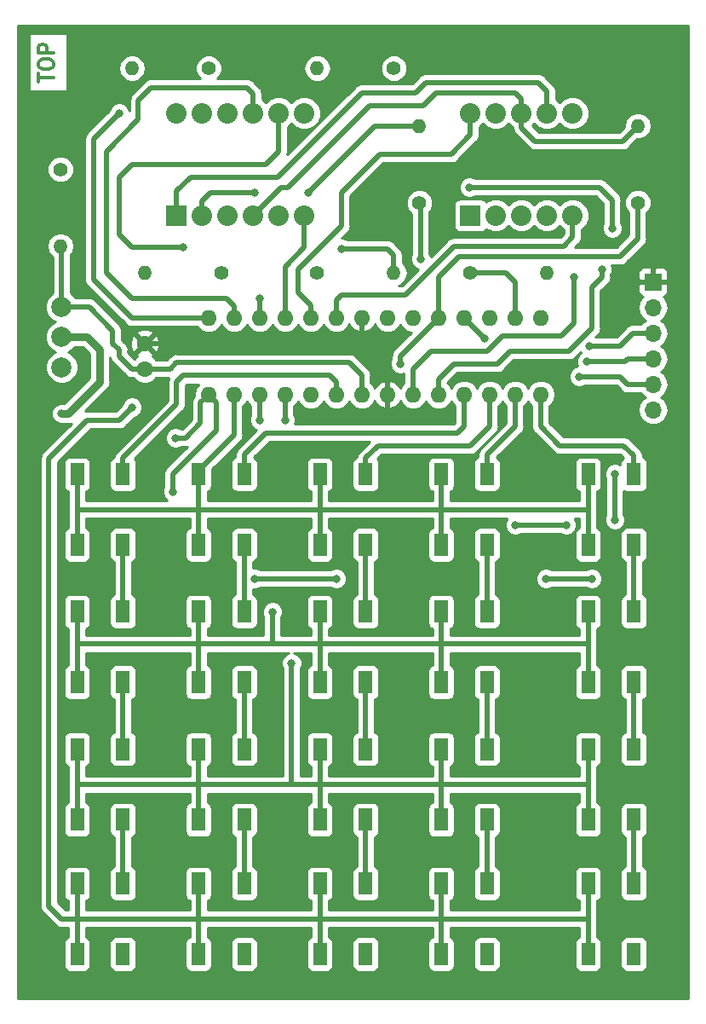
<source format=gtl>
G04 #@! TF.GenerationSoftware,KiCad,Pcbnew,(5.0.1-3-g963ef8bb5)*
G04 #@! TF.CreationDate,2018-12-12T19:15:58+01:00*
G04 #@! TF.ProjectId,kim-uno-rev1,6B696D2D756E6F2D726576312E6B6963,1*
G04 #@! TF.SameCoordinates,Original*
G04 #@! TF.FileFunction,Copper,L1,Top,Signal*
G04 #@! TF.FilePolarity,Positive*
%FSLAX46Y46*%
G04 Gerber Fmt 4.6, Leading zero omitted, Abs format (unit mm)*
G04 Created by KiCad (PCBNEW (5.0.1-3-g963ef8bb5)) date Wednesday, 12 December 2018 at 19:15:58*
%MOMM*%
%LPD*%
G01*
G04 APERTURE LIST*
G04 #@! TA.AperFunction,NonConductor*
%ADD10C,0.300000*%
G04 #@! TD*
G04 #@! TA.AperFunction,ComponentPad*
%ADD11C,2.032000*%
G04 #@! TD*
G04 #@! TA.AperFunction,ComponentPad*
%ADD12R,2.032000X2.032000*%
G04 #@! TD*
G04 #@! TA.AperFunction,ComponentPad*
%ADD13C,1.600000*%
G04 #@! TD*
G04 #@! TA.AperFunction,ComponentPad*
%ADD14R,1.700000X1.700000*%
G04 #@! TD*
G04 #@! TA.AperFunction,ComponentPad*
%ADD15O,1.700000X1.700000*%
G04 #@! TD*
G04 #@! TA.AperFunction,ComponentPad*
%ADD16O,1.400000X1.400000*%
G04 #@! TD*
G04 #@! TA.AperFunction,ComponentPad*
%ADD17C,1.400000*%
G04 #@! TD*
G04 #@! TA.AperFunction,SMDPad,CuDef*
%ADD18R,1.400000X2.200000*%
G04 #@! TD*
G04 #@! TA.AperFunction,ComponentPad*
%ADD19C,2.000000*%
G04 #@! TD*
G04 #@! TA.AperFunction,ComponentPad*
%ADD20O,1.600000X1.600000*%
G04 #@! TD*
G04 #@! TA.AperFunction,ViaPad*
%ADD21C,0.800000*%
G04 #@! TD*
G04 #@! TA.AperFunction,Conductor*
%ADD22C,0.508000*%
G04 #@! TD*
G04 #@! TA.AperFunction,Conductor*
%ADD23C,0.762000*%
G04 #@! TD*
G04 #@! TA.AperFunction,Conductor*
%ADD24C,0.254000*%
G04 #@! TD*
G04 APERTURE END LIST*
D10*
X111618571Y-48244285D02*
X111618571Y-47387142D01*
X113118571Y-47815714D02*
X111618571Y-47815714D01*
X111618571Y-46601428D02*
X111618571Y-46315714D01*
X111690000Y-46172857D01*
X111832857Y-46030000D01*
X112118571Y-45958571D01*
X112618571Y-45958571D01*
X112904285Y-46030000D01*
X113047142Y-46172857D01*
X113118571Y-46315714D01*
X113118571Y-46601428D01*
X113047142Y-46744285D01*
X112904285Y-46887142D01*
X112618571Y-46958571D01*
X112118571Y-46958571D01*
X111832857Y-46887142D01*
X111690000Y-46744285D01*
X111618571Y-46601428D01*
X113118571Y-45315714D02*
X111618571Y-45315714D01*
X111618571Y-44744285D01*
X111690000Y-44601428D01*
X111761428Y-44530000D01*
X111904285Y-44458571D01*
X112118571Y-44458571D01*
X112261428Y-44530000D01*
X112332857Y-44601428D01*
X112404285Y-44744285D01*
X112404285Y-45315714D01*
D11*
G04 #@! TO.P,7SEG1,2*
G04 #@! TO.N,Net-(7SEG1-Pad2)*
X127889000Y-61468000D03*
D12*
G04 #@! TO.P,7SEG1,1*
G04 #@! TO.N,Net-(7SEG1-Pad1)*
X125349000Y-61468000D03*
D11*
G04 #@! TO.P,7SEG1,3*
G04 #@! TO.N,N/C*
X130429000Y-61468000D03*
G04 #@! TO.P,7SEG1,4*
G04 #@! TO.N,Net-(7SEG1-Pad4)*
X132969000Y-61468000D03*
G04 #@! TO.P,7SEG1,5*
G04 #@! TO.N,Net-(7SEG1-Pad5)*
X135509000Y-61468000D03*
G04 #@! TO.P,7SEG1,6*
G04 #@! TO.N,/DIG2*
X138049000Y-61468000D03*
G04 #@! TO.P,7SEG1,7*
G04 #@! TO.N,Net-(7SEG1-Pad7)*
X138049000Y-51308000D03*
G04 #@! TO.P,7SEG1,8*
G04 #@! TO.N,/DIG3*
X135509000Y-51308000D03*
G04 #@! TO.P,7SEG1,9*
G04 #@! TO.N,/DIG4*
X132969000Y-51308000D03*
G04 #@! TO.P,7SEG1,10*
G04 #@! TO.N,Net-(7SEG1-Pad10)*
X130429000Y-51308000D03*
G04 #@! TO.P,7SEG1,11*
G04 #@! TO.N,Net-(7SEG1-Pad11)*
X127889000Y-51308000D03*
G04 #@! TO.P,7SEG1,12*
G04 #@! TO.N,/DIG5*
X125349000Y-51308000D03*
G04 #@! TD*
G04 #@! TO.P,7SEG2,2*
G04 #@! TO.N,N/C*
X157099000Y-61468000D03*
D12*
G04 #@! TO.P,7SEG2,1*
G04 #@! TO.N,Net-(7SEG1-Pad5)*
X154559000Y-61468000D03*
D11*
G04 #@! TO.P,7SEG2,3*
G04 #@! TO.N,Net-(7SEG1-Pad11)*
X159639000Y-61468000D03*
G04 #@! TO.P,7SEG2,4*
G04 #@! TO.N,Net-(7SEG1-Pad10)*
X162179000Y-61468000D03*
G04 #@! TO.P,7SEG2,5*
G04 #@! TO.N,/DIG0*
X164719000Y-61468000D03*
G04 #@! TO.P,7SEG2,6*
G04 #@! TO.N,Net-(7SEG1-Pad2)*
X164719000Y-51308000D03*
G04 #@! TO.P,7SEG2,7*
G04 #@! TO.N,Net-(7SEG1-Pad1)*
X162179000Y-51308000D03*
G04 #@! TO.P,7SEG2,8*
G04 #@! TO.N,Net-(7SEG1-Pad4)*
X159639000Y-51308000D03*
G04 #@! TO.P,7SEG2,9*
G04 #@! TO.N,Net-(7SEG1-Pad7)*
X157099000Y-51308000D03*
G04 #@! TO.P,7SEG2,10*
G04 #@! TO.N,/DIG1*
X154559000Y-51308000D03*
G04 #@! TD*
D13*
G04 #@! TO.P,C1,1*
G04 #@! TO.N,VPP*
X122174000Y-76708000D03*
G04 #@! TO.P,C1,2*
G04 #@! TO.N,GND*
X122174000Y-74208000D03*
G04 #@! TD*
D14*
G04 #@! TO.P,J1,1*
G04 #@! TO.N,GND*
X172720000Y-68072000D03*
D15*
G04 #@! TO.P,J1,2*
G04 #@! TO.N,/RESET*
X172720000Y-70612000D03*
G04 #@! TO.P,J1,3*
G04 #@! TO.N,/SEG_C*
X172720000Y-73152000D03*
G04 #@! TO.P,J1,4*
G04 #@! TO.N,/SEG_D*
X172720000Y-75692000D03*
G04 #@! TO.P,J1,5*
G04 #@! TO.N,/SEG_E*
X172720000Y-78232000D03*
G04 #@! TO.P,J1,6*
G04 #@! TO.N,VPP*
X172720000Y-80772000D03*
G04 #@! TD*
D16*
G04 #@! TO.P,R1,2*
G04 #@! TO.N,Net-(7SEG1-Pad5)*
X146939000Y-67183000D03*
D17*
G04 #@! TO.P,R1,1*
G04 #@! TO.N,/SEG_A*
X139319000Y-67183000D03*
G04 #@! TD*
G04 #@! TO.P,R2,1*
G04 #@! TO.N,/SEG_B*
X154559000Y-67183000D03*
D16*
G04 #@! TO.P,R2,2*
G04 #@! TO.N,Net-(7SEG1-Pad10)*
X162179000Y-67183000D03*
G04 #@! TD*
G04 #@! TO.P,R3,2*
G04 #@! TO.N,Net-(7SEG1-Pad1)*
X122174000Y-67183000D03*
D17*
G04 #@! TO.P,R3,1*
G04 #@! TO.N,/SEG_C*
X129794000Y-67183000D03*
G04 #@! TD*
G04 #@! TO.P,R4,1*
G04 #@! TO.N,/SEG_D*
X149479000Y-60198000D03*
D16*
G04 #@! TO.P,R4,2*
G04 #@! TO.N,Net-(7SEG1-Pad2)*
X149479000Y-52578000D03*
G04 #@! TD*
G04 #@! TO.P,R5,2*
G04 #@! TO.N,Net-(7SEG1-Pad4)*
X171196000Y-52578000D03*
D17*
G04 #@! TO.P,R5,1*
G04 #@! TO.N,/SEG_E*
X171196000Y-60198000D03*
G04 #@! TD*
G04 #@! TO.P,R6,1*
G04 #@! TO.N,/SEG_F*
X146939000Y-46863000D03*
D16*
G04 #@! TO.P,R6,2*
G04 #@! TO.N,Net-(7SEG1-Pad7)*
X139319000Y-46863000D03*
G04 #@! TD*
G04 #@! TO.P,R7,2*
G04 #@! TO.N,Net-(7SEG1-Pad11)*
X120904000Y-46863000D03*
D17*
G04 #@! TO.P,R7,1*
G04 #@! TO.N,/SEG_G*
X128524000Y-46863000D03*
G04 #@! TD*
G04 #@! TO.P,R8,1*
G04 #@! TO.N,/RESET*
X113792000Y-56896000D03*
D16*
G04 #@! TO.P,R8,2*
G04 #@! TO.N,VPP*
X113792000Y-64516000D03*
G04 #@! TD*
D18*
G04 #@! TO.P,SW1,4*
G04 #@! TO.N,/ROW0*
X115454000Y-94178000D03*
G04 #@! TO.P,SW1,2*
X115454000Y-87178000D03*
G04 #@! TO.P,SW1,3*
G04 #@! TO.N,Net-(SW1-Pad3)*
X120004000Y-94178000D03*
G04 #@! TO.P,SW1,1*
G04 #@! TO.N,/COL0*
X120004000Y-87178000D03*
G04 #@! TD*
G04 #@! TO.P,SW2,1*
G04 #@! TO.N,Net-(SW1-Pad3)*
X120004000Y-100823000D03*
G04 #@! TO.P,SW2,3*
G04 #@! TO.N,Net-(SW2-Pad3)*
X120004000Y-107823000D03*
G04 #@! TO.P,SW2,2*
G04 #@! TO.N,/ROW1*
X115454000Y-100823000D03*
G04 #@! TO.P,SW2,4*
X115454000Y-107823000D03*
G04 #@! TD*
G04 #@! TO.P,SW3,1*
G04 #@! TO.N,Net-(SW2-Pad3)*
X120004000Y-114483000D03*
G04 #@! TO.P,SW3,3*
G04 #@! TO.N,Net-(SW3-Pad3)*
X120004000Y-121483000D03*
G04 #@! TO.P,SW3,2*
G04 #@! TO.N,/ROW2*
X115454000Y-114483000D03*
G04 #@! TO.P,SW3,4*
X115454000Y-121483000D03*
G04 #@! TD*
G04 #@! TO.P,SW4,4*
G04 #@! TO.N,/ROW3*
X115454000Y-134818000D03*
G04 #@! TO.P,SW4,2*
X115454000Y-127818000D03*
G04 #@! TO.P,SW4,3*
G04 #@! TO.N,N/C*
X120004000Y-134818000D03*
G04 #@! TO.P,SW4,1*
G04 #@! TO.N,Net-(SW3-Pad3)*
X120004000Y-127818000D03*
G04 #@! TD*
G04 #@! TO.P,SW5,4*
G04 #@! TO.N,/ROW0*
X127519000Y-94178000D03*
G04 #@! TO.P,SW5,2*
X127519000Y-87178000D03*
G04 #@! TO.P,SW5,3*
G04 #@! TO.N,Net-(SW5-Pad3)*
X132069000Y-94178000D03*
G04 #@! TO.P,SW5,1*
G04 #@! TO.N,/COL1*
X132069000Y-87178000D03*
G04 #@! TD*
G04 #@! TO.P,SW6,1*
G04 #@! TO.N,Net-(SW5-Pad3)*
X132069000Y-100823000D03*
G04 #@! TO.P,SW6,3*
G04 #@! TO.N,Net-(SW6-Pad3)*
X132069000Y-107823000D03*
G04 #@! TO.P,SW6,2*
G04 #@! TO.N,/ROW1*
X127519000Y-100823000D03*
G04 #@! TO.P,SW6,4*
X127519000Y-107823000D03*
G04 #@! TD*
G04 #@! TO.P,SW7,4*
G04 #@! TO.N,/ROW2*
X127519000Y-121483000D03*
G04 #@! TO.P,SW7,2*
X127519000Y-114483000D03*
G04 #@! TO.P,SW7,3*
G04 #@! TO.N,Net-(SW7-Pad3)*
X132069000Y-121483000D03*
G04 #@! TO.P,SW7,1*
G04 #@! TO.N,Net-(SW6-Pad3)*
X132069000Y-114483000D03*
G04 #@! TD*
G04 #@! TO.P,SW8,1*
G04 #@! TO.N,Net-(SW7-Pad3)*
X132069000Y-127818000D03*
G04 #@! TO.P,SW8,3*
G04 #@! TO.N,N/C*
X132069000Y-134818000D03*
G04 #@! TO.P,SW8,2*
G04 #@! TO.N,/ROW3*
X127519000Y-127818000D03*
G04 #@! TO.P,SW8,4*
X127519000Y-134818000D03*
G04 #@! TD*
G04 #@! TO.P,SW9,4*
G04 #@! TO.N,/ROW0*
X139584000Y-94178000D03*
G04 #@! TO.P,SW9,2*
X139584000Y-87178000D03*
G04 #@! TO.P,SW9,3*
G04 #@! TO.N,Net-(SW10-Pad1)*
X144134000Y-94178000D03*
G04 #@! TO.P,SW9,1*
G04 #@! TO.N,/COL2*
X144134000Y-87178000D03*
G04 #@! TD*
G04 #@! TO.P,SW10,1*
G04 #@! TO.N,Net-(SW10-Pad1)*
X144134000Y-100823000D03*
G04 #@! TO.P,SW10,3*
G04 #@! TO.N,Net-(SW10-Pad3)*
X144134000Y-107823000D03*
G04 #@! TO.P,SW10,2*
G04 #@! TO.N,/ROW1*
X139584000Y-100823000D03*
G04 #@! TO.P,SW10,4*
X139584000Y-107823000D03*
G04 #@! TD*
G04 #@! TO.P,SW11,4*
G04 #@! TO.N,/ROW2*
X139584000Y-121483000D03*
G04 #@! TO.P,SW11,2*
X139584000Y-114483000D03*
G04 #@! TO.P,SW11,3*
G04 #@! TO.N,Net-(SW11-Pad3)*
X144134000Y-121483000D03*
G04 #@! TO.P,SW11,1*
G04 #@! TO.N,Net-(SW10-Pad3)*
X144134000Y-114483000D03*
G04 #@! TD*
G04 #@! TO.P,SW12,4*
G04 #@! TO.N,/ROW3*
X139584000Y-134818000D03*
G04 #@! TO.P,SW12,2*
X139584000Y-127818000D03*
G04 #@! TO.P,SW12,3*
G04 #@! TO.N,N/C*
X144134000Y-134818000D03*
G04 #@! TO.P,SW12,1*
G04 #@! TO.N,Net-(SW11-Pad3)*
X144134000Y-127818000D03*
G04 #@! TD*
G04 #@! TO.P,SW13,1*
G04 #@! TO.N,/COL3*
X156199000Y-87178000D03*
G04 #@! TO.P,SW13,3*
G04 #@! TO.N,Net-(SW13-Pad3)*
X156199000Y-94178000D03*
G04 #@! TO.P,SW13,2*
G04 #@! TO.N,/ROW0*
X151649000Y-87178000D03*
G04 #@! TO.P,SW13,4*
X151649000Y-94178000D03*
G04 #@! TD*
G04 #@! TO.P,SW14,4*
G04 #@! TO.N,/ROW1*
X151649000Y-107823000D03*
G04 #@! TO.P,SW14,2*
X151649000Y-100823000D03*
G04 #@! TO.P,SW14,3*
G04 #@! TO.N,Net-(SW14-Pad3)*
X156199000Y-107823000D03*
G04 #@! TO.P,SW14,1*
G04 #@! TO.N,Net-(SW13-Pad3)*
X156199000Y-100823000D03*
G04 #@! TD*
G04 #@! TO.P,SW15,1*
G04 #@! TO.N,Net-(SW14-Pad3)*
X156199000Y-114483000D03*
G04 #@! TO.P,SW15,3*
G04 #@! TO.N,Net-(SW15-Pad3)*
X156199000Y-121483000D03*
G04 #@! TO.P,SW15,2*
G04 #@! TO.N,/ROW2*
X151649000Y-114483000D03*
G04 #@! TO.P,SW15,4*
X151649000Y-121483000D03*
G04 #@! TD*
G04 #@! TO.P,SW16,4*
G04 #@! TO.N,/ROW3*
X151649000Y-134818000D03*
G04 #@! TO.P,SW16,2*
X151649000Y-127818000D03*
G04 #@! TO.P,SW16,3*
G04 #@! TO.N,N/C*
X156199000Y-134818000D03*
G04 #@! TO.P,SW16,1*
G04 #@! TO.N,Net-(SW15-Pad3)*
X156199000Y-127818000D03*
G04 #@! TD*
G04 #@! TO.P,SW17,1*
G04 #@! TO.N,/COL4*
X170804000Y-87178000D03*
G04 #@! TO.P,SW17,3*
G04 #@! TO.N,Net-(SW17-Pad3)*
X170804000Y-94178000D03*
G04 #@! TO.P,SW17,2*
G04 #@! TO.N,/ROW0*
X166254000Y-87178000D03*
G04 #@! TO.P,SW17,4*
X166254000Y-94178000D03*
G04 #@! TD*
G04 #@! TO.P,SW18,4*
G04 #@! TO.N,/ROW1*
X166254000Y-107823000D03*
G04 #@! TO.P,SW18,2*
X166254000Y-100823000D03*
G04 #@! TO.P,SW18,3*
G04 #@! TO.N,Net-(SW18-Pad3)*
X170804000Y-107823000D03*
G04 #@! TO.P,SW18,1*
G04 #@! TO.N,Net-(SW17-Pad3)*
X170804000Y-100823000D03*
G04 #@! TD*
G04 #@! TO.P,SW19,1*
G04 #@! TO.N,Net-(SW18-Pad3)*
X170804000Y-114483000D03*
G04 #@! TO.P,SW19,3*
G04 #@! TO.N,Net-(SW19-Pad3)*
X170804000Y-121483000D03*
G04 #@! TO.P,SW19,2*
G04 #@! TO.N,/ROW2*
X166254000Y-114483000D03*
G04 #@! TO.P,SW19,4*
X166254000Y-121483000D03*
G04 #@! TD*
G04 #@! TO.P,SW20,1*
G04 #@! TO.N,Net-(SW19-Pad3)*
X170804000Y-127818000D03*
G04 #@! TO.P,SW20,3*
G04 #@! TO.N,N/C*
X170804000Y-134818000D03*
G04 #@! TO.P,SW20,2*
G04 #@! TO.N,/ROW3*
X166254000Y-127818000D03*
G04 #@! TO.P,SW20,4*
X166254000Y-134818000D03*
G04 #@! TD*
D19*
G04 #@! TO.P,SW21,1*
G04 #@! TO.N,VPP*
X113919000Y-70533000D03*
G04 #@! TO.P,SW21,2*
G04 #@! TO.N,Net-(BT1-Pad1)*
X113919000Y-73533000D03*
G04 #@! TO.P,SW21,3*
G04 #@! TO.N,N/C*
X113919000Y-76533000D03*
G04 #@! TD*
D20*
G04 #@! TO.P,U1,1*
G04 #@! TO.N,/RESET*
X128524000Y-79248000D03*
G04 #@! TO.P,U1,2*
G04 #@! TO.N,/ROW0*
X131064000Y-79248000D03*
G04 #@! TO.P,U1,3*
G04 #@! TO.N,/ROW1*
X133604000Y-79248000D03*
G04 #@! TO.P,U1,4*
G04 #@! TO.N,/ROW2*
X136144000Y-79248000D03*
G04 #@! TO.P,U1,5*
G04 #@! TO.N,/ROW3*
X138684000Y-79248000D03*
G04 #@! TO.P,U1,6*
G04 #@! TO.N,/COL0*
X141224000Y-79248000D03*
G04 #@! TO.P,U1,7*
G04 #@! TO.N,VPP*
X143764000Y-79248000D03*
G04 #@! TO.P,U1,8*
G04 #@! TO.N,GND*
X146304000Y-79248000D03*
G04 #@! TO.P,U1,9*
G04 #@! TO.N,/SEG_F*
X148844000Y-79248000D03*
G04 #@! TO.P,U1,10*
G04 #@! TO.N,/SEG_G*
X151384000Y-79248000D03*
G04 #@! TO.P,U1,11*
G04 #@! TO.N,/COL1*
X153924000Y-79248000D03*
G04 #@! TO.P,U1,12*
G04 #@! TO.N,/COL2*
X156464000Y-79248000D03*
G04 #@! TO.P,U1,13*
G04 #@! TO.N,/COL3*
X159004000Y-79248000D03*
G04 #@! TO.P,U1,14*
G04 #@! TO.N,/COL4*
X161544000Y-79248000D03*
G04 #@! TO.P,U1,15*
G04 #@! TO.N,/SEG_A*
X161544000Y-71628000D03*
G04 #@! TO.P,U1,16*
G04 #@! TO.N,/SEG_B*
X159004000Y-71628000D03*
G04 #@! TO.P,U1,17*
G04 #@! TO.N,/SEG_C*
X156464000Y-71628000D03*
G04 #@! TO.P,U1,18*
G04 #@! TO.N,/SEG_D*
X153924000Y-71628000D03*
G04 #@! TO.P,U1,19*
G04 #@! TO.N,/SEG_E*
X151384000Y-71628000D03*
G04 #@! TO.P,U1,20*
G04 #@! TO.N,N/C*
X148844000Y-71628000D03*
G04 #@! TO.P,U1,21*
X146304000Y-71628000D03*
G04 #@! TO.P,U1,22*
G04 #@! TO.N,GND*
X143764000Y-71628000D03*
G04 #@! TO.P,U1,23*
G04 #@! TO.N,/DIG0*
X141224000Y-71628000D03*
G04 #@! TO.P,U1,24*
G04 #@! TO.N,/DIG1*
X138684000Y-71628000D03*
G04 #@! TO.P,U1,25*
G04 #@! TO.N,/DIG2*
X136144000Y-71628000D03*
G04 #@! TO.P,U1,26*
G04 #@! TO.N,/DIG3*
X133604000Y-71628000D03*
G04 #@! TO.P,U1,27*
G04 #@! TO.N,/DIG4*
X131064000Y-71628000D03*
G04 #@! TO.P,U1,28*
G04 #@! TO.N,/DIG5*
X128524000Y-71628000D03*
G04 #@! TD*
D21*
G04 #@! TO.N,Net-(7SEG1-Pad2)*
X133096000Y-59182000D03*
X138430000Y-59182000D03*
G04 #@! TO.N,Net-(7SEG1-Pad5)*
X141732000Y-64770000D03*
G04 #@! TO.N,/DIG3*
X133604000Y-69723000D03*
X125984000Y-64643000D03*
G04 #@! TO.N,/DIG5*
X119634000Y-51308000D03*
G04 #@! TO.N,Net-(BT1-Pad1)*
X113919000Y-81153000D03*
G04 #@! TO.N,VPP*
X159004000Y-92202000D03*
X164084000Y-92202000D03*
G04 #@! TO.N,/RESET*
X125222000Y-83566000D03*
X124968000Y-88900000D03*
X133096000Y-97536000D03*
X141224000Y-97536000D03*
X162052000Y-97536000D03*
X166624000Y-97536000D03*
X168910000Y-91694000D03*
X168910000Y-87122000D03*
G04 #@! TO.N,/SEG_C*
X166370000Y-74422000D03*
G04 #@! TO.N,/SEG_D*
X149606000Y-65786000D03*
X155956000Y-73660000D03*
X166116000Y-75946000D03*
G04 #@! TO.N,/SEG_E*
X147574000Y-76200000D03*
X165354000Y-77470000D03*
G04 #@! TO.N,/SEG_A*
X154432000Y-58674000D03*
X168656000Y-62738000D03*
G04 #@! TO.N,/SEG_F*
X164846000Y-67564000D03*
G04 #@! TO.N,/SEG_G*
X167640000Y-66802000D03*
G04 #@! TO.N,/ROW1*
X134874000Y-100838000D03*
X133604000Y-81788000D03*
G04 #@! TO.N,/ROW2*
X136779000Y-105918000D03*
X136144000Y-81788000D03*
G04 #@! TO.N,/ROW3*
X120904000Y-80518000D03*
G04 #@! TD*
D22*
G04 #@! TO.N,Net-(7SEG1-Pad2)*
X127889000Y-60031160D02*
X128738160Y-59182000D01*
X127889000Y-61468000D02*
X127889000Y-60031160D01*
X128738160Y-59182000D02*
X133096000Y-59182000D01*
X138430000Y-59182000D02*
X145034000Y-52578000D01*
X145034000Y-52578000D02*
X149479000Y-52578000D01*
G04 #@! TO.N,Net-(7SEG1-Pad1)*
X125349000Y-61468000D02*
X125349000Y-59055000D01*
X125349000Y-59055000D02*
X126746000Y-57658000D01*
X126746000Y-57658000D02*
X135382000Y-57658000D01*
X135382000Y-57658000D02*
X143764000Y-49276000D01*
X143764000Y-49276000D02*
X149098000Y-49276000D01*
X149098000Y-49276000D02*
X150114000Y-48260000D01*
X150114000Y-48260000D02*
X161290000Y-48260000D01*
X162179000Y-49149000D02*
X162179000Y-51308000D01*
X161290000Y-48260000D02*
X162179000Y-49149000D01*
G04 #@! TO.N,Net-(7SEG1-Pad4)*
X159639000Y-49871160D02*
X159639000Y-51308000D01*
X144526000Y-50546000D02*
X149860000Y-50546000D01*
X136398000Y-58674000D02*
X144526000Y-50546000D01*
X159043840Y-49276000D02*
X159639000Y-49871160D01*
X151130000Y-49276000D02*
X159043840Y-49276000D01*
X135763000Y-58674000D02*
X136398000Y-58674000D01*
X149860000Y-50546000D02*
X151130000Y-49276000D01*
X132969000Y-61468000D02*
X135763000Y-58674000D01*
X169672000Y-54102000D02*
X171196000Y-52578000D01*
X160996160Y-54102000D02*
X169672000Y-54102000D01*
X159639000Y-52744840D02*
X160996160Y-54102000D01*
X159639000Y-51308000D02*
X159639000Y-52744840D01*
G04 #@! TO.N,Net-(7SEG1-Pad5)*
X146939000Y-67183000D02*
X146939000Y-65405000D01*
X146304000Y-64770000D02*
X141732000Y-64770000D01*
X146939000Y-65405000D02*
X146304000Y-64770000D01*
G04 #@! TO.N,/DIG2*
X136144000Y-71628000D02*
X136144000Y-66548000D01*
X138049000Y-64643000D02*
X138049000Y-61468000D01*
X136144000Y-66548000D02*
X138049000Y-64643000D01*
G04 #@! TO.N,/DIG3*
X133604000Y-71628000D02*
X133604000Y-69723000D01*
X125984000Y-64643000D02*
X120904000Y-64643000D01*
X120904000Y-64643000D02*
X119634000Y-63373000D01*
X119634000Y-63373000D02*
X119634000Y-57658000D01*
X119634000Y-57658000D02*
X120904000Y-56388000D01*
X120904000Y-56388000D02*
X134239000Y-56388000D01*
X134239000Y-56388000D02*
X135509000Y-55118000D01*
X135509000Y-55118000D02*
X135509000Y-51308000D01*
G04 #@! TO.N,/DIG4*
X132969000Y-49403000D02*
X132969000Y-51308000D01*
X122809000Y-48768000D02*
X132334000Y-48768000D01*
X121539000Y-50038000D02*
X122809000Y-48768000D01*
X121539000Y-51943000D02*
X121539000Y-50038000D01*
X118364000Y-67183000D02*
X118364000Y-55118000D01*
X132334000Y-48768000D02*
X132969000Y-49403000D01*
X120904000Y-69723000D02*
X118364000Y-67183000D01*
X130290370Y-69723000D02*
X120904000Y-69723000D01*
X131064000Y-70496630D02*
X130290370Y-69723000D01*
X118364000Y-55118000D02*
X121539000Y-51943000D01*
X131064000Y-71628000D02*
X131064000Y-70496630D01*
G04 #@! TO.N,/DIG5*
X128524000Y-71628000D02*
X120904000Y-71628000D01*
X120904000Y-71628000D02*
X117094000Y-67818000D01*
X117094000Y-53848000D02*
X119634000Y-51308000D01*
X117094000Y-67818000D02*
X117094000Y-53848000D01*
G04 #@! TO.N,/DIG0*
X164719000Y-63627000D02*
X164719000Y-61468000D01*
X148082000Y-69342000D02*
X152908000Y-64516000D01*
X141224000Y-71628000D02*
X141224000Y-69850000D01*
X152908000Y-64516000D02*
X163830000Y-64516000D01*
X141732000Y-69342000D02*
X148082000Y-69342000D01*
X163830000Y-64516000D02*
X164719000Y-63627000D01*
X141224000Y-69850000D02*
X141732000Y-69342000D01*
G04 #@! TO.N,/DIG1*
X154559000Y-53467000D02*
X154559000Y-51308000D01*
X145542000Y-55372000D02*
X152654000Y-55372000D01*
X152654000Y-55372000D02*
X154559000Y-53467000D01*
X137414000Y-66802000D02*
X141732000Y-62484000D01*
X137414000Y-69088000D02*
X137414000Y-66802000D01*
X138684000Y-70358000D02*
X137414000Y-69088000D01*
X141732000Y-59182000D02*
X145542000Y-55372000D01*
X141732000Y-62484000D02*
X141732000Y-59182000D01*
X138684000Y-71628000D02*
X138684000Y-70358000D01*
G04 #@! TO.N,GND*
X146304000Y-79248000D02*
X146304000Y-77343000D01*
X143764000Y-74803000D02*
X143764000Y-71628000D01*
X146304000Y-77343000D02*
X143764000Y-74803000D01*
X143764000Y-71628000D02*
X143764000Y-73533000D01*
X143089000Y-74208000D02*
X122174000Y-74208000D01*
X143764000Y-73533000D02*
X143089000Y-74208000D01*
D23*
G04 #@! TO.N,Net-(BT1-Pad1)*
X117729000Y-74803000D02*
X116459000Y-73533000D01*
X116459000Y-73533000D02*
X113919000Y-73533000D01*
X117729000Y-77978000D02*
X117729000Y-74803000D01*
X114554000Y-81153000D02*
X117729000Y-77978000D01*
X113919000Y-81153000D02*
X114554000Y-81153000D01*
D22*
G04 #@! TO.N,VPP*
X142494000Y-76073000D02*
X143764000Y-77343000D01*
X143764000Y-77343000D02*
X143764000Y-79248000D01*
X125349000Y-76073000D02*
X142494000Y-76073000D01*
X124714000Y-76708000D02*
X125349000Y-76073000D01*
X122174000Y-76708000D02*
X124714000Y-76708000D01*
X113919000Y-70533000D02*
X116634000Y-70533000D01*
X116634000Y-70533000D02*
X118999000Y-72898000D01*
X118999000Y-72898000D02*
X118999000Y-74168000D01*
X118999000Y-74168000D02*
X119634000Y-74803000D01*
X119634000Y-74803000D02*
X119634000Y-75438000D01*
X119634000Y-75438000D02*
X120904000Y-76708000D01*
X120904000Y-76708000D02*
X122174000Y-76708000D01*
X113919000Y-64643000D02*
X113792000Y-64516000D01*
X113919000Y-70533000D02*
X113919000Y-64643000D01*
X159004000Y-92202000D02*
X164084000Y-92202000D01*
G04 #@! TO.N,/RESET*
X127724001Y-80047999D02*
X127724001Y-82079999D01*
X128524000Y-79248000D02*
X127724001Y-80047999D01*
X126238000Y-83566000D02*
X125222000Y-83566000D01*
X127724001Y-82079999D02*
X126238000Y-83566000D01*
X129323999Y-80047999D02*
X129323999Y-80226001D01*
X128524000Y-79248000D02*
X129323999Y-80047999D01*
X129323999Y-80226001D02*
X129286000Y-80264000D01*
X129286000Y-80264000D02*
X129286000Y-82804000D01*
X124968000Y-87122000D02*
X124968000Y-88900000D01*
X129286000Y-82804000D02*
X124968000Y-87122000D01*
X133096000Y-97536000D02*
X141224000Y-97536000D01*
X162052000Y-97536000D02*
X166624000Y-97536000D01*
X168910000Y-91694000D02*
X168910000Y-87122000D01*
G04 #@! TO.N,/SEG_C*
X166370000Y-74422000D02*
X169418000Y-74422000D01*
X170688000Y-73152000D02*
X172720000Y-73152000D01*
X169418000Y-74422000D02*
X170688000Y-73152000D01*
G04 #@! TO.N,/SEG_D*
X149606000Y-60325000D02*
X149479000Y-60198000D01*
X149606000Y-65786000D02*
X149606000Y-60325000D01*
X153924000Y-71628000D02*
X155956000Y-73660000D01*
X166116000Y-75946000D02*
X169926000Y-75946000D01*
X170180000Y-75692000D02*
X172720000Y-75692000D01*
X169926000Y-75946000D02*
X170180000Y-75692000D01*
G04 #@! TO.N,/SEG_E*
X147574000Y-75438000D02*
X147574000Y-76200000D01*
X151384000Y-71628000D02*
X147574000Y-75438000D01*
X165354000Y-77470000D02*
X169418000Y-77470000D01*
X170180000Y-78232000D02*
X172720000Y-78232000D01*
X169418000Y-77470000D02*
X170180000Y-78232000D01*
X169418000Y-65532000D02*
X171196000Y-63754000D01*
X171196000Y-63754000D02*
X171196000Y-60198000D01*
X153416000Y-65532000D02*
X169418000Y-65532000D01*
X151384000Y-67564000D02*
X153416000Y-65532000D01*
X151384000Y-71628000D02*
X151384000Y-67564000D01*
G04 #@! TO.N,/SEG_A*
X154432000Y-58674000D02*
X167386000Y-58674000D01*
X168656000Y-59944000D02*
X168656000Y-62738000D01*
X167386000Y-58674000D02*
X168656000Y-59944000D01*
G04 #@! TO.N,/SEG_B*
X154559000Y-67183000D02*
X158115000Y-67183000D01*
X159004000Y-68072000D02*
X159004000Y-71628000D01*
X158115000Y-67183000D02*
X159004000Y-68072000D01*
G04 #@! TO.N,/SEG_F*
X148844000Y-79248000D02*
X148844000Y-76708000D01*
X148844000Y-76708000D02*
X150622000Y-74930000D01*
X150622000Y-74930000D02*
X156210000Y-74930000D01*
X156210000Y-74930000D02*
X157734000Y-73406000D01*
X157734000Y-73406000D02*
X163322000Y-73406000D01*
X163322000Y-73406000D02*
X163576000Y-73406000D01*
X164846000Y-72136000D02*
X164846000Y-67564000D01*
X163576000Y-73406000D02*
X164846000Y-72136000D01*
G04 #@! TO.N,/SEG_G*
X151384000Y-79248000D02*
X151384000Y-77978000D01*
X151384000Y-77978000D02*
X151384000Y-77724000D01*
X151384000Y-77724000D02*
X152908000Y-76200000D01*
X152908000Y-76200000D02*
X157226000Y-76200000D01*
X157226000Y-76200000D02*
X158496000Y-74930000D01*
X158496000Y-74930000D02*
X164338000Y-74930000D01*
X164338000Y-74930000D02*
X166624000Y-72644000D01*
X166624000Y-72644000D02*
X166624000Y-68580000D01*
X167640000Y-67564000D02*
X167640000Y-66802000D01*
X166624000Y-68580000D02*
X167640000Y-67564000D01*
G04 #@! TO.N,/ROW0*
X127519000Y-90678000D02*
X127519000Y-87178000D01*
X127519000Y-94178000D02*
X127519000Y-90678000D01*
X115454000Y-90678000D02*
X127519000Y-90678000D01*
X115454000Y-94178000D02*
X115454000Y-90678000D01*
X115454000Y-90678000D02*
X115454000Y-87178000D01*
X127519000Y-90678000D02*
X139584000Y-90678000D01*
X139584000Y-90678000D02*
X139584000Y-87178000D01*
X139584000Y-94178000D02*
X139584000Y-90678000D01*
X139584000Y-90678000D02*
X151649000Y-90678000D01*
X151649000Y-90678000D02*
X151649000Y-87178000D01*
X151649000Y-94178000D02*
X151649000Y-90678000D01*
X151649000Y-90678000D02*
X166254000Y-90678000D01*
X166254000Y-90678000D02*
X166254000Y-87178000D01*
X166254000Y-94178000D02*
X166254000Y-90678000D01*
X127519000Y-86778000D02*
X131064000Y-83233000D01*
X127519000Y-87178000D02*
X127519000Y-86778000D01*
X131064000Y-83233000D02*
X131064000Y-79248000D01*
G04 #@! TO.N,Net-(SW1-Pad3)*
X120004000Y-100823000D02*
X120004000Y-94178000D01*
G04 #@! TO.N,/COL0*
X141224000Y-77978000D02*
X141224000Y-79248000D01*
X140589000Y-77343000D02*
X141224000Y-77978000D01*
X125349000Y-77978000D02*
X125984000Y-77343000D01*
X125349000Y-80225000D02*
X125349000Y-77978000D01*
X120004000Y-85570000D02*
X125349000Y-80225000D01*
X125984000Y-77343000D02*
X140589000Y-77343000D01*
X120004000Y-87178000D02*
X120004000Y-85570000D01*
G04 #@! TO.N,Net-(SW2-Pad3)*
X120004000Y-114483000D02*
X120004000Y-107823000D01*
G04 #@! TO.N,/ROW1*
X127519000Y-107823000D02*
X127519000Y-106215000D01*
X127519000Y-106215000D02*
X127519000Y-104013000D01*
X115454000Y-104013000D02*
X127519000Y-104013000D01*
X127519000Y-104013000D02*
X127519000Y-100823000D01*
X115454000Y-107823000D02*
X115454000Y-104013000D01*
X115454000Y-104013000D02*
X115454000Y-100823000D01*
X139584000Y-104013000D02*
X139584000Y-100823000D01*
X139584000Y-107823000D02*
X139584000Y-104013000D01*
X166254000Y-107823000D02*
X166254000Y-106215000D01*
X139584000Y-104013000D02*
X151649000Y-104013000D01*
X151649000Y-104013000D02*
X151649000Y-100823000D01*
X151649000Y-107823000D02*
X151649000Y-104013000D01*
X151649000Y-104013000D02*
X166254000Y-104013000D01*
X166254000Y-104013000D02*
X166254000Y-100823000D01*
X166254000Y-106215000D02*
X166254000Y-104013000D01*
X134874000Y-104013000D02*
X134874000Y-100838000D01*
X127519000Y-104013000D02*
X134874000Y-104013000D01*
X134874000Y-104013000D02*
X139584000Y-104013000D01*
X133604000Y-81788000D02*
X133604000Y-79248000D01*
G04 #@! TO.N,Net-(SW3-Pad3)*
X120004000Y-127818000D02*
X120004000Y-121483000D01*
G04 #@! TO.N,/ROW2*
X115454000Y-117983000D02*
X127519000Y-117983000D01*
X127519000Y-121483000D02*
X127519000Y-117983000D01*
X127519000Y-117983000D02*
X127519000Y-114483000D01*
X115454000Y-121483000D02*
X115454000Y-117983000D01*
X115454000Y-117983000D02*
X115454000Y-114483000D01*
X139584000Y-117983000D02*
X139584000Y-114483000D01*
X139584000Y-121483000D02*
X139584000Y-117983000D01*
X139319000Y-117983000D02*
X151649000Y-117983000D01*
X151649000Y-117983000D02*
X151649000Y-114483000D01*
X151649000Y-121483000D02*
X151649000Y-117983000D01*
X139319000Y-117983000D02*
X139584000Y-117983000D01*
X151649000Y-117983000D02*
X166254000Y-117983000D01*
X166254000Y-117983000D02*
X166254000Y-114483000D01*
X166254000Y-121483000D02*
X166254000Y-117983000D01*
X136779000Y-117983000D02*
X136779000Y-107823000D01*
X127519000Y-117983000D02*
X136779000Y-117983000D01*
X136779000Y-117983000D02*
X139319000Y-117983000D01*
X136779000Y-107823000D02*
X136779000Y-105918000D01*
X136144000Y-81788000D02*
X136144000Y-79248000D01*
G04 #@! TO.N,/ROW3*
X166254000Y-131318000D02*
X166254000Y-127818000D01*
X166254000Y-134818000D02*
X166254000Y-131318000D01*
X151649000Y-134818000D02*
X151649000Y-131318000D01*
X151649000Y-131318000D02*
X151649000Y-127818000D01*
X151649000Y-131318000D02*
X152019000Y-131318000D01*
X152019000Y-131318000D02*
X166254000Y-131318000D01*
X139584000Y-134818000D02*
X139584000Y-131318000D01*
X139584000Y-131318000D02*
X139584000Y-127818000D01*
X127519000Y-131318000D02*
X139954000Y-131318000D01*
X139954000Y-131318000D02*
X152019000Y-131318000D01*
X139584000Y-131318000D02*
X139954000Y-131318000D01*
X127519000Y-134818000D02*
X127519000Y-131318000D01*
X127519000Y-131318000D02*
X127519000Y-127818000D01*
X115454000Y-131318000D02*
X127519000Y-131318000D01*
X115454000Y-134818000D02*
X115454000Y-131318000D01*
X115454000Y-131318000D02*
X115454000Y-127818000D01*
X115454000Y-131318000D02*
X114554000Y-131318000D01*
X114554000Y-131318000D02*
X113919000Y-131318000D01*
X113919000Y-131318000D02*
X112649000Y-130048000D01*
X112649000Y-130048000D02*
X112649000Y-85598000D01*
X112649000Y-85598000D02*
X116459000Y-81788000D01*
X119634000Y-81788000D02*
X120904000Y-80518000D01*
X116459000Y-81788000D02*
X119634000Y-81788000D01*
G04 #@! TO.N,Net-(SW5-Pad3)*
X132069000Y-100823000D02*
X132069000Y-94178000D01*
G04 #@! TO.N,/COL1*
X132069000Y-87178000D02*
X132069000Y-85228000D01*
X132069000Y-85228000D02*
X134239000Y-83058000D01*
X134239000Y-83058000D02*
X153289000Y-83058000D01*
X153924000Y-82423000D02*
X153924000Y-79248000D01*
X153289000Y-83058000D02*
X153924000Y-82423000D01*
G04 #@! TO.N,Net-(SW6-Pad3)*
X132069000Y-114483000D02*
X132069000Y-107823000D01*
G04 #@! TO.N,Net-(SW7-Pad3)*
X132069000Y-127818000D02*
X132069000Y-121483000D01*
G04 #@! TO.N,Net-(SW10-Pad1)*
X144134000Y-100823000D02*
X144134000Y-94178000D01*
G04 #@! TO.N,/COL2*
X144134000Y-85570000D02*
X145376000Y-84328000D01*
X144134000Y-87178000D02*
X144134000Y-85570000D01*
X145376000Y-84328000D02*
X154559000Y-84328000D01*
X156464000Y-82423000D02*
X156464000Y-79248000D01*
X154559000Y-84328000D02*
X156464000Y-82423000D01*
G04 #@! TO.N,Net-(SW10-Pad3)*
X144134000Y-114483000D02*
X144134000Y-107823000D01*
G04 #@! TO.N,Net-(SW11-Pad3)*
X144134000Y-127818000D02*
X144134000Y-121483000D01*
G04 #@! TO.N,/COL3*
X156199000Y-87178000D02*
X156199000Y-85228000D01*
X156199000Y-85228000D02*
X159004000Y-82423000D01*
X159004000Y-82423000D02*
X159004000Y-79248000D01*
G04 #@! TO.N,Net-(SW13-Pad3)*
X156199000Y-100823000D02*
X156199000Y-94178000D01*
G04 #@! TO.N,Net-(SW14-Pad3)*
X156199000Y-114483000D02*
X156199000Y-107823000D01*
G04 #@! TO.N,Net-(SW15-Pad3)*
X156199000Y-127818000D02*
X156199000Y-121483000D01*
G04 #@! TO.N,/COL4*
X170804000Y-87178000D02*
X170804000Y-85333000D01*
X170804000Y-85333000D02*
X169799000Y-84328000D01*
X169799000Y-84328000D02*
X163449000Y-84328000D01*
X161544000Y-80379370D02*
X161544000Y-79248000D01*
X161544000Y-82423000D02*
X161544000Y-80379370D01*
X163449000Y-84328000D02*
X161544000Y-82423000D01*
G04 #@! TO.N,Net-(SW17-Pad3)*
X170804000Y-100823000D02*
X170804000Y-94178000D01*
G04 #@! TO.N,Net-(SW18-Pad3)*
X170804000Y-114483000D02*
X170804000Y-107823000D01*
G04 #@! TO.N,Net-(SW19-Pad3)*
X170804000Y-127818000D02*
X170804000Y-121483000D01*
G04 #@! TD*
D24*
G04 #@! TO.N,GND*
G36*
X176215001Y-139215000D02*
X109585000Y-139215000D01*
X109585000Y-85598000D01*
X111742584Y-85598000D01*
X111760001Y-85685560D01*
X111760000Y-129960445D01*
X111742584Y-130048000D01*
X111760000Y-130135555D01*
X111811581Y-130394869D01*
X112008067Y-130688933D01*
X112082296Y-130738531D01*
X113228471Y-131884707D01*
X113278067Y-131958933D01*
X113572130Y-132155419D01*
X113831444Y-132207000D01*
X113831448Y-132207000D01*
X113918999Y-132224415D01*
X114006550Y-132207000D01*
X114565001Y-132207000D01*
X114565000Y-133108154D01*
X114506235Y-133119843D01*
X114296191Y-133260191D01*
X114155843Y-133470235D01*
X114106560Y-133718000D01*
X114106560Y-135918000D01*
X114155843Y-136165765D01*
X114296191Y-136375809D01*
X114506235Y-136516157D01*
X114754000Y-136565440D01*
X116154000Y-136565440D01*
X116401765Y-136516157D01*
X116611809Y-136375809D01*
X116752157Y-136165765D01*
X116801440Y-135918000D01*
X116801440Y-133718000D01*
X118656560Y-133718000D01*
X118656560Y-135918000D01*
X118705843Y-136165765D01*
X118846191Y-136375809D01*
X119056235Y-136516157D01*
X119304000Y-136565440D01*
X120704000Y-136565440D01*
X120951765Y-136516157D01*
X121161809Y-136375809D01*
X121302157Y-136165765D01*
X121351440Y-135918000D01*
X121351440Y-133718000D01*
X121302157Y-133470235D01*
X121161809Y-133260191D01*
X120951765Y-133119843D01*
X120704000Y-133070560D01*
X119304000Y-133070560D01*
X119056235Y-133119843D01*
X118846191Y-133260191D01*
X118705843Y-133470235D01*
X118656560Y-133718000D01*
X116801440Y-133718000D01*
X116752157Y-133470235D01*
X116611809Y-133260191D01*
X116401765Y-133119843D01*
X116343000Y-133108154D01*
X116343000Y-132207000D01*
X126630001Y-132207000D01*
X126630000Y-133108154D01*
X126571235Y-133119843D01*
X126361191Y-133260191D01*
X126220843Y-133470235D01*
X126171560Y-133718000D01*
X126171560Y-135918000D01*
X126220843Y-136165765D01*
X126361191Y-136375809D01*
X126571235Y-136516157D01*
X126819000Y-136565440D01*
X128219000Y-136565440D01*
X128466765Y-136516157D01*
X128676809Y-136375809D01*
X128817157Y-136165765D01*
X128866440Y-135918000D01*
X128866440Y-133718000D01*
X130721560Y-133718000D01*
X130721560Y-135918000D01*
X130770843Y-136165765D01*
X130911191Y-136375809D01*
X131121235Y-136516157D01*
X131369000Y-136565440D01*
X132769000Y-136565440D01*
X133016765Y-136516157D01*
X133226809Y-136375809D01*
X133367157Y-136165765D01*
X133416440Y-135918000D01*
X133416440Y-133718000D01*
X133367157Y-133470235D01*
X133226809Y-133260191D01*
X133016765Y-133119843D01*
X132769000Y-133070560D01*
X131369000Y-133070560D01*
X131121235Y-133119843D01*
X130911191Y-133260191D01*
X130770843Y-133470235D01*
X130721560Y-133718000D01*
X128866440Y-133718000D01*
X128817157Y-133470235D01*
X128676809Y-133260191D01*
X128466765Y-133119843D01*
X128408000Y-133108154D01*
X128408000Y-132207000D01*
X138695001Y-132207000D01*
X138695000Y-133108154D01*
X138636235Y-133119843D01*
X138426191Y-133260191D01*
X138285843Y-133470235D01*
X138236560Y-133718000D01*
X138236560Y-135918000D01*
X138285843Y-136165765D01*
X138426191Y-136375809D01*
X138636235Y-136516157D01*
X138884000Y-136565440D01*
X140284000Y-136565440D01*
X140531765Y-136516157D01*
X140741809Y-136375809D01*
X140882157Y-136165765D01*
X140931440Y-135918000D01*
X140931440Y-133718000D01*
X142786560Y-133718000D01*
X142786560Y-135918000D01*
X142835843Y-136165765D01*
X142976191Y-136375809D01*
X143186235Y-136516157D01*
X143434000Y-136565440D01*
X144834000Y-136565440D01*
X145081765Y-136516157D01*
X145291809Y-136375809D01*
X145432157Y-136165765D01*
X145481440Y-135918000D01*
X145481440Y-133718000D01*
X145432157Y-133470235D01*
X145291809Y-133260191D01*
X145081765Y-133119843D01*
X144834000Y-133070560D01*
X143434000Y-133070560D01*
X143186235Y-133119843D01*
X142976191Y-133260191D01*
X142835843Y-133470235D01*
X142786560Y-133718000D01*
X140931440Y-133718000D01*
X140882157Y-133470235D01*
X140741809Y-133260191D01*
X140531765Y-133119843D01*
X140473000Y-133108154D01*
X140473000Y-132207000D01*
X150760001Y-132207000D01*
X150760000Y-133108154D01*
X150701235Y-133119843D01*
X150491191Y-133260191D01*
X150350843Y-133470235D01*
X150301560Y-133718000D01*
X150301560Y-135918000D01*
X150350843Y-136165765D01*
X150491191Y-136375809D01*
X150701235Y-136516157D01*
X150949000Y-136565440D01*
X152349000Y-136565440D01*
X152596765Y-136516157D01*
X152806809Y-136375809D01*
X152947157Y-136165765D01*
X152996440Y-135918000D01*
X152996440Y-133718000D01*
X154851560Y-133718000D01*
X154851560Y-135918000D01*
X154900843Y-136165765D01*
X155041191Y-136375809D01*
X155251235Y-136516157D01*
X155499000Y-136565440D01*
X156899000Y-136565440D01*
X157146765Y-136516157D01*
X157356809Y-136375809D01*
X157497157Y-136165765D01*
X157546440Y-135918000D01*
X157546440Y-133718000D01*
X157497157Y-133470235D01*
X157356809Y-133260191D01*
X157146765Y-133119843D01*
X156899000Y-133070560D01*
X155499000Y-133070560D01*
X155251235Y-133119843D01*
X155041191Y-133260191D01*
X154900843Y-133470235D01*
X154851560Y-133718000D01*
X152996440Y-133718000D01*
X152947157Y-133470235D01*
X152806809Y-133260191D01*
X152596765Y-133119843D01*
X152538000Y-133108154D01*
X152538000Y-132207000D01*
X165365001Y-132207000D01*
X165365000Y-133108154D01*
X165306235Y-133119843D01*
X165096191Y-133260191D01*
X164955843Y-133470235D01*
X164906560Y-133718000D01*
X164906560Y-135918000D01*
X164955843Y-136165765D01*
X165096191Y-136375809D01*
X165306235Y-136516157D01*
X165554000Y-136565440D01*
X166954000Y-136565440D01*
X167201765Y-136516157D01*
X167411809Y-136375809D01*
X167552157Y-136165765D01*
X167601440Y-135918000D01*
X167601440Y-133718000D01*
X169456560Y-133718000D01*
X169456560Y-135918000D01*
X169505843Y-136165765D01*
X169646191Y-136375809D01*
X169856235Y-136516157D01*
X170104000Y-136565440D01*
X171504000Y-136565440D01*
X171751765Y-136516157D01*
X171961809Y-136375809D01*
X172102157Y-136165765D01*
X172151440Y-135918000D01*
X172151440Y-133718000D01*
X172102157Y-133470235D01*
X171961809Y-133260191D01*
X171751765Y-133119843D01*
X171504000Y-133070560D01*
X170104000Y-133070560D01*
X169856235Y-133119843D01*
X169646191Y-133260191D01*
X169505843Y-133470235D01*
X169456560Y-133718000D01*
X167601440Y-133718000D01*
X167552157Y-133470235D01*
X167411809Y-133260191D01*
X167201765Y-133119843D01*
X167143000Y-133108154D01*
X167143000Y-131405555D01*
X167160416Y-131318000D01*
X167143000Y-131230444D01*
X167143000Y-129527846D01*
X167201765Y-129516157D01*
X167411809Y-129375809D01*
X167552157Y-129165765D01*
X167601440Y-128918000D01*
X167601440Y-126718000D01*
X167552157Y-126470235D01*
X167411809Y-126260191D01*
X167201765Y-126119843D01*
X166954000Y-126070560D01*
X165554000Y-126070560D01*
X165306235Y-126119843D01*
X165096191Y-126260191D01*
X164955843Y-126470235D01*
X164906560Y-126718000D01*
X164906560Y-128918000D01*
X164955843Y-129165765D01*
X165096191Y-129375809D01*
X165306235Y-129516157D01*
X165365001Y-129527846D01*
X165365000Y-130429000D01*
X152538000Y-130429000D01*
X152538000Y-129527846D01*
X152596765Y-129516157D01*
X152806809Y-129375809D01*
X152947157Y-129165765D01*
X152996440Y-128918000D01*
X152996440Y-126718000D01*
X152947157Y-126470235D01*
X152806809Y-126260191D01*
X152596765Y-126119843D01*
X152349000Y-126070560D01*
X150949000Y-126070560D01*
X150701235Y-126119843D01*
X150491191Y-126260191D01*
X150350843Y-126470235D01*
X150301560Y-126718000D01*
X150301560Y-128918000D01*
X150350843Y-129165765D01*
X150491191Y-129375809D01*
X150701235Y-129516157D01*
X150760001Y-129527846D01*
X150760000Y-130429000D01*
X140473000Y-130429000D01*
X140473000Y-129527846D01*
X140531765Y-129516157D01*
X140741809Y-129375809D01*
X140882157Y-129165765D01*
X140931440Y-128918000D01*
X140931440Y-126718000D01*
X140882157Y-126470235D01*
X140741809Y-126260191D01*
X140531765Y-126119843D01*
X140284000Y-126070560D01*
X138884000Y-126070560D01*
X138636235Y-126119843D01*
X138426191Y-126260191D01*
X138285843Y-126470235D01*
X138236560Y-126718000D01*
X138236560Y-128918000D01*
X138285843Y-129165765D01*
X138426191Y-129375809D01*
X138636235Y-129516157D01*
X138695001Y-129527846D01*
X138695000Y-130429000D01*
X128408000Y-130429000D01*
X128408000Y-129527846D01*
X128466765Y-129516157D01*
X128676809Y-129375809D01*
X128817157Y-129165765D01*
X128866440Y-128918000D01*
X128866440Y-126718000D01*
X128817157Y-126470235D01*
X128676809Y-126260191D01*
X128466765Y-126119843D01*
X128219000Y-126070560D01*
X126819000Y-126070560D01*
X126571235Y-126119843D01*
X126361191Y-126260191D01*
X126220843Y-126470235D01*
X126171560Y-126718000D01*
X126171560Y-128918000D01*
X126220843Y-129165765D01*
X126361191Y-129375809D01*
X126571235Y-129516157D01*
X126630001Y-129527846D01*
X126630000Y-130429000D01*
X116343000Y-130429000D01*
X116343000Y-129527846D01*
X116401765Y-129516157D01*
X116611809Y-129375809D01*
X116752157Y-129165765D01*
X116801440Y-128918000D01*
X116801440Y-126718000D01*
X116752157Y-126470235D01*
X116611809Y-126260191D01*
X116401765Y-126119843D01*
X116154000Y-126070560D01*
X114754000Y-126070560D01*
X114506235Y-126119843D01*
X114296191Y-126260191D01*
X114155843Y-126470235D01*
X114106560Y-126718000D01*
X114106560Y-128918000D01*
X114155843Y-129165765D01*
X114296191Y-129375809D01*
X114506235Y-129516157D01*
X114565001Y-129527846D01*
X114565000Y-130429000D01*
X114287236Y-130429000D01*
X113538000Y-129679765D01*
X113538000Y-99723000D01*
X114106560Y-99723000D01*
X114106560Y-101923000D01*
X114155843Y-102170765D01*
X114296191Y-102380809D01*
X114506235Y-102521157D01*
X114565000Y-102532846D01*
X114565000Y-103925444D01*
X114547584Y-104013000D01*
X114565001Y-104100561D01*
X114565000Y-106113154D01*
X114506235Y-106124843D01*
X114296191Y-106265191D01*
X114155843Y-106475235D01*
X114106560Y-106723000D01*
X114106560Y-108923000D01*
X114155843Y-109170765D01*
X114296191Y-109380809D01*
X114506235Y-109521157D01*
X114754000Y-109570440D01*
X116154000Y-109570440D01*
X116401765Y-109521157D01*
X116611809Y-109380809D01*
X116752157Y-109170765D01*
X116801440Y-108923000D01*
X116801440Y-106723000D01*
X118656560Y-106723000D01*
X118656560Y-108923000D01*
X118705843Y-109170765D01*
X118846191Y-109380809D01*
X119056235Y-109521157D01*
X119115001Y-109532846D01*
X119115000Y-112773154D01*
X119056235Y-112784843D01*
X118846191Y-112925191D01*
X118705843Y-113135235D01*
X118656560Y-113383000D01*
X118656560Y-115583000D01*
X118705843Y-115830765D01*
X118846191Y-116040809D01*
X119056235Y-116181157D01*
X119304000Y-116230440D01*
X120704000Y-116230440D01*
X120951765Y-116181157D01*
X121161809Y-116040809D01*
X121302157Y-115830765D01*
X121351440Y-115583000D01*
X121351440Y-113383000D01*
X121302157Y-113135235D01*
X121161809Y-112925191D01*
X120951765Y-112784843D01*
X120893000Y-112773154D01*
X120893000Y-109532846D01*
X120951765Y-109521157D01*
X121161809Y-109380809D01*
X121302157Y-109170765D01*
X121351440Y-108923000D01*
X121351440Y-106723000D01*
X121302157Y-106475235D01*
X121161809Y-106265191D01*
X120951765Y-106124843D01*
X120704000Y-106075560D01*
X119304000Y-106075560D01*
X119056235Y-106124843D01*
X118846191Y-106265191D01*
X118705843Y-106475235D01*
X118656560Y-106723000D01*
X116801440Y-106723000D01*
X116752157Y-106475235D01*
X116611809Y-106265191D01*
X116401765Y-106124843D01*
X116343000Y-106113154D01*
X116343000Y-104902000D01*
X126630001Y-104902000D01*
X126630000Y-106113154D01*
X126571235Y-106124843D01*
X126361191Y-106265191D01*
X126220843Y-106475235D01*
X126171560Y-106723000D01*
X126171560Y-108923000D01*
X126220843Y-109170765D01*
X126361191Y-109380809D01*
X126571235Y-109521157D01*
X126819000Y-109570440D01*
X128219000Y-109570440D01*
X128466765Y-109521157D01*
X128676809Y-109380809D01*
X128817157Y-109170765D01*
X128866440Y-108923000D01*
X128866440Y-106723000D01*
X130721560Y-106723000D01*
X130721560Y-108923000D01*
X130770843Y-109170765D01*
X130911191Y-109380809D01*
X131121235Y-109521157D01*
X131180001Y-109532846D01*
X131180000Y-112773154D01*
X131121235Y-112784843D01*
X130911191Y-112925191D01*
X130770843Y-113135235D01*
X130721560Y-113383000D01*
X130721560Y-115583000D01*
X130770843Y-115830765D01*
X130911191Y-116040809D01*
X131121235Y-116181157D01*
X131369000Y-116230440D01*
X132769000Y-116230440D01*
X133016765Y-116181157D01*
X133226809Y-116040809D01*
X133367157Y-115830765D01*
X133416440Y-115583000D01*
X133416440Y-113383000D01*
X133367157Y-113135235D01*
X133226809Y-112925191D01*
X133016765Y-112784843D01*
X132958000Y-112773154D01*
X132958000Y-109532846D01*
X133016765Y-109521157D01*
X133226809Y-109380809D01*
X133367157Y-109170765D01*
X133416440Y-108923000D01*
X133416440Y-106723000D01*
X133367157Y-106475235D01*
X133226809Y-106265191D01*
X133016765Y-106124843D01*
X132769000Y-106075560D01*
X131369000Y-106075560D01*
X131121235Y-106124843D01*
X130911191Y-106265191D01*
X130770843Y-106475235D01*
X130721560Y-106723000D01*
X128866440Y-106723000D01*
X128817157Y-106475235D01*
X128676809Y-106265191D01*
X128466765Y-106124843D01*
X128408000Y-106113154D01*
X128408000Y-104902000D01*
X134786444Y-104902000D01*
X134874000Y-104919416D01*
X134961556Y-104902000D01*
X136527256Y-104902000D01*
X136192720Y-105040569D01*
X135901569Y-105331720D01*
X135744000Y-105712126D01*
X135744000Y-106123874D01*
X135890001Y-106476352D01*
X135890000Y-107910555D01*
X135890001Y-107910560D01*
X135890000Y-117094000D01*
X128408000Y-117094000D01*
X128408000Y-116192846D01*
X128466765Y-116181157D01*
X128676809Y-116040809D01*
X128817157Y-115830765D01*
X128866440Y-115583000D01*
X128866440Y-113383000D01*
X128817157Y-113135235D01*
X128676809Y-112925191D01*
X128466765Y-112784843D01*
X128219000Y-112735560D01*
X126819000Y-112735560D01*
X126571235Y-112784843D01*
X126361191Y-112925191D01*
X126220843Y-113135235D01*
X126171560Y-113383000D01*
X126171560Y-115583000D01*
X126220843Y-115830765D01*
X126361191Y-116040809D01*
X126571235Y-116181157D01*
X126630001Y-116192846D01*
X126630000Y-117094000D01*
X116343000Y-117094000D01*
X116343000Y-116192846D01*
X116401765Y-116181157D01*
X116611809Y-116040809D01*
X116752157Y-115830765D01*
X116801440Y-115583000D01*
X116801440Y-113383000D01*
X116752157Y-113135235D01*
X116611809Y-112925191D01*
X116401765Y-112784843D01*
X116154000Y-112735560D01*
X114754000Y-112735560D01*
X114506235Y-112784843D01*
X114296191Y-112925191D01*
X114155843Y-113135235D01*
X114106560Y-113383000D01*
X114106560Y-115583000D01*
X114155843Y-115830765D01*
X114296191Y-116040809D01*
X114506235Y-116181157D01*
X114565001Y-116192846D01*
X114565000Y-117895444D01*
X114547584Y-117983000D01*
X114565001Y-118070561D01*
X114565000Y-119773154D01*
X114506235Y-119784843D01*
X114296191Y-119925191D01*
X114155843Y-120135235D01*
X114106560Y-120383000D01*
X114106560Y-122583000D01*
X114155843Y-122830765D01*
X114296191Y-123040809D01*
X114506235Y-123181157D01*
X114754000Y-123230440D01*
X116154000Y-123230440D01*
X116401765Y-123181157D01*
X116611809Y-123040809D01*
X116752157Y-122830765D01*
X116801440Y-122583000D01*
X116801440Y-120383000D01*
X118656560Y-120383000D01*
X118656560Y-122583000D01*
X118705843Y-122830765D01*
X118846191Y-123040809D01*
X119056235Y-123181157D01*
X119115001Y-123192846D01*
X119115000Y-126108154D01*
X119056235Y-126119843D01*
X118846191Y-126260191D01*
X118705843Y-126470235D01*
X118656560Y-126718000D01*
X118656560Y-128918000D01*
X118705843Y-129165765D01*
X118846191Y-129375809D01*
X119056235Y-129516157D01*
X119304000Y-129565440D01*
X120704000Y-129565440D01*
X120951765Y-129516157D01*
X121161809Y-129375809D01*
X121302157Y-129165765D01*
X121351440Y-128918000D01*
X121351440Y-126718000D01*
X121302157Y-126470235D01*
X121161809Y-126260191D01*
X120951765Y-126119843D01*
X120893000Y-126108154D01*
X120893000Y-123192846D01*
X120951765Y-123181157D01*
X121161809Y-123040809D01*
X121302157Y-122830765D01*
X121351440Y-122583000D01*
X121351440Y-120383000D01*
X121302157Y-120135235D01*
X121161809Y-119925191D01*
X120951765Y-119784843D01*
X120704000Y-119735560D01*
X119304000Y-119735560D01*
X119056235Y-119784843D01*
X118846191Y-119925191D01*
X118705843Y-120135235D01*
X118656560Y-120383000D01*
X116801440Y-120383000D01*
X116752157Y-120135235D01*
X116611809Y-119925191D01*
X116401765Y-119784843D01*
X116343000Y-119773154D01*
X116343000Y-118872000D01*
X126630001Y-118872000D01*
X126630000Y-119773154D01*
X126571235Y-119784843D01*
X126361191Y-119925191D01*
X126220843Y-120135235D01*
X126171560Y-120383000D01*
X126171560Y-122583000D01*
X126220843Y-122830765D01*
X126361191Y-123040809D01*
X126571235Y-123181157D01*
X126819000Y-123230440D01*
X128219000Y-123230440D01*
X128466765Y-123181157D01*
X128676809Y-123040809D01*
X128817157Y-122830765D01*
X128866440Y-122583000D01*
X128866440Y-120383000D01*
X130721560Y-120383000D01*
X130721560Y-122583000D01*
X130770843Y-122830765D01*
X130911191Y-123040809D01*
X131121235Y-123181157D01*
X131180001Y-123192846D01*
X131180000Y-126108154D01*
X131121235Y-126119843D01*
X130911191Y-126260191D01*
X130770843Y-126470235D01*
X130721560Y-126718000D01*
X130721560Y-128918000D01*
X130770843Y-129165765D01*
X130911191Y-129375809D01*
X131121235Y-129516157D01*
X131369000Y-129565440D01*
X132769000Y-129565440D01*
X133016765Y-129516157D01*
X133226809Y-129375809D01*
X133367157Y-129165765D01*
X133416440Y-128918000D01*
X133416440Y-126718000D01*
X133367157Y-126470235D01*
X133226809Y-126260191D01*
X133016765Y-126119843D01*
X132958000Y-126108154D01*
X132958000Y-123192846D01*
X133016765Y-123181157D01*
X133226809Y-123040809D01*
X133367157Y-122830765D01*
X133416440Y-122583000D01*
X133416440Y-120383000D01*
X133367157Y-120135235D01*
X133226809Y-119925191D01*
X133016765Y-119784843D01*
X132769000Y-119735560D01*
X131369000Y-119735560D01*
X131121235Y-119784843D01*
X130911191Y-119925191D01*
X130770843Y-120135235D01*
X130721560Y-120383000D01*
X128866440Y-120383000D01*
X128817157Y-120135235D01*
X128676809Y-119925191D01*
X128466765Y-119784843D01*
X128408000Y-119773154D01*
X128408000Y-118872000D01*
X136691444Y-118872000D01*
X136779000Y-118889416D01*
X136866556Y-118872000D01*
X138695001Y-118872000D01*
X138695000Y-119773154D01*
X138636235Y-119784843D01*
X138426191Y-119925191D01*
X138285843Y-120135235D01*
X138236560Y-120383000D01*
X138236560Y-122583000D01*
X138285843Y-122830765D01*
X138426191Y-123040809D01*
X138636235Y-123181157D01*
X138884000Y-123230440D01*
X140284000Y-123230440D01*
X140531765Y-123181157D01*
X140741809Y-123040809D01*
X140882157Y-122830765D01*
X140931440Y-122583000D01*
X140931440Y-120383000D01*
X142786560Y-120383000D01*
X142786560Y-122583000D01*
X142835843Y-122830765D01*
X142976191Y-123040809D01*
X143186235Y-123181157D01*
X143245001Y-123192846D01*
X143245000Y-126108154D01*
X143186235Y-126119843D01*
X142976191Y-126260191D01*
X142835843Y-126470235D01*
X142786560Y-126718000D01*
X142786560Y-128918000D01*
X142835843Y-129165765D01*
X142976191Y-129375809D01*
X143186235Y-129516157D01*
X143434000Y-129565440D01*
X144834000Y-129565440D01*
X145081765Y-129516157D01*
X145291809Y-129375809D01*
X145432157Y-129165765D01*
X145481440Y-128918000D01*
X145481440Y-126718000D01*
X145432157Y-126470235D01*
X145291809Y-126260191D01*
X145081765Y-126119843D01*
X145023000Y-126108154D01*
X145023000Y-123192846D01*
X145081765Y-123181157D01*
X145291809Y-123040809D01*
X145432157Y-122830765D01*
X145481440Y-122583000D01*
X145481440Y-120383000D01*
X145432157Y-120135235D01*
X145291809Y-119925191D01*
X145081765Y-119784843D01*
X144834000Y-119735560D01*
X143434000Y-119735560D01*
X143186235Y-119784843D01*
X142976191Y-119925191D01*
X142835843Y-120135235D01*
X142786560Y-120383000D01*
X140931440Y-120383000D01*
X140882157Y-120135235D01*
X140741809Y-119925191D01*
X140531765Y-119784843D01*
X140473000Y-119773154D01*
X140473000Y-118872000D01*
X150760001Y-118872000D01*
X150760000Y-119773154D01*
X150701235Y-119784843D01*
X150491191Y-119925191D01*
X150350843Y-120135235D01*
X150301560Y-120383000D01*
X150301560Y-122583000D01*
X150350843Y-122830765D01*
X150491191Y-123040809D01*
X150701235Y-123181157D01*
X150949000Y-123230440D01*
X152349000Y-123230440D01*
X152596765Y-123181157D01*
X152806809Y-123040809D01*
X152947157Y-122830765D01*
X152996440Y-122583000D01*
X152996440Y-120383000D01*
X154851560Y-120383000D01*
X154851560Y-122583000D01*
X154900843Y-122830765D01*
X155041191Y-123040809D01*
X155251235Y-123181157D01*
X155310001Y-123192846D01*
X155310000Y-126108154D01*
X155251235Y-126119843D01*
X155041191Y-126260191D01*
X154900843Y-126470235D01*
X154851560Y-126718000D01*
X154851560Y-128918000D01*
X154900843Y-129165765D01*
X155041191Y-129375809D01*
X155251235Y-129516157D01*
X155499000Y-129565440D01*
X156899000Y-129565440D01*
X157146765Y-129516157D01*
X157356809Y-129375809D01*
X157497157Y-129165765D01*
X157546440Y-128918000D01*
X157546440Y-126718000D01*
X157497157Y-126470235D01*
X157356809Y-126260191D01*
X157146765Y-126119843D01*
X157088000Y-126108154D01*
X157088000Y-123192846D01*
X157146765Y-123181157D01*
X157356809Y-123040809D01*
X157497157Y-122830765D01*
X157546440Y-122583000D01*
X157546440Y-120383000D01*
X157497157Y-120135235D01*
X157356809Y-119925191D01*
X157146765Y-119784843D01*
X156899000Y-119735560D01*
X155499000Y-119735560D01*
X155251235Y-119784843D01*
X155041191Y-119925191D01*
X154900843Y-120135235D01*
X154851560Y-120383000D01*
X152996440Y-120383000D01*
X152947157Y-120135235D01*
X152806809Y-119925191D01*
X152596765Y-119784843D01*
X152538000Y-119773154D01*
X152538000Y-118872000D01*
X165365001Y-118872000D01*
X165365000Y-119773154D01*
X165306235Y-119784843D01*
X165096191Y-119925191D01*
X164955843Y-120135235D01*
X164906560Y-120383000D01*
X164906560Y-122583000D01*
X164955843Y-122830765D01*
X165096191Y-123040809D01*
X165306235Y-123181157D01*
X165554000Y-123230440D01*
X166954000Y-123230440D01*
X167201765Y-123181157D01*
X167411809Y-123040809D01*
X167552157Y-122830765D01*
X167601440Y-122583000D01*
X167601440Y-120383000D01*
X169456560Y-120383000D01*
X169456560Y-122583000D01*
X169505843Y-122830765D01*
X169646191Y-123040809D01*
X169856235Y-123181157D01*
X169915001Y-123192846D01*
X169915000Y-126108154D01*
X169856235Y-126119843D01*
X169646191Y-126260191D01*
X169505843Y-126470235D01*
X169456560Y-126718000D01*
X169456560Y-128918000D01*
X169505843Y-129165765D01*
X169646191Y-129375809D01*
X169856235Y-129516157D01*
X170104000Y-129565440D01*
X171504000Y-129565440D01*
X171751765Y-129516157D01*
X171961809Y-129375809D01*
X172102157Y-129165765D01*
X172151440Y-128918000D01*
X172151440Y-126718000D01*
X172102157Y-126470235D01*
X171961809Y-126260191D01*
X171751765Y-126119843D01*
X171693000Y-126108154D01*
X171693000Y-123192846D01*
X171751765Y-123181157D01*
X171961809Y-123040809D01*
X172102157Y-122830765D01*
X172151440Y-122583000D01*
X172151440Y-120383000D01*
X172102157Y-120135235D01*
X171961809Y-119925191D01*
X171751765Y-119784843D01*
X171504000Y-119735560D01*
X170104000Y-119735560D01*
X169856235Y-119784843D01*
X169646191Y-119925191D01*
X169505843Y-120135235D01*
X169456560Y-120383000D01*
X167601440Y-120383000D01*
X167552157Y-120135235D01*
X167411809Y-119925191D01*
X167201765Y-119784843D01*
X167143000Y-119773154D01*
X167143000Y-118070555D01*
X167160416Y-117983000D01*
X167143000Y-117895444D01*
X167143000Y-116192846D01*
X167201765Y-116181157D01*
X167411809Y-116040809D01*
X167552157Y-115830765D01*
X167601440Y-115583000D01*
X167601440Y-113383000D01*
X167552157Y-113135235D01*
X167411809Y-112925191D01*
X167201765Y-112784843D01*
X166954000Y-112735560D01*
X165554000Y-112735560D01*
X165306235Y-112784843D01*
X165096191Y-112925191D01*
X164955843Y-113135235D01*
X164906560Y-113383000D01*
X164906560Y-115583000D01*
X164955843Y-115830765D01*
X165096191Y-116040809D01*
X165306235Y-116181157D01*
X165365001Y-116192846D01*
X165365000Y-117094000D01*
X152538000Y-117094000D01*
X152538000Y-116192846D01*
X152596765Y-116181157D01*
X152806809Y-116040809D01*
X152947157Y-115830765D01*
X152996440Y-115583000D01*
X152996440Y-113383000D01*
X152947157Y-113135235D01*
X152806809Y-112925191D01*
X152596765Y-112784843D01*
X152349000Y-112735560D01*
X150949000Y-112735560D01*
X150701235Y-112784843D01*
X150491191Y-112925191D01*
X150350843Y-113135235D01*
X150301560Y-113383000D01*
X150301560Y-115583000D01*
X150350843Y-115830765D01*
X150491191Y-116040809D01*
X150701235Y-116181157D01*
X150760001Y-116192846D01*
X150760000Y-117094000D01*
X140473000Y-117094000D01*
X140473000Y-116192846D01*
X140531765Y-116181157D01*
X140741809Y-116040809D01*
X140882157Y-115830765D01*
X140931440Y-115583000D01*
X140931440Y-113383000D01*
X140882157Y-113135235D01*
X140741809Y-112925191D01*
X140531765Y-112784843D01*
X140284000Y-112735560D01*
X138884000Y-112735560D01*
X138636235Y-112784843D01*
X138426191Y-112925191D01*
X138285843Y-113135235D01*
X138236560Y-113383000D01*
X138236560Y-115583000D01*
X138285843Y-115830765D01*
X138426191Y-116040809D01*
X138636235Y-116181157D01*
X138695001Y-116192846D01*
X138695000Y-117094000D01*
X137668000Y-117094000D01*
X137668000Y-106476350D01*
X137814000Y-106123874D01*
X137814000Y-105712126D01*
X137656431Y-105331720D01*
X137365280Y-105040569D01*
X137030744Y-104902000D01*
X138695001Y-104902000D01*
X138695000Y-106113154D01*
X138636235Y-106124843D01*
X138426191Y-106265191D01*
X138285843Y-106475235D01*
X138236560Y-106723000D01*
X138236560Y-108923000D01*
X138285843Y-109170765D01*
X138426191Y-109380809D01*
X138636235Y-109521157D01*
X138884000Y-109570440D01*
X140284000Y-109570440D01*
X140531765Y-109521157D01*
X140741809Y-109380809D01*
X140882157Y-109170765D01*
X140931440Y-108923000D01*
X140931440Y-106723000D01*
X142786560Y-106723000D01*
X142786560Y-108923000D01*
X142835843Y-109170765D01*
X142976191Y-109380809D01*
X143186235Y-109521157D01*
X143245001Y-109532846D01*
X143245000Y-112773154D01*
X143186235Y-112784843D01*
X142976191Y-112925191D01*
X142835843Y-113135235D01*
X142786560Y-113383000D01*
X142786560Y-115583000D01*
X142835843Y-115830765D01*
X142976191Y-116040809D01*
X143186235Y-116181157D01*
X143434000Y-116230440D01*
X144834000Y-116230440D01*
X145081765Y-116181157D01*
X145291809Y-116040809D01*
X145432157Y-115830765D01*
X145481440Y-115583000D01*
X145481440Y-113383000D01*
X145432157Y-113135235D01*
X145291809Y-112925191D01*
X145081765Y-112784843D01*
X145023000Y-112773154D01*
X145023000Y-109532846D01*
X145081765Y-109521157D01*
X145291809Y-109380809D01*
X145432157Y-109170765D01*
X145481440Y-108923000D01*
X145481440Y-106723000D01*
X145432157Y-106475235D01*
X145291809Y-106265191D01*
X145081765Y-106124843D01*
X144834000Y-106075560D01*
X143434000Y-106075560D01*
X143186235Y-106124843D01*
X142976191Y-106265191D01*
X142835843Y-106475235D01*
X142786560Y-106723000D01*
X140931440Y-106723000D01*
X140882157Y-106475235D01*
X140741809Y-106265191D01*
X140531765Y-106124843D01*
X140473000Y-106113154D01*
X140473000Y-104902000D01*
X150760001Y-104902000D01*
X150760000Y-106113154D01*
X150701235Y-106124843D01*
X150491191Y-106265191D01*
X150350843Y-106475235D01*
X150301560Y-106723000D01*
X150301560Y-108923000D01*
X150350843Y-109170765D01*
X150491191Y-109380809D01*
X150701235Y-109521157D01*
X150949000Y-109570440D01*
X152349000Y-109570440D01*
X152596765Y-109521157D01*
X152806809Y-109380809D01*
X152947157Y-109170765D01*
X152996440Y-108923000D01*
X152996440Y-106723000D01*
X154851560Y-106723000D01*
X154851560Y-108923000D01*
X154900843Y-109170765D01*
X155041191Y-109380809D01*
X155251235Y-109521157D01*
X155310001Y-109532846D01*
X155310000Y-112773154D01*
X155251235Y-112784843D01*
X155041191Y-112925191D01*
X154900843Y-113135235D01*
X154851560Y-113383000D01*
X154851560Y-115583000D01*
X154900843Y-115830765D01*
X155041191Y-116040809D01*
X155251235Y-116181157D01*
X155499000Y-116230440D01*
X156899000Y-116230440D01*
X157146765Y-116181157D01*
X157356809Y-116040809D01*
X157497157Y-115830765D01*
X157546440Y-115583000D01*
X157546440Y-113383000D01*
X157497157Y-113135235D01*
X157356809Y-112925191D01*
X157146765Y-112784843D01*
X157088000Y-112773154D01*
X157088000Y-109532846D01*
X157146765Y-109521157D01*
X157356809Y-109380809D01*
X157497157Y-109170765D01*
X157546440Y-108923000D01*
X157546440Y-106723000D01*
X157497157Y-106475235D01*
X157356809Y-106265191D01*
X157146765Y-106124843D01*
X156899000Y-106075560D01*
X155499000Y-106075560D01*
X155251235Y-106124843D01*
X155041191Y-106265191D01*
X154900843Y-106475235D01*
X154851560Y-106723000D01*
X152996440Y-106723000D01*
X152947157Y-106475235D01*
X152806809Y-106265191D01*
X152596765Y-106124843D01*
X152538000Y-106113154D01*
X152538000Y-104902000D01*
X165365001Y-104902000D01*
X165365000Y-106113154D01*
X165306235Y-106124843D01*
X165096191Y-106265191D01*
X164955843Y-106475235D01*
X164906560Y-106723000D01*
X164906560Y-108923000D01*
X164955843Y-109170765D01*
X165096191Y-109380809D01*
X165306235Y-109521157D01*
X165554000Y-109570440D01*
X166954000Y-109570440D01*
X167201765Y-109521157D01*
X167411809Y-109380809D01*
X167552157Y-109170765D01*
X167601440Y-108923000D01*
X167601440Y-106723000D01*
X169456560Y-106723000D01*
X169456560Y-108923000D01*
X169505843Y-109170765D01*
X169646191Y-109380809D01*
X169856235Y-109521157D01*
X169915001Y-109532846D01*
X169915000Y-112773154D01*
X169856235Y-112784843D01*
X169646191Y-112925191D01*
X169505843Y-113135235D01*
X169456560Y-113383000D01*
X169456560Y-115583000D01*
X169505843Y-115830765D01*
X169646191Y-116040809D01*
X169856235Y-116181157D01*
X170104000Y-116230440D01*
X171504000Y-116230440D01*
X171751765Y-116181157D01*
X171961809Y-116040809D01*
X172102157Y-115830765D01*
X172151440Y-115583000D01*
X172151440Y-113383000D01*
X172102157Y-113135235D01*
X171961809Y-112925191D01*
X171751765Y-112784843D01*
X171693000Y-112773154D01*
X171693000Y-109532846D01*
X171751765Y-109521157D01*
X171961809Y-109380809D01*
X172102157Y-109170765D01*
X172151440Y-108923000D01*
X172151440Y-106723000D01*
X172102157Y-106475235D01*
X171961809Y-106265191D01*
X171751765Y-106124843D01*
X171504000Y-106075560D01*
X170104000Y-106075560D01*
X169856235Y-106124843D01*
X169646191Y-106265191D01*
X169505843Y-106475235D01*
X169456560Y-106723000D01*
X167601440Y-106723000D01*
X167552157Y-106475235D01*
X167411809Y-106265191D01*
X167201765Y-106124843D01*
X167143000Y-106113154D01*
X167143000Y-104100555D01*
X167160416Y-104013000D01*
X167143000Y-103925444D01*
X167143000Y-102532846D01*
X167201765Y-102521157D01*
X167411809Y-102380809D01*
X167552157Y-102170765D01*
X167601440Y-101923000D01*
X167601440Y-99723000D01*
X167552157Y-99475235D01*
X167411809Y-99265191D01*
X167201765Y-99124843D01*
X166954000Y-99075560D01*
X165554000Y-99075560D01*
X165306235Y-99124843D01*
X165096191Y-99265191D01*
X164955843Y-99475235D01*
X164906560Y-99723000D01*
X164906560Y-101923000D01*
X164955843Y-102170765D01*
X165096191Y-102380809D01*
X165306235Y-102521157D01*
X165365000Y-102532846D01*
X165365000Y-103124000D01*
X152538000Y-103124000D01*
X152538000Y-102532846D01*
X152596765Y-102521157D01*
X152806809Y-102380809D01*
X152947157Y-102170765D01*
X152996440Y-101923000D01*
X152996440Y-99723000D01*
X152947157Y-99475235D01*
X152806809Y-99265191D01*
X152596765Y-99124843D01*
X152349000Y-99075560D01*
X150949000Y-99075560D01*
X150701235Y-99124843D01*
X150491191Y-99265191D01*
X150350843Y-99475235D01*
X150301560Y-99723000D01*
X150301560Y-101923000D01*
X150350843Y-102170765D01*
X150491191Y-102380809D01*
X150701235Y-102521157D01*
X150760000Y-102532846D01*
X150760000Y-103124000D01*
X140473000Y-103124000D01*
X140473000Y-102532846D01*
X140531765Y-102521157D01*
X140741809Y-102380809D01*
X140882157Y-102170765D01*
X140931440Y-101923000D01*
X140931440Y-99723000D01*
X140882157Y-99475235D01*
X140741809Y-99265191D01*
X140531765Y-99124843D01*
X140284000Y-99075560D01*
X138884000Y-99075560D01*
X138636235Y-99124843D01*
X138426191Y-99265191D01*
X138285843Y-99475235D01*
X138236560Y-99723000D01*
X138236560Y-101923000D01*
X138285843Y-102170765D01*
X138426191Y-102380809D01*
X138636235Y-102521157D01*
X138695000Y-102532846D01*
X138695000Y-103124000D01*
X135763000Y-103124000D01*
X135763000Y-101396350D01*
X135909000Y-101043874D01*
X135909000Y-100632126D01*
X135751431Y-100251720D01*
X135460280Y-99960569D01*
X135079874Y-99803000D01*
X134668126Y-99803000D01*
X134287720Y-99960569D01*
X133996569Y-100251720D01*
X133839000Y-100632126D01*
X133839000Y-101043874D01*
X133985001Y-101396352D01*
X133985000Y-103124000D01*
X128408000Y-103124000D01*
X128408000Y-102532846D01*
X128466765Y-102521157D01*
X128676809Y-102380809D01*
X128817157Y-102170765D01*
X128866440Y-101923000D01*
X128866440Y-99723000D01*
X128817157Y-99475235D01*
X128676809Y-99265191D01*
X128466765Y-99124843D01*
X128219000Y-99075560D01*
X126819000Y-99075560D01*
X126571235Y-99124843D01*
X126361191Y-99265191D01*
X126220843Y-99475235D01*
X126171560Y-99723000D01*
X126171560Y-101923000D01*
X126220843Y-102170765D01*
X126361191Y-102380809D01*
X126571235Y-102521157D01*
X126630000Y-102532846D01*
X126630000Y-103124000D01*
X116343000Y-103124000D01*
X116343000Y-102532846D01*
X116401765Y-102521157D01*
X116611809Y-102380809D01*
X116752157Y-102170765D01*
X116801440Y-101923000D01*
X116801440Y-99723000D01*
X116752157Y-99475235D01*
X116611809Y-99265191D01*
X116401765Y-99124843D01*
X116154000Y-99075560D01*
X114754000Y-99075560D01*
X114506235Y-99124843D01*
X114296191Y-99265191D01*
X114155843Y-99475235D01*
X114106560Y-99723000D01*
X113538000Y-99723000D01*
X113538000Y-85966235D01*
X116827236Y-82677000D01*
X119546445Y-82677000D01*
X119634000Y-82694416D01*
X119721555Y-82677000D01*
X119721556Y-82677000D01*
X119980870Y-82625419D01*
X120274933Y-82428933D01*
X120324531Y-82354704D01*
X121137805Y-81541431D01*
X121490280Y-81395431D01*
X121781431Y-81104280D01*
X121939000Y-80723874D01*
X121939000Y-80312126D01*
X121781431Y-79931720D01*
X121490280Y-79640569D01*
X121109874Y-79483000D01*
X120698126Y-79483000D01*
X120317720Y-79640569D01*
X120026569Y-79931720D01*
X119880569Y-80284195D01*
X119265765Y-80899000D01*
X116546556Y-80899000D01*
X116459000Y-80881584D01*
X116213404Y-80930436D01*
X118376664Y-78767177D01*
X118461495Y-78710495D01*
X118686051Y-78374423D01*
X118745000Y-78078065D01*
X118745000Y-78078064D01*
X118764904Y-77978001D01*
X118745000Y-77877937D01*
X118745000Y-75525556D01*
X118796582Y-75784870D01*
X118993068Y-76078933D01*
X119067294Y-76128529D01*
X120213471Y-77274707D01*
X120263067Y-77348933D01*
X120557130Y-77545419D01*
X120816444Y-77597000D01*
X120816448Y-77597000D01*
X120903999Y-77614415D01*
X120991550Y-77597000D01*
X121033604Y-77597000D01*
X121361138Y-77924534D01*
X121888561Y-78143000D01*
X122459439Y-78143000D01*
X122986862Y-77924534D01*
X123314396Y-77597000D01*
X124534387Y-77597000D01*
X124511582Y-77631130D01*
X124442584Y-77978000D01*
X124460001Y-78065559D01*
X124460000Y-79856764D01*
X119437294Y-84879471D01*
X119363068Y-84929067D01*
X119313472Y-85003293D01*
X119313471Y-85003294D01*
X119166582Y-85223130D01*
X119117960Y-85467565D01*
X119056235Y-85479843D01*
X118846191Y-85620191D01*
X118705843Y-85830235D01*
X118656560Y-86078000D01*
X118656560Y-88278000D01*
X118705843Y-88525765D01*
X118846191Y-88735809D01*
X119056235Y-88876157D01*
X119304000Y-88925440D01*
X120704000Y-88925440D01*
X120951765Y-88876157D01*
X121161809Y-88735809D01*
X121302157Y-88525765D01*
X121351440Y-88278000D01*
X121351440Y-86078000D01*
X121302157Y-85830235D01*
X121181530Y-85649705D01*
X125915707Y-80915529D01*
X125989933Y-80865933D01*
X126186419Y-80571870D01*
X126238000Y-80312556D01*
X126238000Y-80312552D01*
X126255415Y-80225001D01*
X126238000Y-80137450D01*
X126238000Y-78346235D01*
X126352236Y-78232000D01*
X127477010Y-78232000D01*
X127172260Y-78688091D01*
X127060887Y-79248000D01*
X127091418Y-79401487D01*
X127083068Y-79407066D01*
X126886582Y-79701130D01*
X126843617Y-79917130D01*
X126817585Y-80047999D01*
X126835001Y-80135554D01*
X126835002Y-81711762D01*
X125869765Y-82677000D01*
X125780350Y-82677000D01*
X125427874Y-82531000D01*
X125016126Y-82531000D01*
X124635720Y-82688569D01*
X124344569Y-82979720D01*
X124187000Y-83360126D01*
X124187000Y-83771874D01*
X124344569Y-84152280D01*
X124635720Y-84443431D01*
X125016126Y-84601000D01*
X125427874Y-84601000D01*
X125780350Y-84455000D01*
X126150445Y-84455000D01*
X126238000Y-84472416D01*
X126325555Y-84455000D01*
X126325556Y-84455000D01*
X126390728Y-84442036D01*
X124401296Y-86431469D01*
X124327067Y-86481067D01*
X124130581Y-86775131D01*
X124079000Y-87034444D01*
X124061584Y-87122000D01*
X124079000Y-87209555D01*
X124079001Y-88341648D01*
X123933000Y-88694126D01*
X123933000Y-89105874D01*
X124090569Y-89486280D01*
X124381720Y-89777431D01*
X124409650Y-89789000D01*
X116343000Y-89789000D01*
X116343000Y-88887846D01*
X116401765Y-88876157D01*
X116611809Y-88735809D01*
X116752157Y-88525765D01*
X116801440Y-88278000D01*
X116801440Y-86078000D01*
X116752157Y-85830235D01*
X116611809Y-85620191D01*
X116401765Y-85479843D01*
X116154000Y-85430560D01*
X114754000Y-85430560D01*
X114506235Y-85479843D01*
X114296191Y-85620191D01*
X114155843Y-85830235D01*
X114106560Y-86078000D01*
X114106560Y-88278000D01*
X114155843Y-88525765D01*
X114296191Y-88735809D01*
X114506235Y-88876157D01*
X114565001Y-88887846D01*
X114565000Y-90590444D01*
X114547584Y-90678000D01*
X114565001Y-90765561D01*
X114565000Y-92468154D01*
X114506235Y-92479843D01*
X114296191Y-92620191D01*
X114155843Y-92830235D01*
X114106560Y-93078000D01*
X114106560Y-95278000D01*
X114155843Y-95525765D01*
X114296191Y-95735809D01*
X114506235Y-95876157D01*
X114754000Y-95925440D01*
X116154000Y-95925440D01*
X116401765Y-95876157D01*
X116611809Y-95735809D01*
X116752157Y-95525765D01*
X116801440Y-95278000D01*
X116801440Y-93078000D01*
X118656560Y-93078000D01*
X118656560Y-95278000D01*
X118705843Y-95525765D01*
X118846191Y-95735809D01*
X119056235Y-95876157D01*
X119115001Y-95887846D01*
X119115000Y-99113154D01*
X119056235Y-99124843D01*
X118846191Y-99265191D01*
X118705843Y-99475235D01*
X118656560Y-99723000D01*
X118656560Y-101923000D01*
X118705843Y-102170765D01*
X118846191Y-102380809D01*
X119056235Y-102521157D01*
X119304000Y-102570440D01*
X120704000Y-102570440D01*
X120951765Y-102521157D01*
X121161809Y-102380809D01*
X121302157Y-102170765D01*
X121351440Y-101923000D01*
X121351440Y-99723000D01*
X121302157Y-99475235D01*
X121161809Y-99265191D01*
X120951765Y-99124843D01*
X120893000Y-99113154D01*
X120893000Y-95887846D01*
X120951765Y-95876157D01*
X121161809Y-95735809D01*
X121302157Y-95525765D01*
X121351440Y-95278000D01*
X121351440Y-93078000D01*
X121302157Y-92830235D01*
X121161809Y-92620191D01*
X120951765Y-92479843D01*
X120704000Y-92430560D01*
X119304000Y-92430560D01*
X119056235Y-92479843D01*
X118846191Y-92620191D01*
X118705843Y-92830235D01*
X118656560Y-93078000D01*
X116801440Y-93078000D01*
X116752157Y-92830235D01*
X116611809Y-92620191D01*
X116401765Y-92479843D01*
X116343000Y-92468154D01*
X116343000Y-91567000D01*
X126630001Y-91567000D01*
X126630000Y-92468154D01*
X126571235Y-92479843D01*
X126361191Y-92620191D01*
X126220843Y-92830235D01*
X126171560Y-93078000D01*
X126171560Y-95278000D01*
X126220843Y-95525765D01*
X126361191Y-95735809D01*
X126571235Y-95876157D01*
X126819000Y-95925440D01*
X128219000Y-95925440D01*
X128466765Y-95876157D01*
X128676809Y-95735809D01*
X128817157Y-95525765D01*
X128866440Y-95278000D01*
X128866440Y-93078000D01*
X130721560Y-93078000D01*
X130721560Y-95278000D01*
X130770843Y-95525765D01*
X130911191Y-95735809D01*
X131121235Y-95876157D01*
X131180001Y-95887846D01*
X131180000Y-99113154D01*
X131121235Y-99124843D01*
X130911191Y-99265191D01*
X130770843Y-99475235D01*
X130721560Y-99723000D01*
X130721560Y-101923000D01*
X130770843Y-102170765D01*
X130911191Y-102380809D01*
X131121235Y-102521157D01*
X131369000Y-102570440D01*
X132769000Y-102570440D01*
X133016765Y-102521157D01*
X133226809Y-102380809D01*
X133367157Y-102170765D01*
X133416440Y-101923000D01*
X133416440Y-99723000D01*
X133367157Y-99475235D01*
X133226809Y-99265191D01*
X133016765Y-99124843D01*
X132958000Y-99113154D01*
X132958000Y-98571000D01*
X133301874Y-98571000D01*
X133654350Y-98425000D01*
X140665650Y-98425000D01*
X141018126Y-98571000D01*
X141429874Y-98571000D01*
X141810280Y-98413431D01*
X142101431Y-98122280D01*
X142259000Y-97741874D01*
X142259000Y-97330126D01*
X142101431Y-96949720D01*
X141810280Y-96658569D01*
X141429874Y-96501000D01*
X141018126Y-96501000D01*
X140665650Y-96647000D01*
X133654350Y-96647000D01*
X133301874Y-96501000D01*
X132958000Y-96501000D01*
X132958000Y-95887846D01*
X133016765Y-95876157D01*
X133226809Y-95735809D01*
X133367157Y-95525765D01*
X133416440Y-95278000D01*
X133416440Y-93078000D01*
X133367157Y-92830235D01*
X133226809Y-92620191D01*
X133016765Y-92479843D01*
X132769000Y-92430560D01*
X131369000Y-92430560D01*
X131121235Y-92479843D01*
X130911191Y-92620191D01*
X130770843Y-92830235D01*
X130721560Y-93078000D01*
X128866440Y-93078000D01*
X128817157Y-92830235D01*
X128676809Y-92620191D01*
X128466765Y-92479843D01*
X128408000Y-92468154D01*
X128408000Y-91567000D01*
X138695001Y-91567000D01*
X138695000Y-92468154D01*
X138636235Y-92479843D01*
X138426191Y-92620191D01*
X138285843Y-92830235D01*
X138236560Y-93078000D01*
X138236560Y-95278000D01*
X138285843Y-95525765D01*
X138426191Y-95735809D01*
X138636235Y-95876157D01*
X138884000Y-95925440D01*
X140284000Y-95925440D01*
X140531765Y-95876157D01*
X140741809Y-95735809D01*
X140882157Y-95525765D01*
X140931440Y-95278000D01*
X140931440Y-93078000D01*
X142786560Y-93078000D01*
X142786560Y-95278000D01*
X142835843Y-95525765D01*
X142976191Y-95735809D01*
X143186235Y-95876157D01*
X143245001Y-95887846D01*
X143245000Y-99113154D01*
X143186235Y-99124843D01*
X142976191Y-99265191D01*
X142835843Y-99475235D01*
X142786560Y-99723000D01*
X142786560Y-101923000D01*
X142835843Y-102170765D01*
X142976191Y-102380809D01*
X143186235Y-102521157D01*
X143434000Y-102570440D01*
X144834000Y-102570440D01*
X145081765Y-102521157D01*
X145291809Y-102380809D01*
X145432157Y-102170765D01*
X145481440Y-101923000D01*
X145481440Y-99723000D01*
X145432157Y-99475235D01*
X145291809Y-99265191D01*
X145081765Y-99124843D01*
X145023000Y-99113154D01*
X145023000Y-95887846D01*
X145081765Y-95876157D01*
X145291809Y-95735809D01*
X145432157Y-95525765D01*
X145481440Y-95278000D01*
X145481440Y-93078000D01*
X145432157Y-92830235D01*
X145291809Y-92620191D01*
X145081765Y-92479843D01*
X144834000Y-92430560D01*
X143434000Y-92430560D01*
X143186235Y-92479843D01*
X142976191Y-92620191D01*
X142835843Y-92830235D01*
X142786560Y-93078000D01*
X140931440Y-93078000D01*
X140882157Y-92830235D01*
X140741809Y-92620191D01*
X140531765Y-92479843D01*
X140473000Y-92468154D01*
X140473000Y-91567000D01*
X150760001Y-91567000D01*
X150760000Y-92468154D01*
X150701235Y-92479843D01*
X150491191Y-92620191D01*
X150350843Y-92830235D01*
X150301560Y-93078000D01*
X150301560Y-95278000D01*
X150350843Y-95525765D01*
X150491191Y-95735809D01*
X150701235Y-95876157D01*
X150949000Y-95925440D01*
X152349000Y-95925440D01*
X152596765Y-95876157D01*
X152806809Y-95735809D01*
X152947157Y-95525765D01*
X152996440Y-95278000D01*
X152996440Y-93078000D01*
X154851560Y-93078000D01*
X154851560Y-95278000D01*
X154900843Y-95525765D01*
X155041191Y-95735809D01*
X155251235Y-95876157D01*
X155310001Y-95887846D01*
X155310000Y-99113154D01*
X155251235Y-99124843D01*
X155041191Y-99265191D01*
X154900843Y-99475235D01*
X154851560Y-99723000D01*
X154851560Y-101923000D01*
X154900843Y-102170765D01*
X155041191Y-102380809D01*
X155251235Y-102521157D01*
X155499000Y-102570440D01*
X156899000Y-102570440D01*
X157146765Y-102521157D01*
X157356809Y-102380809D01*
X157497157Y-102170765D01*
X157546440Y-101923000D01*
X157546440Y-99723000D01*
X157497157Y-99475235D01*
X157356809Y-99265191D01*
X157146765Y-99124843D01*
X157088000Y-99113154D01*
X157088000Y-97330126D01*
X161017000Y-97330126D01*
X161017000Y-97741874D01*
X161174569Y-98122280D01*
X161465720Y-98413431D01*
X161846126Y-98571000D01*
X162257874Y-98571000D01*
X162610350Y-98425000D01*
X166065650Y-98425000D01*
X166418126Y-98571000D01*
X166829874Y-98571000D01*
X167210280Y-98413431D01*
X167501431Y-98122280D01*
X167659000Y-97741874D01*
X167659000Y-97330126D01*
X167501431Y-96949720D01*
X167210280Y-96658569D01*
X166829874Y-96501000D01*
X166418126Y-96501000D01*
X166065650Y-96647000D01*
X162610350Y-96647000D01*
X162257874Y-96501000D01*
X161846126Y-96501000D01*
X161465720Y-96658569D01*
X161174569Y-96949720D01*
X161017000Y-97330126D01*
X157088000Y-97330126D01*
X157088000Y-95887846D01*
X157146765Y-95876157D01*
X157356809Y-95735809D01*
X157497157Y-95525765D01*
X157546440Y-95278000D01*
X157546440Y-93078000D01*
X157497157Y-92830235D01*
X157356809Y-92620191D01*
X157146765Y-92479843D01*
X156899000Y-92430560D01*
X155499000Y-92430560D01*
X155251235Y-92479843D01*
X155041191Y-92620191D01*
X154900843Y-92830235D01*
X154851560Y-93078000D01*
X152996440Y-93078000D01*
X152947157Y-92830235D01*
X152806809Y-92620191D01*
X152596765Y-92479843D01*
X152538000Y-92468154D01*
X152538000Y-91567000D01*
X158175289Y-91567000D01*
X158126569Y-91615720D01*
X157969000Y-91996126D01*
X157969000Y-92407874D01*
X158126569Y-92788280D01*
X158417720Y-93079431D01*
X158798126Y-93237000D01*
X159209874Y-93237000D01*
X159562350Y-93091000D01*
X163525650Y-93091000D01*
X163878126Y-93237000D01*
X164289874Y-93237000D01*
X164670280Y-93079431D01*
X164961431Y-92788280D01*
X165119000Y-92407874D01*
X165119000Y-91996126D01*
X164961431Y-91615720D01*
X164912711Y-91567000D01*
X165365001Y-91567000D01*
X165365000Y-92468154D01*
X165306235Y-92479843D01*
X165096191Y-92620191D01*
X164955843Y-92830235D01*
X164906560Y-93078000D01*
X164906560Y-95278000D01*
X164955843Y-95525765D01*
X165096191Y-95735809D01*
X165306235Y-95876157D01*
X165554000Y-95925440D01*
X166954000Y-95925440D01*
X167201765Y-95876157D01*
X167411809Y-95735809D01*
X167552157Y-95525765D01*
X167601440Y-95278000D01*
X167601440Y-93078000D01*
X169456560Y-93078000D01*
X169456560Y-95278000D01*
X169505843Y-95525765D01*
X169646191Y-95735809D01*
X169856235Y-95876157D01*
X169915001Y-95887846D01*
X169915000Y-99113154D01*
X169856235Y-99124843D01*
X169646191Y-99265191D01*
X169505843Y-99475235D01*
X169456560Y-99723000D01*
X169456560Y-101923000D01*
X169505843Y-102170765D01*
X169646191Y-102380809D01*
X169856235Y-102521157D01*
X170104000Y-102570440D01*
X171504000Y-102570440D01*
X171751765Y-102521157D01*
X171961809Y-102380809D01*
X172102157Y-102170765D01*
X172151440Y-101923000D01*
X172151440Y-99723000D01*
X172102157Y-99475235D01*
X171961809Y-99265191D01*
X171751765Y-99124843D01*
X171693000Y-99113154D01*
X171693000Y-95887846D01*
X171751765Y-95876157D01*
X171961809Y-95735809D01*
X172102157Y-95525765D01*
X172151440Y-95278000D01*
X172151440Y-93078000D01*
X172102157Y-92830235D01*
X171961809Y-92620191D01*
X171751765Y-92479843D01*
X171504000Y-92430560D01*
X170104000Y-92430560D01*
X169856235Y-92479843D01*
X169646191Y-92620191D01*
X169505843Y-92830235D01*
X169456560Y-93078000D01*
X167601440Y-93078000D01*
X167552157Y-92830235D01*
X167411809Y-92620191D01*
X167201765Y-92479843D01*
X167143000Y-92468154D01*
X167143000Y-90765555D01*
X167160416Y-90678000D01*
X167143000Y-90590444D01*
X167143000Y-88887846D01*
X167201765Y-88876157D01*
X167411809Y-88735809D01*
X167552157Y-88525765D01*
X167601440Y-88278000D01*
X167601440Y-86078000D01*
X167552157Y-85830235D01*
X167411809Y-85620191D01*
X167201765Y-85479843D01*
X166954000Y-85430560D01*
X165554000Y-85430560D01*
X165306235Y-85479843D01*
X165096191Y-85620191D01*
X164955843Y-85830235D01*
X164906560Y-86078000D01*
X164906560Y-88278000D01*
X164955843Y-88525765D01*
X165096191Y-88735809D01*
X165306235Y-88876157D01*
X165365001Y-88887846D01*
X165365000Y-89789000D01*
X152538000Y-89789000D01*
X152538000Y-88887846D01*
X152596765Y-88876157D01*
X152806809Y-88735809D01*
X152947157Y-88525765D01*
X152996440Y-88278000D01*
X152996440Y-86078000D01*
X152947157Y-85830235D01*
X152806809Y-85620191D01*
X152596765Y-85479843D01*
X152349000Y-85430560D01*
X150949000Y-85430560D01*
X150701235Y-85479843D01*
X150491191Y-85620191D01*
X150350843Y-85830235D01*
X150301560Y-86078000D01*
X150301560Y-88278000D01*
X150350843Y-88525765D01*
X150491191Y-88735809D01*
X150701235Y-88876157D01*
X150760001Y-88887846D01*
X150760000Y-89789000D01*
X140473000Y-89789000D01*
X140473000Y-88887846D01*
X140531765Y-88876157D01*
X140741809Y-88735809D01*
X140882157Y-88525765D01*
X140931440Y-88278000D01*
X140931440Y-86078000D01*
X140882157Y-85830235D01*
X140741809Y-85620191D01*
X140531765Y-85479843D01*
X140284000Y-85430560D01*
X138884000Y-85430560D01*
X138636235Y-85479843D01*
X138426191Y-85620191D01*
X138285843Y-85830235D01*
X138236560Y-86078000D01*
X138236560Y-88278000D01*
X138285843Y-88525765D01*
X138426191Y-88735809D01*
X138636235Y-88876157D01*
X138695001Y-88887846D01*
X138695000Y-89789000D01*
X128408000Y-89789000D01*
X128408000Y-88887846D01*
X128466765Y-88876157D01*
X128676809Y-88735809D01*
X128817157Y-88525765D01*
X128866440Y-88278000D01*
X128866440Y-86687795D01*
X131630707Y-83923529D01*
X131704933Y-83873933D01*
X131901419Y-83579870D01*
X131953000Y-83320556D01*
X131953000Y-83320555D01*
X131970416Y-83233001D01*
X131953000Y-83145446D01*
X131953000Y-80379848D01*
X132098577Y-80282577D01*
X132334000Y-79930242D01*
X132569423Y-80282577D01*
X132715001Y-80379849D01*
X132715000Y-81229650D01*
X132569000Y-81582126D01*
X132569000Y-81993874D01*
X132726569Y-82374280D01*
X133017720Y-82665431D01*
X133269884Y-82769880D01*
X131502294Y-84537471D01*
X131428068Y-84587067D01*
X131378472Y-84661293D01*
X131378471Y-84661294D01*
X131231582Y-84881130D01*
X131162584Y-85228000D01*
X131180001Y-85315559D01*
X131180001Y-85468154D01*
X131121235Y-85479843D01*
X130911191Y-85620191D01*
X130770843Y-85830235D01*
X130721560Y-86078000D01*
X130721560Y-88278000D01*
X130770843Y-88525765D01*
X130911191Y-88735809D01*
X131121235Y-88876157D01*
X131369000Y-88925440D01*
X132769000Y-88925440D01*
X133016765Y-88876157D01*
X133226809Y-88735809D01*
X133367157Y-88525765D01*
X133416440Y-88278000D01*
X133416440Y-86078000D01*
X133367157Y-85830235D01*
X133226809Y-85620191D01*
X133051310Y-85502925D01*
X134607236Y-83947000D01*
X144499764Y-83947000D01*
X143567294Y-84879471D01*
X143493068Y-84929067D01*
X143443472Y-85003293D01*
X143443471Y-85003294D01*
X143296582Y-85223130D01*
X143247960Y-85467565D01*
X143186235Y-85479843D01*
X142976191Y-85620191D01*
X142835843Y-85830235D01*
X142786560Y-86078000D01*
X142786560Y-88278000D01*
X142835843Y-88525765D01*
X142976191Y-88735809D01*
X143186235Y-88876157D01*
X143434000Y-88925440D01*
X144834000Y-88925440D01*
X145081765Y-88876157D01*
X145291809Y-88735809D01*
X145432157Y-88525765D01*
X145481440Y-88278000D01*
X145481440Y-86078000D01*
X145432157Y-85830235D01*
X145311530Y-85649705D01*
X145744236Y-85217000D01*
X154471445Y-85217000D01*
X154559000Y-85234416D01*
X154646555Y-85217000D01*
X154646556Y-85217000D01*
X154905870Y-85165419D01*
X155199933Y-84968933D01*
X155249531Y-84894704D01*
X157030707Y-83113529D01*
X157104933Y-83063933D01*
X157301419Y-82769870D01*
X157353000Y-82510556D01*
X157353000Y-82510555D01*
X157370416Y-82423000D01*
X157353000Y-82335445D01*
X157353000Y-80379848D01*
X157498577Y-80282577D01*
X157734000Y-79930242D01*
X157969423Y-80282577D01*
X158115001Y-80379849D01*
X158115000Y-82054764D01*
X155632294Y-84537471D01*
X155558068Y-84587067D01*
X155508472Y-84661293D01*
X155508471Y-84661294D01*
X155361582Y-84881130D01*
X155292584Y-85228000D01*
X155310001Y-85315559D01*
X155310001Y-85468154D01*
X155251235Y-85479843D01*
X155041191Y-85620191D01*
X154900843Y-85830235D01*
X154851560Y-86078000D01*
X154851560Y-88278000D01*
X154900843Y-88525765D01*
X155041191Y-88735809D01*
X155251235Y-88876157D01*
X155499000Y-88925440D01*
X156899000Y-88925440D01*
X157146765Y-88876157D01*
X157356809Y-88735809D01*
X157497157Y-88525765D01*
X157546440Y-88278000D01*
X157546440Y-86078000D01*
X157497157Y-85830235D01*
X157356809Y-85620191D01*
X157181310Y-85502925D01*
X159570707Y-83113529D01*
X159644933Y-83063933D01*
X159841419Y-82769870D01*
X159893000Y-82510556D01*
X159893000Y-82510555D01*
X159910416Y-82423001D01*
X159893000Y-82335446D01*
X159893000Y-80379848D01*
X160038577Y-80282577D01*
X160274000Y-79930242D01*
X160509423Y-80282577D01*
X160655000Y-80379848D01*
X160655000Y-80466925D01*
X160655001Y-80466930D01*
X160655000Y-82335445D01*
X160637584Y-82423000D01*
X160655000Y-82510555D01*
X160706581Y-82769869D01*
X160903067Y-83063933D01*
X160977296Y-83113531D01*
X162758470Y-84894706D01*
X162808067Y-84968933D01*
X163102130Y-85165419D01*
X163361444Y-85217000D01*
X163361445Y-85217000D01*
X163449000Y-85234416D01*
X163536555Y-85217000D01*
X169430765Y-85217000D01*
X169758747Y-85544983D01*
X169646191Y-85620191D01*
X169505843Y-85830235D01*
X169456560Y-86078000D01*
X169456560Y-86228116D01*
X169115874Y-86087000D01*
X168704126Y-86087000D01*
X168323720Y-86244569D01*
X168032569Y-86535720D01*
X167875000Y-86916126D01*
X167875000Y-87327874D01*
X168021001Y-87680352D01*
X168021000Y-91135650D01*
X167875000Y-91488126D01*
X167875000Y-91899874D01*
X168032569Y-92280280D01*
X168323720Y-92571431D01*
X168704126Y-92729000D01*
X169115874Y-92729000D01*
X169496280Y-92571431D01*
X169787431Y-92280280D01*
X169945000Y-91899874D01*
X169945000Y-91488126D01*
X169799000Y-91135650D01*
X169799000Y-88837913D01*
X169856235Y-88876157D01*
X170104000Y-88925440D01*
X171504000Y-88925440D01*
X171751765Y-88876157D01*
X171961809Y-88735809D01*
X172102157Y-88525765D01*
X172151440Y-88278000D01*
X172151440Y-86078000D01*
X172102157Y-85830235D01*
X171961809Y-85620191D01*
X171751765Y-85479843D01*
X171693000Y-85468154D01*
X171693000Y-85420556D01*
X171710416Y-85333000D01*
X171641419Y-84986129D01*
X171494529Y-84766293D01*
X171444933Y-84692067D01*
X171370706Y-84642471D01*
X170489531Y-83761296D01*
X170439933Y-83687067D01*
X170145870Y-83490581D01*
X169886556Y-83439000D01*
X169886555Y-83439000D01*
X169799000Y-83421584D01*
X169711445Y-83439000D01*
X163817236Y-83439000D01*
X162433000Y-82054765D01*
X162433000Y-80379848D01*
X162578577Y-80282577D01*
X162895740Y-79807909D01*
X163007113Y-79248000D01*
X162895740Y-78688091D01*
X162578577Y-78213423D01*
X162103909Y-77896260D01*
X161685333Y-77813000D01*
X161402667Y-77813000D01*
X160984091Y-77896260D01*
X160509423Y-78213423D01*
X160274000Y-78565758D01*
X160038577Y-78213423D01*
X159563909Y-77896260D01*
X159145333Y-77813000D01*
X158862667Y-77813000D01*
X158444091Y-77896260D01*
X157969423Y-78213423D01*
X157734000Y-78565758D01*
X157498577Y-78213423D01*
X157023909Y-77896260D01*
X156605333Y-77813000D01*
X156322667Y-77813000D01*
X155904091Y-77896260D01*
X155429423Y-78213423D01*
X155194000Y-78565758D01*
X154958577Y-78213423D01*
X154483909Y-77896260D01*
X154065333Y-77813000D01*
X153782667Y-77813000D01*
X153364091Y-77896260D01*
X152889423Y-78213423D01*
X152654000Y-78565758D01*
X152418577Y-78213423D01*
X152273000Y-78116152D01*
X152273000Y-78092235D01*
X153276236Y-77089000D01*
X157138445Y-77089000D01*
X157226000Y-77106416D01*
X157313555Y-77089000D01*
X157313556Y-77089000D01*
X157572870Y-77037419D01*
X157866933Y-76840933D01*
X157916531Y-76766704D01*
X158864236Y-75819000D01*
X164250445Y-75819000D01*
X164338000Y-75836416D01*
X164425555Y-75819000D01*
X164425556Y-75819000D01*
X164684870Y-75767419D01*
X164978933Y-75570933D01*
X165028531Y-75496704D01*
X165504762Y-75020473D01*
X165546081Y-75061792D01*
X165529720Y-75068569D01*
X165238569Y-75359720D01*
X165081000Y-75740126D01*
X165081000Y-76151874D01*
X165198274Y-76435000D01*
X165148126Y-76435000D01*
X164767720Y-76592569D01*
X164476569Y-76883720D01*
X164319000Y-77264126D01*
X164319000Y-77675874D01*
X164476569Y-78056280D01*
X164767720Y-78347431D01*
X165148126Y-78505000D01*
X165559874Y-78505000D01*
X165912350Y-78359000D01*
X169049765Y-78359000D01*
X169489471Y-78798706D01*
X169539067Y-78872933D01*
X169833130Y-79069419D01*
X170092444Y-79121000D01*
X170092445Y-79121000D01*
X170180000Y-79138416D01*
X170267555Y-79121000D01*
X171528017Y-79121000D01*
X171649375Y-79302625D01*
X171947761Y-79502000D01*
X171649375Y-79701375D01*
X171321161Y-80192582D01*
X171205908Y-80772000D01*
X171321161Y-81351418D01*
X171649375Y-81842625D01*
X172140582Y-82170839D01*
X172573744Y-82257000D01*
X172866256Y-82257000D01*
X173299418Y-82170839D01*
X173790625Y-81842625D01*
X174118839Y-81351418D01*
X174234092Y-80772000D01*
X174118839Y-80192582D01*
X173790625Y-79701375D01*
X173492239Y-79502000D01*
X173790625Y-79302625D01*
X174118839Y-78811418D01*
X174234092Y-78232000D01*
X174118839Y-77652582D01*
X173790625Y-77161375D01*
X173492239Y-76962000D01*
X173790625Y-76762625D01*
X174118839Y-76271418D01*
X174234092Y-75692000D01*
X174118839Y-75112582D01*
X173790625Y-74621375D01*
X173492239Y-74422000D01*
X173790625Y-74222625D01*
X174118839Y-73731418D01*
X174234092Y-73152000D01*
X174118839Y-72572582D01*
X173790625Y-72081375D01*
X173492239Y-71882000D01*
X173790625Y-71682625D01*
X174118839Y-71191418D01*
X174234092Y-70612000D01*
X174118839Y-70032582D01*
X173790625Y-69541375D01*
X173768967Y-69526904D01*
X173929698Y-69460327D01*
X174108327Y-69281699D01*
X174205000Y-69048310D01*
X174205000Y-68357750D01*
X174046250Y-68199000D01*
X172847000Y-68199000D01*
X172847000Y-68219000D01*
X172593000Y-68219000D01*
X172593000Y-68199000D01*
X171393750Y-68199000D01*
X171235000Y-68357750D01*
X171235000Y-69048310D01*
X171331673Y-69281699D01*
X171510302Y-69460327D01*
X171671033Y-69526904D01*
X171649375Y-69541375D01*
X171321161Y-70032582D01*
X171205908Y-70612000D01*
X171321161Y-71191418D01*
X171649375Y-71682625D01*
X171947761Y-71882000D01*
X171649375Y-72081375D01*
X171528017Y-72263000D01*
X170775550Y-72263000D01*
X170687999Y-72245585D01*
X170600448Y-72263000D01*
X170600444Y-72263000D01*
X170341130Y-72314581D01*
X170047067Y-72511067D01*
X169997471Y-72585293D01*
X169049765Y-73533000D01*
X166992236Y-73533000D01*
X167190707Y-73334529D01*
X167264933Y-73284933D01*
X167461419Y-72990870D01*
X167513000Y-72731556D01*
X167513000Y-72731552D01*
X167530415Y-72644001D01*
X167513000Y-72556450D01*
X167513000Y-68948235D01*
X168206707Y-68254529D01*
X168280933Y-68204933D01*
X168477419Y-67910870D01*
X168529000Y-67651556D01*
X168529000Y-67651555D01*
X168546416Y-67564000D01*
X168529000Y-67476444D01*
X168529000Y-67360350D01*
X168638625Y-67095690D01*
X171235000Y-67095690D01*
X171235000Y-67786250D01*
X171393750Y-67945000D01*
X172593000Y-67945000D01*
X172593000Y-66745750D01*
X172847000Y-66745750D01*
X172847000Y-67945000D01*
X174046250Y-67945000D01*
X174205000Y-67786250D01*
X174205000Y-67095690D01*
X174108327Y-66862301D01*
X173929698Y-66683673D01*
X173696309Y-66587000D01*
X173005750Y-66587000D01*
X172847000Y-66745750D01*
X172593000Y-66745750D01*
X172434250Y-66587000D01*
X171743691Y-66587000D01*
X171510302Y-66683673D01*
X171331673Y-66862301D01*
X171235000Y-67095690D01*
X168638625Y-67095690D01*
X168675000Y-67007874D01*
X168675000Y-66596126D01*
X168602461Y-66421000D01*
X169330445Y-66421000D01*
X169418000Y-66438416D01*
X169505555Y-66421000D01*
X169505556Y-66421000D01*
X169764870Y-66369419D01*
X170058933Y-66172933D01*
X170108531Y-66098704D01*
X171762707Y-64444529D01*
X171836933Y-64394933D01*
X172033419Y-64100870D01*
X172085000Y-63841556D01*
X172085000Y-63841555D01*
X172102416Y-63754000D01*
X172085000Y-63666445D01*
X172085000Y-61196975D01*
X172327758Y-60954217D01*
X172531000Y-60463548D01*
X172531000Y-59932452D01*
X172327758Y-59441783D01*
X171952217Y-59066242D01*
X171461548Y-58863000D01*
X170930452Y-58863000D01*
X170439783Y-59066242D01*
X170064242Y-59441783D01*
X169861000Y-59932452D01*
X169861000Y-60463548D01*
X170064242Y-60954217D01*
X170307001Y-61196976D01*
X170307000Y-63385764D01*
X169049765Y-64643000D01*
X164960236Y-64643000D01*
X165285707Y-64317529D01*
X165359933Y-64267933D01*
X165556419Y-63973870D01*
X165608000Y-63714556D01*
X165608000Y-63714555D01*
X165625416Y-63627000D01*
X165608000Y-63539445D01*
X165608000Y-62886793D01*
X165654216Y-62867650D01*
X166118650Y-62403216D01*
X166370000Y-61796404D01*
X166370000Y-61139596D01*
X166118650Y-60532784D01*
X165654216Y-60068350D01*
X165047404Y-59817000D01*
X164390596Y-59817000D01*
X163783784Y-60068350D01*
X163449000Y-60403134D01*
X163114216Y-60068350D01*
X162507404Y-59817000D01*
X161850596Y-59817000D01*
X161243784Y-60068350D01*
X160909000Y-60403134D01*
X160574216Y-60068350D01*
X159967404Y-59817000D01*
X159310596Y-59817000D01*
X158703784Y-60068350D01*
X158369000Y-60403134D01*
X158034216Y-60068350D01*
X157427404Y-59817000D01*
X156770596Y-59817000D01*
X156163784Y-60068350D01*
X156114975Y-60117159D01*
X156032809Y-59994191D01*
X155822765Y-59853843D01*
X155575000Y-59804560D01*
X153543000Y-59804560D01*
X153295235Y-59853843D01*
X153085191Y-59994191D01*
X152944843Y-60204235D01*
X152895560Y-60452000D01*
X152895560Y-62484000D01*
X152944843Y-62731765D01*
X153085191Y-62941809D01*
X153295235Y-63082157D01*
X153543000Y-63131440D01*
X155575000Y-63131440D01*
X155822765Y-63082157D01*
X156032809Y-62941809D01*
X156114975Y-62818841D01*
X156163784Y-62867650D01*
X156770596Y-63119000D01*
X157427404Y-63119000D01*
X158034216Y-62867650D01*
X158369000Y-62532866D01*
X158703784Y-62867650D01*
X159310596Y-63119000D01*
X159967404Y-63119000D01*
X160574216Y-62867650D01*
X160909000Y-62532866D01*
X161243784Y-62867650D01*
X161850596Y-63119000D01*
X162507404Y-63119000D01*
X163114216Y-62867650D01*
X163449000Y-62532866D01*
X163783784Y-62867650D01*
X163830000Y-62886793D01*
X163830000Y-63258764D01*
X163461765Y-63627000D01*
X152995556Y-63627000D01*
X152908000Y-63609584D01*
X152561129Y-63678581D01*
X152371060Y-63805581D01*
X152267067Y-63875067D01*
X152217471Y-63949293D01*
X150625078Y-65541686D01*
X150495000Y-65227650D01*
X150495000Y-61069975D01*
X150610758Y-60954217D01*
X150814000Y-60463548D01*
X150814000Y-59932452D01*
X150610758Y-59441783D01*
X150235217Y-59066242D01*
X149744548Y-58863000D01*
X149213452Y-58863000D01*
X148722783Y-59066242D01*
X148347242Y-59441783D01*
X148144000Y-59932452D01*
X148144000Y-60463548D01*
X148347242Y-60954217D01*
X148717001Y-61323976D01*
X148717000Y-65227650D01*
X148571000Y-65580126D01*
X148571000Y-65991874D01*
X148728569Y-66372280D01*
X149019720Y-66663431D01*
X149361687Y-66805078D01*
X147713765Y-68453000D01*
X147397261Y-68453000D01*
X147459891Y-68440542D01*
X147901481Y-68145481D01*
X148196542Y-67703891D01*
X148300154Y-67183000D01*
X148196542Y-66662109D01*
X147901481Y-66220519D01*
X147828000Y-66171421D01*
X147828000Y-65492556D01*
X147845416Y-65405000D01*
X147776419Y-65058129D01*
X147636599Y-64848874D01*
X147579933Y-64764067D01*
X147505706Y-64714470D01*
X146994531Y-64203296D01*
X146944933Y-64129067D01*
X146650870Y-63932581D01*
X146391556Y-63881000D01*
X146391555Y-63881000D01*
X146304000Y-63863584D01*
X146216445Y-63881000D01*
X142290350Y-63881000D01*
X141937874Y-63735000D01*
X141738236Y-63735000D01*
X142298707Y-63174529D01*
X142372933Y-63124933D01*
X142569419Y-62830870D01*
X142621000Y-62571556D01*
X142621000Y-62571555D01*
X142638416Y-62484001D01*
X142621000Y-62396446D01*
X142621000Y-59550235D01*
X143703109Y-58468126D01*
X153397000Y-58468126D01*
X153397000Y-58879874D01*
X153554569Y-59260280D01*
X153845720Y-59551431D01*
X154226126Y-59709000D01*
X154637874Y-59709000D01*
X154990350Y-59563000D01*
X167017765Y-59563000D01*
X167767000Y-60312236D01*
X167767001Y-62179648D01*
X167621000Y-62532126D01*
X167621000Y-62943874D01*
X167778569Y-63324280D01*
X168069720Y-63615431D01*
X168450126Y-63773000D01*
X168861874Y-63773000D01*
X169242280Y-63615431D01*
X169533431Y-63324280D01*
X169691000Y-62943874D01*
X169691000Y-62532126D01*
X169545000Y-62179650D01*
X169545000Y-60031550D01*
X169562415Y-59943999D01*
X169545000Y-59856448D01*
X169545000Y-59856444D01*
X169493419Y-59597130D01*
X169296933Y-59303067D01*
X169222707Y-59253471D01*
X168076531Y-58107296D01*
X168026933Y-58033067D01*
X167732870Y-57836581D01*
X167473556Y-57785000D01*
X167473555Y-57785000D01*
X167386000Y-57767584D01*
X167298445Y-57785000D01*
X154990350Y-57785000D01*
X154637874Y-57639000D01*
X154226126Y-57639000D01*
X153845720Y-57796569D01*
X153554569Y-58087720D01*
X153397000Y-58468126D01*
X143703109Y-58468126D01*
X145910236Y-56261000D01*
X152566445Y-56261000D01*
X152654000Y-56278416D01*
X152741555Y-56261000D01*
X152741556Y-56261000D01*
X153000870Y-56209419D01*
X153294933Y-56012933D01*
X153344531Y-55938704D01*
X155125707Y-54157529D01*
X155199933Y-54107933D01*
X155396419Y-53813870D01*
X155448000Y-53554556D01*
X155448000Y-53554555D01*
X155465416Y-53467000D01*
X155448000Y-53379445D01*
X155448000Y-52726793D01*
X155494216Y-52707650D01*
X155829000Y-52372866D01*
X156163784Y-52707650D01*
X156770596Y-52959000D01*
X157427404Y-52959000D01*
X158034216Y-52707650D01*
X158369000Y-52372866D01*
X158703784Y-52707650D01*
X158737226Y-52721502D01*
X158732584Y-52744840D01*
X158801582Y-53091710D01*
X158928258Y-53281294D01*
X158998068Y-53385773D01*
X159072294Y-53435369D01*
X160305631Y-54668707D01*
X160355227Y-54742933D01*
X160649290Y-54939419D01*
X160908604Y-54991000D01*
X160996159Y-55008416D01*
X161083714Y-54991000D01*
X169584445Y-54991000D01*
X169672000Y-55008416D01*
X169759555Y-54991000D01*
X169759556Y-54991000D01*
X170018870Y-54939419D01*
X170312933Y-54742933D01*
X170362531Y-54668704D01*
X171118236Y-53913000D01*
X171327485Y-53913000D01*
X171716891Y-53835542D01*
X172158481Y-53540481D01*
X172453542Y-53098891D01*
X172557154Y-52578000D01*
X172453542Y-52057109D01*
X172158481Y-51615519D01*
X171716891Y-51320458D01*
X171327485Y-51243000D01*
X171064515Y-51243000D01*
X170675109Y-51320458D01*
X170233519Y-51615519D01*
X169938458Y-52057109D01*
X169834846Y-52578000D01*
X169852087Y-52664677D01*
X169303765Y-53213000D01*
X161364396Y-53213000D01*
X160716631Y-52565235D01*
X160909000Y-52372866D01*
X161243784Y-52707650D01*
X161850596Y-52959000D01*
X162507404Y-52959000D01*
X163114216Y-52707650D01*
X163449000Y-52372866D01*
X163783784Y-52707650D01*
X164390596Y-52959000D01*
X165047404Y-52959000D01*
X165654216Y-52707650D01*
X166118650Y-52243216D01*
X166370000Y-51636404D01*
X166370000Y-50979596D01*
X166118650Y-50372784D01*
X165654216Y-49908350D01*
X165047404Y-49657000D01*
X164390596Y-49657000D01*
X163783784Y-49908350D01*
X163449000Y-50243134D01*
X163114216Y-49908350D01*
X163068000Y-49889207D01*
X163068000Y-49236555D01*
X163085416Y-49149000D01*
X163066943Y-49056129D01*
X163016419Y-48802130D01*
X162819933Y-48508067D01*
X162745707Y-48458471D01*
X161980531Y-47693296D01*
X161930933Y-47619067D01*
X161636870Y-47422581D01*
X161377556Y-47371000D01*
X161377555Y-47371000D01*
X161290000Y-47353584D01*
X161202445Y-47371000D01*
X150201555Y-47371000D01*
X150114000Y-47353584D01*
X150026445Y-47371000D01*
X150026444Y-47371000D01*
X149767130Y-47422581D01*
X149473067Y-47619067D01*
X149423471Y-47693294D01*
X148729765Y-48387000D01*
X143851554Y-48387000D01*
X143763999Y-48369584D01*
X143676444Y-48387000D01*
X143417130Y-48438581D01*
X143123067Y-48635067D01*
X143073471Y-48709293D01*
X136353502Y-55429263D01*
X136398000Y-55205556D01*
X136398000Y-55205552D01*
X136415415Y-55118001D01*
X136398000Y-55030450D01*
X136398000Y-52726793D01*
X136444216Y-52707650D01*
X136779000Y-52372866D01*
X137113784Y-52707650D01*
X137720596Y-52959000D01*
X138377404Y-52959000D01*
X138984216Y-52707650D01*
X139448650Y-52243216D01*
X139700000Y-51636404D01*
X139700000Y-50979596D01*
X139448650Y-50372784D01*
X138984216Y-49908350D01*
X138377404Y-49657000D01*
X137720596Y-49657000D01*
X137113784Y-49908350D01*
X136779000Y-50243134D01*
X136444216Y-49908350D01*
X135837404Y-49657000D01*
X135180596Y-49657000D01*
X134573784Y-49908350D01*
X134239000Y-50243134D01*
X133904216Y-49908350D01*
X133858000Y-49889207D01*
X133858000Y-49490556D01*
X133875416Y-49403000D01*
X133806419Y-49056129D01*
X133659529Y-48836293D01*
X133609933Y-48762067D01*
X133535707Y-48712471D01*
X133024531Y-48201296D01*
X132974933Y-48127067D01*
X132680870Y-47930581D01*
X132421556Y-47879000D01*
X132421555Y-47879000D01*
X132334000Y-47861584D01*
X132246445Y-47879000D01*
X129395975Y-47879000D01*
X129655758Y-47619217D01*
X129859000Y-47128548D01*
X129859000Y-46863000D01*
X137957846Y-46863000D01*
X138061458Y-47383891D01*
X138356519Y-47825481D01*
X138798109Y-48120542D01*
X139187515Y-48198000D01*
X139450485Y-48198000D01*
X139839891Y-48120542D01*
X140281481Y-47825481D01*
X140576542Y-47383891D01*
X140680154Y-46863000D01*
X140627334Y-46597452D01*
X145604000Y-46597452D01*
X145604000Y-47128548D01*
X145807242Y-47619217D01*
X146182783Y-47994758D01*
X146673452Y-48198000D01*
X147204548Y-48198000D01*
X147695217Y-47994758D01*
X148070758Y-47619217D01*
X148274000Y-47128548D01*
X148274000Y-46597452D01*
X148070758Y-46106783D01*
X147695217Y-45731242D01*
X147204548Y-45528000D01*
X146673452Y-45528000D01*
X146182783Y-45731242D01*
X145807242Y-46106783D01*
X145604000Y-46597452D01*
X140627334Y-46597452D01*
X140576542Y-46342109D01*
X140281481Y-45900519D01*
X139839891Y-45605458D01*
X139450485Y-45528000D01*
X139187515Y-45528000D01*
X138798109Y-45605458D01*
X138356519Y-45900519D01*
X138061458Y-46342109D01*
X137957846Y-46863000D01*
X129859000Y-46863000D01*
X129859000Y-46597452D01*
X129655758Y-46106783D01*
X129280217Y-45731242D01*
X128789548Y-45528000D01*
X128258452Y-45528000D01*
X127767783Y-45731242D01*
X127392242Y-46106783D01*
X127189000Y-46597452D01*
X127189000Y-47128548D01*
X127392242Y-47619217D01*
X127652025Y-47879000D01*
X122896550Y-47879000D01*
X122808999Y-47861585D01*
X122721448Y-47879000D01*
X122721444Y-47879000D01*
X122462130Y-47930581D01*
X122168067Y-48127067D01*
X122118471Y-48201293D01*
X120972294Y-49347471D01*
X120898068Y-49397067D01*
X120848472Y-49471293D01*
X120848471Y-49471294D01*
X120701582Y-49691130D01*
X120632584Y-50038000D01*
X120650001Y-50125559D01*
X120650000Y-51056257D01*
X120511431Y-50721720D01*
X120220280Y-50430569D01*
X119839874Y-50273000D01*
X119428126Y-50273000D01*
X119047720Y-50430569D01*
X118756569Y-50721720D01*
X118610570Y-51074195D01*
X116527294Y-53157471D01*
X116453068Y-53207067D01*
X116403472Y-53281293D01*
X116403471Y-53281294D01*
X116256582Y-53501130D01*
X116187584Y-53848000D01*
X116205001Y-53935560D01*
X116205000Y-67730445D01*
X116187584Y-67818000D01*
X116205000Y-67905555D01*
X116256581Y-68164869D01*
X116453067Y-68458933D01*
X116527296Y-68508531D01*
X120213470Y-72194706D01*
X120263067Y-72268933D01*
X120337293Y-72318529D01*
X120557129Y-72465419D01*
X120904000Y-72534416D01*
X120991556Y-72517000D01*
X127392152Y-72517000D01*
X127489423Y-72662577D01*
X127964091Y-72979740D01*
X128382667Y-73063000D01*
X128665333Y-73063000D01*
X129083909Y-72979740D01*
X129558577Y-72662577D01*
X129794000Y-72310242D01*
X130029423Y-72662577D01*
X130504091Y-72979740D01*
X130922667Y-73063000D01*
X131205333Y-73063000D01*
X131623909Y-72979740D01*
X132098577Y-72662577D01*
X132334000Y-72310242D01*
X132569423Y-72662577D01*
X133044091Y-72979740D01*
X133462667Y-73063000D01*
X133745333Y-73063000D01*
X134163909Y-72979740D01*
X134638577Y-72662577D01*
X134874000Y-72310242D01*
X135109423Y-72662577D01*
X135584091Y-72979740D01*
X136002667Y-73063000D01*
X136285333Y-73063000D01*
X136703909Y-72979740D01*
X137178577Y-72662577D01*
X137414000Y-72310242D01*
X137649423Y-72662577D01*
X138124091Y-72979740D01*
X138542667Y-73063000D01*
X138825333Y-73063000D01*
X139243909Y-72979740D01*
X139718577Y-72662577D01*
X139954000Y-72310242D01*
X140189423Y-72662577D01*
X140664091Y-72979740D01*
X141082667Y-73063000D01*
X141365333Y-73063000D01*
X141783909Y-72979740D01*
X142258577Y-72662577D01*
X142514947Y-72278892D01*
X142611611Y-72483134D01*
X143026577Y-72859041D01*
X143414961Y-73019904D01*
X143637000Y-72897915D01*
X143637000Y-71755000D01*
X143617000Y-71755000D01*
X143617000Y-71501000D01*
X143637000Y-71501000D01*
X143637000Y-71481000D01*
X143891000Y-71481000D01*
X143891000Y-71501000D01*
X143911000Y-71501000D01*
X143911000Y-71755000D01*
X143891000Y-71755000D01*
X143891000Y-72897915D01*
X144113039Y-73019904D01*
X144501423Y-72859041D01*
X144916389Y-72483134D01*
X145013053Y-72278892D01*
X145269423Y-72662577D01*
X145744091Y-72979740D01*
X146162667Y-73063000D01*
X146445333Y-73063000D01*
X146863909Y-72979740D01*
X147338577Y-72662577D01*
X147574000Y-72310242D01*
X147809423Y-72662577D01*
X148284091Y-72979740D01*
X148693573Y-73061191D01*
X147007296Y-74747469D01*
X146933067Y-74797067D01*
X146736581Y-75091131D01*
X146692846Y-75311000D01*
X146667584Y-75438000D01*
X146685000Y-75525555D01*
X146685000Y-75641650D01*
X146539000Y-75994126D01*
X146539000Y-76405874D01*
X146696569Y-76786280D01*
X146987720Y-77077431D01*
X147368126Y-77235000D01*
X147779874Y-77235000D01*
X147955001Y-77162460D01*
X147955000Y-78116151D01*
X147809423Y-78213423D01*
X147553053Y-78597108D01*
X147456389Y-78392866D01*
X147041423Y-78016959D01*
X146653039Y-77856096D01*
X146431000Y-77978085D01*
X146431000Y-79121000D01*
X146451000Y-79121000D01*
X146451000Y-79375000D01*
X146431000Y-79375000D01*
X146431000Y-80517915D01*
X146653039Y-80639904D01*
X147041423Y-80479041D01*
X147456389Y-80103134D01*
X147553053Y-79898892D01*
X147809423Y-80282577D01*
X148284091Y-80599740D01*
X148702667Y-80683000D01*
X148985333Y-80683000D01*
X149403909Y-80599740D01*
X149878577Y-80282577D01*
X150114000Y-79930242D01*
X150349423Y-80282577D01*
X150824091Y-80599740D01*
X151242667Y-80683000D01*
X151525333Y-80683000D01*
X151943909Y-80599740D01*
X152418577Y-80282577D01*
X152654000Y-79930242D01*
X152889423Y-80282577D01*
X153035001Y-80379849D01*
X153035000Y-82054764D01*
X152920765Y-82169000D01*
X137106461Y-82169000D01*
X137179000Y-81993874D01*
X137179000Y-81582126D01*
X137033000Y-81229650D01*
X137033000Y-80379848D01*
X137178577Y-80282577D01*
X137414000Y-79930242D01*
X137649423Y-80282577D01*
X138124091Y-80599740D01*
X138542667Y-80683000D01*
X138825333Y-80683000D01*
X139243909Y-80599740D01*
X139718577Y-80282577D01*
X139954000Y-79930242D01*
X140189423Y-80282577D01*
X140664091Y-80599740D01*
X141082667Y-80683000D01*
X141365333Y-80683000D01*
X141783909Y-80599740D01*
X142258577Y-80282577D01*
X142494000Y-79930242D01*
X142729423Y-80282577D01*
X143204091Y-80599740D01*
X143622667Y-80683000D01*
X143905333Y-80683000D01*
X144323909Y-80599740D01*
X144798577Y-80282577D01*
X145054947Y-79898892D01*
X145151611Y-80103134D01*
X145566577Y-80479041D01*
X145954961Y-80639904D01*
X146177000Y-80517915D01*
X146177000Y-79375000D01*
X146157000Y-79375000D01*
X146157000Y-79121000D01*
X146177000Y-79121000D01*
X146177000Y-77978085D01*
X145954961Y-77856096D01*
X145566577Y-78016959D01*
X145151611Y-78392866D01*
X145054947Y-78597108D01*
X144798577Y-78213423D01*
X144653000Y-78116152D01*
X144653000Y-77430550D01*
X144670415Y-77342999D01*
X144653000Y-77255448D01*
X144653000Y-77255444D01*
X144601419Y-76996130D01*
X144404933Y-76702067D01*
X144330707Y-76652471D01*
X143184531Y-75506296D01*
X143134933Y-75432067D01*
X142840870Y-75235581D01*
X142581556Y-75184000D01*
X142581555Y-75184000D01*
X142494000Y-75166584D01*
X142406445Y-75184000D01*
X125436556Y-75184000D01*
X125349000Y-75166584D01*
X125002129Y-75235581D01*
X124889257Y-75311000D01*
X124708067Y-75432067D01*
X124658470Y-75506294D01*
X124345765Y-75819000D01*
X123314396Y-75819000D01*
X122986862Y-75491466D01*
X122921701Y-75464475D01*
X122928005Y-75461864D01*
X123002139Y-75215745D01*
X122174000Y-74387605D01*
X121345861Y-75215745D01*
X121419995Y-75461864D01*
X121426746Y-75464290D01*
X121361138Y-75491466D01*
X121152920Y-75699684D01*
X120523000Y-75069765D01*
X120523000Y-74890556D01*
X120540416Y-74803000D01*
X120471419Y-74456129D01*
X120329290Y-74243418D01*
X120274933Y-74162067D01*
X120200707Y-74112471D01*
X120079459Y-73991223D01*
X120727035Y-73991223D01*
X120754222Y-74561454D01*
X120920136Y-74962005D01*
X121166255Y-75036139D01*
X121994395Y-74208000D01*
X122353605Y-74208000D01*
X123181745Y-75036139D01*
X123427864Y-74962005D01*
X123620965Y-74424777D01*
X123593778Y-73854546D01*
X123427864Y-73453995D01*
X123181745Y-73379861D01*
X122353605Y-74208000D01*
X121994395Y-74208000D01*
X121166255Y-73379861D01*
X120920136Y-73453995D01*
X120727035Y-73991223D01*
X120079459Y-73991223D01*
X119888000Y-73799765D01*
X119888000Y-73200255D01*
X121345861Y-73200255D01*
X122174000Y-74028395D01*
X123002139Y-73200255D01*
X122928005Y-72954136D01*
X122390777Y-72761035D01*
X121820546Y-72788222D01*
X121419995Y-72954136D01*
X121345861Y-73200255D01*
X119888000Y-73200255D01*
X119888000Y-72985554D01*
X119905416Y-72897999D01*
X119872308Y-72731555D01*
X119836419Y-72551130D01*
X119639933Y-72257067D01*
X119565707Y-72207471D01*
X117324531Y-69966296D01*
X117274933Y-69892067D01*
X116980870Y-69695581D01*
X116721556Y-69644000D01*
X116721555Y-69644000D01*
X116634000Y-69626584D01*
X116546445Y-69644000D01*
X115320475Y-69644000D01*
X115305086Y-69606847D01*
X114845153Y-69146914D01*
X114808000Y-69131525D01*
X114808000Y-65398384D01*
X115049542Y-65036891D01*
X115153154Y-64516000D01*
X115049542Y-63995109D01*
X114754481Y-63553519D01*
X114312891Y-63258458D01*
X113923485Y-63181000D01*
X113660515Y-63181000D01*
X113271109Y-63258458D01*
X112829519Y-63553519D01*
X112534458Y-63995109D01*
X112430846Y-64516000D01*
X112534458Y-65036891D01*
X112829519Y-65478481D01*
X113030001Y-65612439D01*
X113030000Y-69131525D01*
X112992847Y-69146914D01*
X112532914Y-69606847D01*
X112284000Y-70207778D01*
X112284000Y-70858222D01*
X112532914Y-71459153D01*
X112992847Y-71919086D01*
X113267859Y-72033000D01*
X112992847Y-72146914D01*
X112532914Y-72606847D01*
X112284000Y-73207778D01*
X112284000Y-73858222D01*
X112532914Y-74459153D01*
X112992847Y-74919086D01*
X113267859Y-75033000D01*
X112992847Y-75146914D01*
X112532914Y-75606847D01*
X112284000Y-76207778D01*
X112284000Y-76858222D01*
X112532914Y-77459153D01*
X112992847Y-77919086D01*
X113593778Y-78168000D01*
X114244222Y-78168000D01*
X114845153Y-77919086D01*
X115305086Y-77459153D01*
X115554000Y-76858222D01*
X115554000Y-76207778D01*
X115305086Y-75606847D01*
X114845153Y-75146914D01*
X114570141Y-75033000D01*
X114845153Y-74919086D01*
X115215239Y-74549000D01*
X116038160Y-74549000D01*
X116713001Y-75223842D01*
X116713000Y-77557159D01*
X114144168Y-80125992D01*
X114124874Y-80118000D01*
X113713126Y-80118000D01*
X113527123Y-80195045D01*
X113522577Y-80195949D01*
X113518723Y-80198524D01*
X113332720Y-80275569D01*
X113190359Y-80417930D01*
X113186505Y-80420505D01*
X113183930Y-80424359D01*
X113041569Y-80566720D01*
X112964524Y-80752723D01*
X112961949Y-80756577D01*
X112961045Y-80761123D01*
X112884000Y-80947126D01*
X112884000Y-81148455D01*
X112883096Y-81153000D01*
X112884000Y-81157545D01*
X112884000Y-81358874D01*
X112961045Y-81544877D01*
X112961949Y-81549423D01*
X112964524Y-81553277D01*
X113041569Y-81739280D01*
X113183930Y-81881641D01*
X113186505Y-81885495D01*
X113190359Y-81888070D01*
X113332720Y-82030431D01*
X113518723Y-82107476D01*
X113522577Y-82110051D01*
X113527123Y-82110955D01*
X113713126Y-82188000D01*
X114124874Y-82188000D01*
X114170744Y-82169000D01*
X114453937Y-82169000D01*
X114554000Y-82188904D01*
X114654063Y-82169000D01*
X114654065Y-82169000D01*
X114862156Y-82127608D01*
X112082294Y-84907471D01*
X112008068Y-84957067D01*
X111958472Y-85031293D01*
X111958471Y-85031294D01*
X111811582Y-85251130D01*
X111742584Y-85598000D01*
X109585000Y-85598000D01*
X109585000Y-56630452D01*
X112457000Y-56630452D01*
X112457000Y-57161548D01*
X112660242Y-57652217D01*
X113035783Y-58027758D01*
X113526452Y-58231000D01*
X114057548Y-58231000D01*
X114548217Y-58027758D01*
X114923758Y-57652217D01*
X115127000Y-57161548D01*
X115127000Y-56630452D01*
X114923758Y-56139783D01*
X114548217Y-55764242D01*
X114057548Y-55561000D01*
X113526452Y-55561000D01*
X113035783Y-55764242D01*
X112660242Y-56139783D01*
X112457000Y-56630452D01*
X109585000Y-56630452D01*
X109585000Y-43387857D01*
X110650000Y-43387857D01*
X110650000Y-49172143D01*
X114470000Y-49172143D01*
X114470000Y-46863000D01*
X119542846Y-46863000D01*
X119646458Y-47383891D01*
X119941519Y-47825481D01*
X120383109Y-48120542D01*
X120772515Y-48198000D01*
X121035485Y-48198000D01*
X121424891Y-48120542D01*
X121866481Y-47825481D01*
X122161542Y-47383891D01*
X122265154Y-46863000D01*
X122161542Y-46342109D01*
X121866481Y-45900519D01*
X121424891Y-45605458D01*
X121035485Y-45528000D01*
X120772515Y-45528000D01*
X120383109Y-45605458D01*
X119941519Y-45900519D01*
X119646458Y-46342109D01*
X119542846Y-46863000D01*
X114470000Y-46863000D01*
X114470000Y-43387857D01*
X110650000Y-43387857D01*
X109585000Y-43387857D01*
X109585000Y-42585000D01*
X176215000Y-42585000D01*
X176215001Y-139215000D01*
X176215001Y-139215000D01*
G37*
X176215001Y-139215000D02*
X109585000Y-139215000D01*
X109585000Y-85598000D01*
X111742584Y-85598000D01*
X111760001Y-85685560D01*
X111760000Y-129960445D01*
X111742584Y-130048000D01*
X111760000Y-130135555D01*
X111811581Y-130394869D01*
X112008067Y-130688933D01*
X112082296Y-130738531D01*
X113228471Y-131884707D01*
X113278067Y-131958933D01*
X113572130Y-132155419D01*
X113831444Y-132207000D01*
X113831448Y-132207000D01*
X113918999Y-132224415D01*
X114006550Y-132207000D01*
X114565001Y-132207000D01*
X114565000Y-133108154D01*
X114506235Y-133119843D01*
X114296191Y-133260191D01*
X114155843Y-133470235D01*
X114106560Y-133718000D01*
X114106560Y-135918000D01*
X114155843Y-136165765D01*
X114296191Y-136375809D01*
X114506235Y-136516157D01*
X114754000Y-136565440D01*
X116154000Y-136565440D01*
X116401765Y-136516157D01*
X116611809Y-136375809D01*
X116752157Y-136165765D01*
X116801440Y-135918000D01*
X116801440Y-133718000D01*
X118656560Y-133718000D01*
X118656560Y-135918000D01*
X118705843Y-136165765D01*
X118846191Y-136375809D01*
X119056235Y-136516157D01*
X119304000Y-136565440D01*
X120704000Y-136565440D01*
X120951765Y-136516157D01*
X121161809Y-136375809D01*
X121302157Y-136165765D01*
X121351440Y-135918000D01*
X121351440Y-133718000D01*
X121302157Y-133470235D01*
X121161809Y-133260191D01*
X120951765Y-133119843D01*
X120704000Y-133070560D01*
X119304000Y-133070560D01*
X119056235Y-133119843D01*
X118846191Y-133260191D01*
X118705843Y-133470235D01*
X118656560Y-133718000D01*
X116801440Y-133718000D01*
X116752157Y-133470235D01*
X116611809Y-133260191D01*
X116401765Y-133119843D01*
X116343000Y-133108154D01*
X116343000Y-132207000D01*
X126630001Y-132207000D01*
X126630000Y-133108154D01*
X126571235Y-133119843D01*
X126361191Y-133260191D01*
X126220843Y-133470235D01*
X126171560Y-133718000D01*
X126171560Y-135918000D01*
X126220843Y-136165765D01*
X126361191Y-136375809D01*
X126571235Y-136516157D01*
X126819000Y-136565440D01*
X128219000Y-136565440D01*
X128466765Y-136516157D01*
X128676809Y-136375809D01*
X128817157Y-136165765D01*
X128866440Y-135918000D01*
X128866440Y-133718000D01*
X130721560Y-133718000D01*
X130721560Y-135918000D01*
X130770843Y-136165765D01*
X130911191Y-136375809D01*
X131121235Y-136516157D01*
X131369000Y-136565440D01*
X132769000Y-136565440D01*
X133016765Y-136516157D01*
X133226809Y-136375809D01*
X133367157Y-136165765D01*
X133416440Y-135918000D01*
X133416440Y-133718000D01*
X133367157Y-133470235D01*
X133226809Y-133260191D01*
X133016765Y-133119843D01*
X132769000Y-133070560D01*
X131369000Y-133070560D01*
X131121235Y-133119843D01*
X130911191Y-133260191D01*
X130770843Y-133470235D01*
X130721560Y-133718000D01*
X128866440Y-133718000D01*
X128817157Y-133470235D01*
X128676809Y-133260191D01*
X128466765Y-133119843D01*
X128408000Y-133108154D01*
X128408000Y-132207000D01*
X138695001Y-132207000D01*
X138695000Y-133108154D01*
X138636235Y-133119843D01*
X138426191Y-133260191D01*
X138285843Y-133470235D01*
X138236560Y-133718000D01*
X138236560Y-135918000D01*
X138285843Y-136165765D01*
X138426191Y-136375809D01*
X138636235Y-136516157D01*
X138884000Y-136565440D01*
X140284000Y-136565440D01*
X140531765Y-136516157D01*
X140741809Y-136375809D01*
X140882157Y-136165765D01*
X140931440Y-135918000D01*
X140931440Y-133718000D01*
X142786560Y-133718000D01*
X142786560Y-135918000D01*
X142835843Y-136165765D01*
X142976191Y-136375809D01*
X143186235Y-136516157D01*
X143434000Y-136565440D01*
X144834000Y-136565440D01*
X145081765Y-136516157D01*
X145291809Y-136375809D01*
X145432157Y-136165765D01*
X145481440Y-135918000D01*
X145481440Y-133718000D01*
X145432157Y-133470235D01*
X145291809Y-133260191D01*
X145081765Y-133119843D01*
X144834000Y-133070560D01*
X143434000Y-133070560D01*
X143186235Y-133119843D01*
X142976191Y-133260191D01*
X142835843Y-133470235D01*
X142786560Y-133718000D01*
X140931440Y-133718000D01*
X140882157Y-133470235D01*
X140741809Y-133260191D01*
X140531765Y-133119843D01*
X140473000Y-133108154D01*
X140473000Y-132207000D01*
X150760001Y-132207000D01*
X150760000Y-133108154D01*
X150701235Y-133119843D01*
X150491191Y-133260191D01*
X150350843Y-133470235D01*
X150301560Y-133718000D01*
X150301560Y-135918000D01*
X150350843Y-136165765D01*
X150491191Y-136375809D01*
X150701235Y-136516157D01*
X150949000Y-136565440D01*
X152349000Y-136565440D01*
X152596765Y-136516157D01*
X152806809Y-136375809D01*
X152947157Y-136165765D01*
X152996440Y-135918000D01*
X152996440Y-133718000D01*
X154851560Y-133718000D01*
X154851560Y-135918000D01*
X154900843Y-136165765D01*
X155041191Y-136375809D01*
X155251235Y-136516157D01*
X155499000Y-136565440D01*
X156899000Y-136565440D01*
X157146765Y-136516157D01*
X157356809Y-136375809D01*
X157497157Y-136165765D01*
X157546440Y-135918000D01*
X157546440Y-133718000D01*
X157497157Y-133470235D01*
X157356809Y-133260191D01*
X157146765Y-133119843D01*
X156899000Y-133070560D01*
X155499000Y-133070560D01*
X155251235Y-133119843D01*
X155041191Y-133260191D01*
X154900843Y-133470235D01*
X154851560Y-133718000D01*
X152996440Y-133718000D01*
X152947157Y-133470235D01*
X152806809Y-133260191D01*
X152596765Y-133119843D01*
X152538000Y-133108154D01*
X152538000Y-132207000D01*
X165365001Y-132207000D01*
X165365000Y-133108154D01*
X165306235Y-133119843D01*
X165096191Y-133260191D01*
X164955843Y-133470235D01*
X164906560Y-133718000D01*
X164906560Y-135918000D01*
X164955843Y-136165765D01*
X165096191Y-136375809D01*
X165306235Y-136516157D01*
X165554000Y-136565440D01*
X166954000Y-136565440D01*
X167201765Y-136516157D01*
X167411809Y-136375809D01*
X167552157Y-136165765D01*
X167601440Y-135918000D01*
X167601440Y-133718000D01*
X169456560Y-133718000D01*
X169456560Y-135918000D01*
X169505843Y-136165765D01*
X169646191Y-136375809D01*
X169856235Y-136516157D01*
X170104000Y-136565440D01*
X171504000Y-136565440D01*
X171751765Y-136516157D01*
X171961809Y-136375809D01*
X172102157Y-136165765D01*
X172151440Y-135918000D01*
X172151440Y-133718000D01*
X172102157Y-133470235D01*
X171961809Y-133260191D01*
X171751765Y-133119843D01*
X171504000Y-133070560D01*
X170104000Y-133070560D01*
X169856235Y-133119843D01*
X169646191Y-133260191D01*
X169505843Y-133470235D01*
X169456560Y-133718000D01*
X167601440Y-133718000D01*
X167552157Y-133470235D01*
X167411809Y-133260191D01*
X167201765Y-133119843D01*
X167143000Y-133108154D01*
X167143000Y-131405555D01*
X167160416Y-131318000D01*
X167143000Y-131230444D01*
X167143000Y-129527846D01*
X167201765Y-129516157D01*
X167411809Y-129375809D01*
X167552157Y-129165765D01*
X167601440Y-128918000D01*
X167601440Y-126718000D01*
X167552157Y-126470235D01*
X167411809Y-126260191D01*
X167201765Y-126119843D01*
X166954000Y-126070560D01*
X165554000Y-126070560D01*
X165306235Y-126119843D01*
X165096191Y-126260191D01*
X164955843Y-126470235D01*
X164906560Y-126718000D01*
X164906560Y-128918000D01*
X164955843Y-129165765D01*
X165096191Y-129375809D01*
X165306235Y-129516157D01*
X165365001Y-129527846D01*
X165365000Y-130429000D01*
X152538000Y-130429000D01*
X152538000Y-129527846D01*
X152596765Y-129516157D01*
X152806809Y-129375809D01*
X152947157Y-129165765D01*
X152996440Y-128918000D01*
X152996440Y-126718000D01*
X152947157Y-126470235D01*
X152806809Y-126260191D01*
X152596765Y-126119843D01*
X152349000Y-126070560D01*
X150949000Y-126070560D01*
X150701235Y-126119843D01*
X150491191Y-126260191D01*
X150350843Y-126470235D01*
X150301560Y-126718000D01*
X150301560Y-128918000D01*
X150350843Y-129165765D01*
X150491191Y-129375809D01*
X150701235Y-129516157D01*
X150760001Y-129527846D01*
X150760000Y-130429000D01*
X140473000Y-130429000D01*
X140473000Y-129527846D01*
X140531765Y-129516157D01*
X140741809Y-129375809D01*
X140882157Y-129165765D01*
X140931440Y-128918000D01*
X140931440Y-126718000D01*
X140882157Y-126470235D01*
X140741809Y-126260191D01*
X140531765Y-126119843D01*
X140284000Y-126070560D01*
X138884000Y-126070560D01*
X138636235Y-126119843D01*
X138426191Y-126260191D01*
X138285843Y-126470235D01*
X138236560Y-126718000D01*
X138236560Y-128918000D01*
X138285843Y-129165765D01*
X138426191Y-129375809D01*
X138636235Y-129516157D01*
X138695001Y-129527846D01*
X138695000Y-130429000D01*
X128408000Y-130429000D01*
X128408000Y-129527846D01*
X128466765Y-129516157D01*
X128676809Y-129375809D01*
X128817157Y-129165765D01*
X128866440Y-128918000D01*
X128866440Y-126718000D01*
X128817157Y-126470235D01*
X128676809Y-126260191D01*
X128466765Y-126119843D01*
X128219000Y-126070560D01*
X126819000Y-126070560D01*
X126571235Y-126119843D01*
X126361191Y-126260191D01*
X126220843Y-126470235D01*
X126171560Y-126718000D01*
X126171560Y-128918000D01*
X126220843Y-129165765D01*
X126361191Y-129375809D01*
X126571235Y-129516157D01*
X126630001Y-129527846D01*
X126630000Y-130429000D01*
X116343000Y-130429000D01*
X116343000Y-129527846D01*
X116401765Y-129516157D01*
X116611809Y-129375809D01*
X116752157Y-129165765D01*
X116801440Y-128918000D01*
X116801440Y-126718000D01*
X116752157Y-126470235D01*
X116611809Y-126260191D01*
X116401765Y-126119843D01*
X116154000Y-126070560D01*
X114754000Y-126070560D01*
X114506235Y-126119843D01*
X114296191Y-126260191D01*
X114155843Y-126470235D01*
X114106560Y-126718000D01*
X114106560Y-128918000D01*
X114155843Y-129165765D01*
X114296191Y-129375809D01*
X114506235Y-129516157D01*
X114565001Y-129527846D01*
X114565000Y-130429000D01*
X114287236Y-130429000D01*
X113538000Y-129679765D01*
X113538000Y-99723000D01*
X114106560Y-99723000D01*
X114106560Y-101923000D01*
X114155843Y-102170765D01*
X114296191Y-102380809D01*
X114506235Y-102521157D01*
X114565000Y-102532846D01*
X114565000Y-103925444D01*
X114547584Y-104013000D01*
X114565001Y-104100561D01*
X114565000Y-106113154D01*
X114506235Y-106124843D01*
X114296191Y-106265191D01*
X114155843Y-106475235D01*
X114106560Y-106723000D01*
X114106560Y-108923000D01*
X114155843Y-109170765D01*
X114296191Y-109380809D01*
X114506235Y-109521157D01*
X114754000Y-109570440D01*
X116154000Y-109570440D01*
X116401765Y-109521157D01*
X116611809Y-109380809D01*
X116752157Y-109170765D01*
X116801440Y-108923000D01*
X116801440Y-106723000D01*
X118656560Y-106723000D01*
X118656560Y-108923000D01*
X118705843Y-109170765D01*
X118846191Y-109380809D01*
X119056235Y-109521157D01*
X119115001Y-109532846D01*
X119115000Y-112773154D01*
X119056235Y-112784843D01*
X118846191Y-112925191D01*
X118705843Y-113135235D01*
X118656560Y-113383000D01*
X118656560Y-115583000D01*
X118705843Y-115830765D01*
X118846191Y-116040809D01*
X119056235Y-116181157D01*
X119304000Y-116230440D01*
X120704000Y-116230440D01*
X120951765Y-116181157D01*
X121161809Y-116040809D01*
X121302157Y-115830765D01*
X121351440Y-115583000D01*
X121351440Y-113383000D01*
X121302157Y-113135235D01*
X121161809Y-112925191D01*
X120951765Y-112784843D01*
X120893000Y-112773154D01*
X120893000Y-109532846D01*
X120951765Y-109521157D01*
X121161809Y-109380809D01*
X121302157Y-109170765D01*
X121351440Y-108923000D01*
X121351440Y-106723000D01*
X121302157Y-106475235D01*
X121161809Y-106265191D01*
X120951765Y-106124843D01*
X120704000Y-106075560D01*
X119304000Y-106075560D01*
X119056235Y-106124843D01*
X118846191Y-106265191D01*
X118705843Y-106475235D01*
X118656560Y-106723000D01*
X116801440Y-106723000D01*
X116752157Y-106475235D01*
X116611809Y-106265191D01*
X116401765Y-106124843D01*
X116343000Y-106113154D01*
X116343000Y-104902000D01*
X126630001Y-104902000D01*
X126630000Y-106113154D01*
X126571235Y-106124843D01*
X126361191Y-106265191D01*
X126220843Y-106475235D01*
X126171560Y-106723000D01*
X126171560Y-108923000D01*
X126220843Y-109170765D01*
X126361191Y-109380809D01*
X126571235Y-109521157D01*
X126819000Y-109570440D01*
X128219000Y-109570440D01*
X128466765Y-109521157D01*
X128676809Y-109380809D01*
X128817157Y-109170765D01*
X128866440Y-108923000D01*
X128866440Y-106723000D01*
X130721560Y-106723000D01*
X130721560Y-108923000D01*
X130770843Y-109170765D01*
X130911191Y-109380809D01*
X131121235Y-109521157D01*
X131180001Y-109532846D01*
X131180000Y-112773154D01*
X131121235Y-112784843D01*
X130911191Y-112925191D01*
X130770843Y-113135235D01*
X130721560Y-113383000D01*
X130721560Y-115583000D01*
X130770843Y-115830765D01*
X130911191Y-116040809D01*
X131121235Y-116181157D01*
X131369000Y-116230440D01*
X132769000Y-116230440D01*
X133016765Y-116181157D01*
X133226809Y-116040809D01*
X133367157Y-115830765D01*
X133416440Y-115583000D01*
X133416440Y-113383000D01*
X133367157Y-113135235D01*
X133226809Y-112925191D01*
X133016765Y-112784843D01*
X132958000Y-112773154D01*
X132958000Y-109532846D01*
X133016765Y-109521157D01*
X133226809Y-109380809D01*
X133367157Y-109170765D01*
X133416440Y-108923000D01*
X133416440Y-106723000D01*
X133367157Y-106475235D01*
X133226809Y-106265191D01*
X133016765Y-106124843D01*
X132769000Y-106075560D01*
X131369000Y-106075560D01*
X131121235Y-106124843D01*
X130911191Y-106265191D01*
X130770843Y-106475235D01*
X130721560Y-106723000D01*
X128866440Y-106723000D01*
X128817157Y-106475235D01*
X128676809Y-106265191D01*
X128466765Y-106124843D01*
X128408000Y-106113154D01*
X128408000Y-104902000D01*
X134786444Y-104902000D01*
X134874000Y-104919416D01*
X134961556Y-104902000D01*
X136527256Y-104902000D01*
X136192720Y-105040569D01*
X135901569Y-105331720D01*
X135744000Y-105712126D01*
X135744000Y-106123874D01*
X135890001Y-106476352D01*
X135890000Y-107910555D01*
X135890001Y-107910560D01*
X135890000Y-117094000D01*
X128408000Y-117094000D01*
X128408000Y-116192846D01*
X128466765Y-116181157D01*
X128676809Y-116040809D01*
X128817157Y-115830765D01*
X128866440Y-115583000D01*
X128866440Y-113383000D01*
X128817157Y-113135235D01*
X128676809Y-112925191D01*
X128466765Y-112784843D01*
X128219000Y-112735560D01*
X126819000Y-112735560D01*
X126571235Y-112784843D01*
X126361191Y-112925191D01*
X126220843Y-113135235D01*
X126171560Y-113383000D01*
X126171560Y-115583000D01*
X126220843Y-115830765D01*
X126361191Y-116040809D01*
X126571235Y-116181157D01*
X126630001Y-116192846D01*
X126630000Y-117094000D01*
X116343000Y-117094000D01*
X116343000Y-116192846D01*
X116401765Y-116181157D01*
X116611809Y-116040809D01*
X116752157Y-115830765D01*
X116801440Y-115583000D01*
X116801440Y-113383000D01*
X116752157Y-113135235D01*
X116611809Y-112925191D01*
X116401765Y-112784843D01*
X116154000Y-112735560D01*
X114754000Y-112735560D01*
X114506235Y-112784843D01*
X114296191Y-112925191D01*
X114155843Y-113135235D01*
X114106560Y-113383000D01*
X114106560Y-115583000D01*
X114155843Y-115830765D01*
X114296191Y-116040809D01*
X114506235Y-116181157D01*
X114565001Y-116192846D01*
X114565000Y-117895444D01*
X114547584Y-117983000D01*
X114565001Y-118070561D01*
X114565000Y-119773154D01*
X114506235Y-119784843D01*
X114296191Y-119925191D01*
X114155843Y-120135235D01*
X114106560Y-120383000D01*
X114106560Y-122583000D01*
X114155843Y-122830765D01*
X114296191Y-123040809D01*
X114506235Y-123181157D01*
X114754000Y-123230440D01*
X116154000Y-123230440D01*
X116401765Y-123181157D01*
X116611809Y-123040809D01*
X116752157Y-122830765D01*
X116801440Y-122583000D01*
X116801440Y-120383000D01*
X118656560Y-120383000D01*
X118656560Y-122583000D01*
X118705843Y-122830765D01*
X118846191Y-123040809D01*
X119056235Y-123181157D01*
X119115001Y-123192846D01*
X119115000Y-126108154D01*
X119056235Y-126119843D01*
X118846191Y-126260191D01*
X118705843Y-126470235D01*
X118656560Y-126718000D01*
X118656560Y-128918000D01*
X118705843Y-129165765D01*
X118846191Y-129375809D01*
X119056235Y-129516157D01*
X119304000Y-129565440D01*
X120704000Y-129565440D01*
X120951765Y-129516157D01*
X121161809Y-129375809D01*
X121302157Y-129165765D01*
X121351440Y-128918000D01*
X121351440Y-126718000D01*
X121302157Y-126470235D01*
X121161809Y-126260191D01*
X120951765Y-126119843D01*
X120893000Y-126108154D01*
X120893000Y-123192846D01*
X120951765Y-123181157D01*
X121161809Y-123040809D01*
X121302157Y-122830765D01*
X121351440Y-122583000D01*
X121351440Y-120383000D01*
X121302157Y-120135235D01*
X121161809Y-119925191D01*
X120951765Y-119784843D01*
X120704000Y-119735560D01*
X119304000Y-119735560D01*
X119056235Y-119784843D01*
X118846191Y-119925191D01*
X118705843Y-120135235D01*
X118656560Y-120383000D01*
X116801440Y-120383000D01*
X116752157Y-120135235D01*
X116611809Y-119925191D01*
X116401765Y-119784843D01*
X116343000Y-119773154D01*
X116343000Y-118872000D01*
X126630001Y-118872000D01*
X126630000Y-119773154D01*
X126571235Y-119784843D01*
X126361191Y-119925191D01*
X126220843Y-120135235D01*
X126171560Y-120383000D01*
X126171560Y-122583000D01*
X126220843Y-122830765D01*
X126361191Y-123040809D01*
X126571235Y-123181157D01*
X126819000Y-123230440D01*
X128219000Y-123230440D01*
X128466765Y-123181157D01*
X128676809Y-123040809D01*
X128817157Y-122830765D01*
X128866440Y-122583000D01*
X128866440Y-120383000D01*
X130721560Y-120383000D01*
X130721560Y-122583000D01*
X130770843Y-122830765D01*
X130911191Y-123040809D01*
X131121235Y-123181157D01*
X131180001Y-123192846D01*
X131180000Y-126108154D01*
X131121235Y-126119843D01*
X130911191Y-126260191D01*
X130770843Y-126470235D01*
X130721560Y-126718000D01*
X130721560Y-128918000D01*
X130770843Y-129165765D01*
X130911191Y-129375809D01*
X131121235Y-129516157D01*
X131369000Y-129565440D01*
X132769000Y-129565440D01*
X133016765Y-129516157D01*
X133226809Y-129375809D01*
X133367157Y-129165765D01*
X133416440Y-128918000D01*
X133416440Y-126718000D01*
X133367157Y-126470235D01*
X133226809Y-126260191D01*
X133016765Y-126119843D01*
X132958000Y-126108154D01*
X132958000Y-123192846D01*
X133016765Y-123181157D01*
X133226809Y-123040809D01*
X133367157Y-122830765D01*
X133416440Y-122583000D01*
X133416440Y-120383000D01*
X133367157Y-120135235D01*
X133226809Y-119925191D01*
X133016765Y-119784843D01*
X132769000Y-119735560D01*
X131369000Y-119735560D01*
X131121235Y-119784843D01*
X130911191Y-119925191D01*
X130770843Y-120135235D01*
X130721560Y-120383000D01*
X128866440Y-120383000D01*
X128817157Y-120135235D01*
X128676809Y-119925191D01*
X128466765Y-119784843D01*
X128408000Y-119773154D01*
X128408000Y-118872000D01*
X136691444Y-118872000D01*
X136779000Y-118889416D01*
X136866556Y-118872000D01*
X138695001Y-118872000D01*
X138695000Y-119773154D01*
X138636235Y-119784843D01*
X138426191Y-119925191D01*
X138285843Y-120135235D01*
X138236560Y-120383000D01*
X138236560Y-122583000D01*
X138285843Y-122830765D01*
X138426191Y-123040809D01*
X138636235Y-123181157D01*
X138884000Y-123230440D01*
X140284000Y-123230440D01*
X140531765Y-123181157D01*
X140741809Y-123040809D01*
X140882157Y-122830765D01*
X140931440Y-122583000D01*
X140931440Y-120383000D01*
X142786560Y-120383000D01*
X142786560Y-122583000D01*
X142835843Y-122830765D01*
X142976191Y-123040809D01*
X143186235Y-123181157D01*
X143245001Y-123192846D01*
X143245000Y-126108154D01*
X143186235Y-126119843D01*
X142976191Y-126260191D01*
X142835843Y-126470235D01*
X142786560Y-126718000D01*
X142786560Y-128918000D01*
X142835843Y-129165765D01*
X142976191Y-129375809D01*
X143186235Y-129516157D01*
X143434000Y-129565440D01*
X144834000Y-129565440D01*
X145081765Y-129516157D01*
X145291809Y-129375809D01*
X145432157Y-129165765D01*
X145481440Y-128918000D01*
X145481440Y-126718000D01*
X145432157Y-126470235D01*
X145291809Y-126260191D01*
X145081765Y-126119843D01*
X145023000Y-126108154D01*
X145023000Y-123192846D01*
X145081765Y-123181157D01*
X145291809Y-123040809D01*
X145432157Y-122830765D01*
X145481440Y-122583000D01*
X145481440Y-120383000D01*
X145432157Y-120135235D01*
X145291809Y-119925191D01*
X145081765Y-119784843D01*
X144834000Y-119735560D01*
X143434000Y-119735560D01*
X143186235Y-119784843D01*
X142976191Y-119925191D01*
X142835843Y-120135235D01*
X142786560Y-120383000D01*
X140931440Y-120383000D01*
X140882157Y-120135235D01*
X140741809Y-119925191D01*
X140531765Y-119784843D01*
X140473000Y-119773154D01*
X140473000Y-118872000D01*
X150760001Y-118872000D01*
X150760000Y-119773154D01*
X150701235Y-119784843D01*
X150491191Y-119925191D01*
X150350843Y-120135235D01*
X150301560Y-120383000D01*
X150301560Y-122583000D01*
X150350843Y-122830765D01*
X150491191Y-123040809D01*
X150701235Y-123181157D01*
X150949000Y-123230440D01*
X152349000Y-123230440D01*
X152596765Y-123181157D01*
X152806809Y-123040809D01*
X152947157Y-122830765D01*
X152996440Y-122583000D01*
X152996440Y-120383000D01*
X154851560Y-120383000D01*
X154851560Y-122583000D01*
X154900843Y-122830765D01*
X155041191Y-123040809D01*
X155251235Y-123181157D01*
X155310001Y-123192846D01*
X155310000Y-126108154D01*
X155251235Y-126119843D01*
X155041191Y-126260191D01*
X154900843Y-126470235D01*
X154851560Y-126718000D01*
X154851560Y-128918000D01*
X154900843Y-129165765D01*
X155041191Y-129375809D01*
X155251235Y-129516157D01*
X155499000Y-129565440D01*
X156899000Y-129565440D01*
X157146765Y-129516157D01*
X157356809Y-129375809D01*
X157497157Y-129165765D01*
X157546440Y-128918000D01*
X157546440Y-126718000D01*
X157497157Y-126470235D01*
X157356809Y-126260191D01*
X157146765Y-126119843D01*
X157088000Y-126108154D01*
X157088000Y-123192846D01*
X157146765Y-123181157D01*
X157356809Y-123040809D01*
X157497157Y-122830765D01*
X157546440Y-122583000D01*
X157546440Y-120383000D01*
X157497157Y-120135235D01*
X157356809Y-119925191D01*
X157146765Y-119784843D01*
X156899000Y-119735560D01*
X155499000Y-119735560D01*
X155251235Y-119784843D01*
X155041191Y-119925191D01*
X154900843Y-120135235D01*
X154851560Y-120383000D01*
X152996440Y-120383000D01*
X152947157Y-120135235D01*
X152806809Y-119925191D01*
X152596765Y-119784843D01*
X152538000Y-119773154D01*
X152538000Y-118872000D01*
X165365001Y-118872000D01*
X165365000Y-119773154D01*
X165306235Y-119784843D01*
X165096191Y-119925191D01*
X164955843Y-120135235D01*
X164906560Y-120383000D01*
X164906560Y-122583000D01*
X164955843Y-122830765D01*
X165096191Y-123040809D01*
X165306235Y-123181157D01*
X165554000Y-123230440D01*
X166954000Y-123230440D01*
X167201765Y-123181157D01*
X167411809Y-123040809D01*
X167552157Y-122830765D01*
X167601440Y-122583000D01*
X167601440Y-120383000D01*
X169456560Y-120383000D01*
X169456560Y-122583000D01*
X169505843Y-122830765D01*
X169646191Y-123040809D01*
X169856235Y-123181157D01*
X169915001Y-123192846D01*
X169915000Y-126108154D01*
X169856235Y-126119843D01*
X169646191Y-126260191D01*
X169505843Y-126470235D01*
X169456560Y-126718000D01*
X169456560Y-128918000D01*
X169505843Y-129165765D01*
X169646191Y-129375809D01*
X169856235Y-129516157D01*
X170104000Y-129565440D01*
X171504000Y-129565440D01*
X171751765Y-129516157D01*
X171961809Y-129375809D01*
X172102157Y-129165765D01*
X172151440Y-128918000D01*
X172151440Y-126718000D01*
X172102157Y-126470235D01*
X171961809Y-126260191D01*
X171751765Y-126119843D01*
X171693000Y-126108154D01*
X171693000Y-123192846D01*
X171751765Y-123181157D01*
X171961809Y-123040809D01*
X172102157Y-122830765D01*
X172151440Y-122583000D01*
X172151440Y-120383000D01*
X172102157Y-120135235D01*
X171961809Y-119925191D01*
X171751765Y-119784843D01*
X171504000Y-119735560D01*
X170104000Y-119735560D01*
X169856235Y-119784843D01*
X169646191Y-119925191D01*
X169505843Y-120135235D01*
X169456560Y-120383000D01*
X167601440Y-120383000D01*
X167552157Y-120135235D01*
X167411809Y-119925191D01*
X167201765Y-119784843D01*
X167143000Y-119773154D01*
X167143000Y-118070555D01*
X167160416Y-117983000D01*
X167143000Y-117895444D01*
X167143000Y-116192846D01*
X167201765Y-116181157D01*
X167411809Y-116040809D01*
X167552157Y-115830765D01*
X167601440Y-115583000D01*
X167601440Y-113383000D01*
X167552157Y-113135235D01*
X167411809Y-112925191D01*
X167201765Y-112784843D01*
X166954000Y-112735560D01*
X165554000Y-112735560D01*
X165306235Y-112784843D01*
X165096191Y-112925191D01*
X164955843Y-113135235D01*
X164906560Y-113383000D01*
X164906560Y-115583000D01*
X164955843Y-115830765D01*
X165096191Y-116040809D01*
X165306235Y-116181157D01*
X165365001Y-116192846D01*
X165365000Y-117094000D01*
X152538000Y-117094000D01*
X152538000Y-116192846D01*
X152596765Y-116181157D01*
X152806809Y-116040809D01*
X152947157Y-115830765D01*
X152996440Y-115583000D01*
X152996440Y-113383000D01*
X152947157Y-113135235D01*
X152806809Y-112925191D01*
X152596765Y-112784843D01*
X152349000Y-112735560D01*
X150949000Y-112735560D01*
X150701235Y-112784843D01*
X150491191Y-112925191D01*
X150350843Y-113135235D01*
X150301560Y-113383000D01*
X150301560Y-115583000D01*
X150350843Y-115830765D01*
X150491191Y-116040809D01*
X150701235Y-116181157D01*
X150760001Y-116192846D01*
X150760000Y-117094000D01*
X140473000Y-117094000D01*
X140473000Y-116192846D01*
X140531765Y-116181157D01*
X140741809Y-116040809D01*
X140882157Y-115830765D01*
X140931440Y-115583000D01*
X140931440Y-113383000D01*
X140882157Y-113135235D01*
X140741809Y-112925191D01*
X140531765Y-112784843D01*
X140284000Y-112735560D01*
X138884000Y-112735560D01*
X138636235Y-112784843D01*
X138426191Y-112925191D01*
X138285843Y-113135235D01*
X138236560Y-113383000D01*
X138236560Y-115583000D01*
X138285843Y-115830765D01*
X138426191Y-116040809D01*
X138636235Y-116181157D01*
X138695001Y-116192846D01*
X138695000Y-117094000D01*
X137668000Y-117094000D01*
X137668000Y-106476350D01*
X137814000Y-106123874D01*
X137814000Y-105712126D01*
X137656431Y-105331720D01*
X137365280Y-105040569D01*
X137030744Y-104902000D01*
X138695001Y-104902000D01*
X138695000Y-106113154D01*
X138636235Y-106124843D01*
X138426191Y-106265191D01*
X138285843Y-106475235D01*
X138236560Y-106723000D01*
X138236560Y-108923000D01*
X138285843Y-109170765D01*
X138426191Y-109380809D01*
X138636235Y-109521157D01*
X138884000Y-109570440D01*
X140284000Y-109570440D01*
X140531765Y-109521157D01*
X140741809Y-109380809D01*
X140882157Y-109170765D01*
X140931440Y-108923000D01*
X140931440Y-106723000D01*
X142786560Y-106723000D01*
X142786560Y-108923000D01*
X142835843Y-109170765D01*
X142976191Y-109380809D01*
X143186235Y-109521157D01*
X143245001Y-109532846D01*
X143245000Y-112773154D01*
X143186235Y-112784843D01*
X142976191Y-112925191D01*
X142835843Y-113135235D01*
X142786560Y-113383000D01*
X142786560Y-115583000D01*
X142835843Y-115830765D01*
X142976191Y-116040809D01*
X143186235Y-116181157D01*
X143434000Y-116230440D01*
X144834000Y-116230440D01*
X145081765Y-116181157D01*
X145291809Y-116040809D01*
X145432157Y-115830765D01*
X145481440Y-115583000D01*
X145481440Y-113383000D01*
X145432157Y-113135235D01*
X145291809Y-112925191D01*
X145081765Y-112784843D01*
X145023000Y-112773154D01*
X145023000Y-109532846D01*
X145081765Y-109521157D01*
X145291809Y-109380809D01*
X145432157Y-109170765D01*
X145481440Y-108923000D01*
X145481440Y-106723000D01*
X145432157Y-106475235D01*
X145291809Y-106265191D01*
X145081765Y-106124843D01*
X144834000Y-106075560D01*
X143434000Y-106075560D01*
X143186235Y-106124843D01*
X142976191Y-106265191D01*
X142835843Y-106475235D01*
X142786560Y-106723000D01*
X140931440Y-106723000D01*
X140882157Y-106475235D01*
X140741809Y-106265191D01*
X140531765Y-106124843D01*
X140473000Y-106113154D01*
X140473000Y-104902000D01*
X150760001Y-104902000D01*
X150760000Y-106113154D01*
X150701235Y-106124843D01*
X150491191Y-106265191D01*
X150350843Y-106475235D01*
X150301560Y-106723000D01*
X150301560Y-108923000D01*
X150350843Y-109170765D01*
X150491191Y-109380809D01*
X150701235Y-109521157D01*
X150949000Y-109570440D01*
X152349000Y-109570440D01*
X152596765Y-109521157D01*
X152806809Y-109380809D01*
X152947157Y-109170765D01*
X152996440Y-108923000D01*
X152996440Y-106723000D01*
X154851560Y-106723000D01*
X154851560Y-108923000D01*
X154900843Y-109170765D01*
X155041191Y-109380809D01*
X155251235Y-109521157D01*
X155310001Y-109532846D01*
X155310000Y-112773154D01*
X155251235Y-112784843D01*
X155041191Y-112925191D01*
X154900843Y-113135235D01*
X154851560Y-113383000D01*
X154851560Y-115583000D01*
X154900843Y-115830765D01*
X155041191Y-116040809D01*
X155251235Y-116181157D01*
X155499000Y-116230440D01*
X156899000Y-116230440D01*
X157146765Y-116181157D01*
X157356809Y-116040809D01*
X157497157Y-115830765D01*
X157546440Y-115583000D01*
X157546440Y-113383000D01*
X157497157Y-113135235D01*
X157356809Y-112925191D01*
X157146765Y-112784843D01*
X157088000Y-112773154D01*
X157088000Y-109532846D01*
X157146765Y-109521157D01*
X157356809Y-109380809D01*
X157497157Y-109170765D01*
X157546440Y-108923000D01*
X157546440Y-106723000D01*
X157497157Y-106475235D01*
X157356809Y-106265191D01*
X157146765Y-106124843D01*
X156899000Y-106075560D01*
X155499000Y-106075560D01*
X155251235Y-106124843D01*
X155041191Y-106265191D01*
X154900843Y-106475235D01*
X154851560Y-106723000D01*
X152996440Y-106723000D01*
X152947157Y-106475235D01*
X152806809Y-106265191D01*
X152596765Y-106124843D01*
X152538000Y-106113154D01*
X152538000Y-104902000D01*
X165365001Y-104902000D01*
X165365000Y-106113154D01*
X165306235Y-106124843D01*
X165096191Y-106265191D01*
X164955843Y-106475235D01*
X164906560Y-106723000D01*
X164906560Y-108923000D01*
X164955843Y-109170765D01*
X165096191Y-109380809D01*
X165306235Y-109521157D01*
X165554000Y-109570440D01*
X166954000Y-109570440D01*
X167201765Y-109521157D01*
X167411809Y-109380809D01*
X167552157Y-109170765D01*
X167601440Y-108923000D01*
X167601440Y-106723000D01*
X169456560Y-106723000D01*
X169456560Y-108923000D01*
X169505843Y-109170765D01*
X169646191Y-109380809D01*
X169856235Y-109521157D01*
X169915001Y-109532846D01*
X169915000Y-112773154D01*
X169856235Y-112784843D01*
X169646191Y-112925191D01*
X169505843Y-113135235D01*
X169456560Y-113383000D01*
X169456560Y-115583000D01*
X169505843Y-115830765D01*
X169646191Y-116040809D01*
X169856235Y-116181157D01*
X170104000Y-116230440D01*
X171504000Y-116230440D01*
X171751765Y-116181157D01*
X171961809Y-116040809D01*
X172102157Y-115830765D01*
X172151440Y-115583000D01*
X172151440Y-113383000D01*
X172102157Y-113135235D01*
X171961809Y-112925191D01*
X171751765Y-112784843D01*
X171693000Y-112773154D01*
X171693000Y-109532846D01*
X171751765Y-109521157D01*
X171961809Y-109380809D01*
X172102157Y-109170765D01*
X172151440Y-108923000D01*
X172151440Y-106723000D01*
X172102157Y-106475235D01*
X171961809Y-106265191D01*
X171751765Y-106124843D01*
X171504000Y-106075560D01*
X170104000Y-106075560D01*
X169856235Y-106124843D01*
X169646191Y-106265191D01*
X169505843Y-106475235D01*
X169456560Y-106723000D01*
X167601440Y-106723000D01*
X167552157Y-106475235D01*
X167411809Y-106265191D01*
X167201765Y-106124843D01*
X167143000Y-106113154D01*
X167143000Y-104100555D01*
X167160416Y-104013000D01*
X167143000Y-103925444D01*
X167143000Y-102532846D01*
X167201765Y-102521157D01*
X167411809Y-102380809D01*
X167552157Y-102170765D01*
X167601440Y-101923000D01*
X167601440Y-99723000D01*
X167552157Y-99475235D01*
X167411809Y-99265191D01*
X167201765Y-99124843D01*
X166954000Y-99075560D01*
X165554000Y-99075560D01*
X165306235Y-99124843D01*
X165096191Y-99265191D01*
X164955843Y-99475235D01*
X164906560Y-99723000D01*
X164906560Y-101923000D01*
X164955843Y-102170765D01*
X165096191Y-102380809D01*
X165306235Y-102521157D01*
X165365000Y-102532846D01*
X165365000Y-103124000D01*
X152538000Y-103124000D01*
X152538000Y-102532846D01*
X152596765Y-102521157D01*
X152806809Y-102380809D01*
X152947157Y-102170765D01*
X152996440Y-101923000D01*
X152996440Y-99723000D01*
X152947157Y-99475235D01*
X152806809Y-99265191D01*
X152596765Y-99124843D01*
X152349000Y-99075560D01*
X150949000Y-99075560D01*
X150701235Y-99124843D01*
X150491191Y-99265191D01*
X150350843Y-99475235D01*
X150301560Y-99723000D01*
X150301560Y-101923000D01*
X150350843Y-102170765D01*
X150491191Y-102380809D01*
X150701235Y-102521157D01*
X150760000Y-102532846D01*
X150760000Y-103124000D01*
X140473000Y-103124000D01*
X140473000Y-102532846D01*
X140531765Y-102521157D01*
X140741809Y-102380809D01*
X140882157Y-102170765D01*
X140931440Y-101923000D01*
X140931440Y-99723000D01*
X140882157Y-99475235D01*
X140741809Y-99265191D01*
X140531765Y-99124843D01*
X140284000Y-99075560D01*
X138884000Y-99075560D01*
X138636235Y-99124843D01*
X138426191Y-99265191D01*
X138285843Y-99475235D01*
X138236560Y-99723000D01*
X138236560Y-101923000D01*
X138285843Y-102170765D01*
X138426191Y-102380809D01*
X138636235Y-102521157D01*
X138695000Y-102532846D01*
X138695000Y-103124000D01*
X135763000Y-103124000D01*
X135763000Y-101396350D01*
X135909000Y-101043874D01*
X135909000Y-100632126D01*
X135751431Y-100251720D01*
X135460280Y-99960569D01*
X135079874Y-99803000D01*
X134668126Y-99803000D01*
X134287720Y-99960569D01*
X133996569Y-100251720D01*
X133839000Y-100632126D01*
X133839000Y-101043874D01*
X133985001Y-101396352D01*
X133985000Y-103124000D01*
X128408000Y-103124000D01*
X128408000Y-102532846D01*
X128466765Y-102521157D01*
X128676809Y-102380809D01*
X128817157Y-102170765D01*
X128866440Y-101923000D01*
X128866440Y-99723000D01*
X128817157Y-99475235D01*
X128676809Y-99265191D01*
X128466765Y-99124843D01*
X128219000Y-99075560D01*
X126819000Y-99075560D01*
X126571235Y-99124843D01*
X126361191Y-99265191D01*
X126220843Y-99475235D01*
X126171560Y-99723000D01*
X126171560Y-101923000D01*
X126220843Y-102170765D01*
X126361191Y-102380809D01*
X126571235Y-102521157D01*
X126630000Y-102532846D01*
X126630000Y-103124000D01*
X116343000Y-103124000D01*
X116343000Y-102532846D01*
X116401765Y-102521157D01*
X116611809Y-102380809D01*
X116752157Y-102170765D01*
X116801440Y-101923000D01*
X116801440Y-99723000D01*
X116752157Y-99475235D01*
X116611809Y-99265191D01*
X116401765Y-99124843D01*
X116154000Y-99075560D01*
X114754000Y-99075560D01*
X114506235Y-99124843D01*
X114296191Y-99265191D01*
X114155843Y-99475235D01*
X114106560Y-99723000D01*
X113538000Y-99723000D01*
X113538000Y-85966235D01*
X116827236Y-82677000D01*
X119546445Y-82677000D01*
X119634000Y-82694416D01*
X119721555Y-82677000D01*
X119721556Y-82677000D01*
X119980870Y-82625419D01*
X120274933Y-82428933D01*
X120324531Y-82354704D01*
X121137805Y-81541431D01*
X121490280Y-81395431D01*
X121781431Y-81104280D01*
X121939000Y-80723874D01*
X121939000Y-80312126D01*
X121781431Y-79931720D01*
X121490280Y-79640569D01*
X121109874Y-79483000D01*
X120698126Y-79483000D01*
X120317720Y-79640569D01*
X120026569Y-79931720D01*
X119880569Y-80284195D01*
X119265765Y-80899000D01*
X116546556Y-80899000D01*
X116459000Y-80881584D01*
X116213404Y-80930436D01*
X118376664Y-78767177D01*
X118461495Y-78710495D01*
X118686051Y-78374423D01*
X118745000Y-78078065D01*
X118745000Y-78078064D01*
X118764904Y-77978001D01*
X118745000Y-77877937D01*
X118745000Y-75525556D01*
X118796582Y-75784870D01*
X118993068Y-76078933D01*
X119067294Y-76128529D01*
X120213471Y-77274707D01*
X120263067Y-77348933D01*
X120557130Y-77545419D01*
X120816444Y-77597000D01*
X120816448Y-77597000D01*
X120903999Y-77614415D01*
X120991550Y-77597000D01*
X121033604Y-77597000D01*
X121361138Y-77924534D01*
X121888561Y-78143000D01*
X122459439Y-78143000D01*
X122986862Y-77924534D01*
X123314396Y-77597000D01*
X124534387Y-77597000D01*
X124511582Y-77631130D01*
X124442584Y-77978000D01*
X124460001Y-78065559D01*
X124460000Y-79856764D01*
X119437294Y-84879471D01*
X119363068Y-84929067D01*
X119313472Y-85003293D01*
X119313471Y-85003294D01*
X119166582Y-85223130D01*
X119117960Y-85467565D01*
X119056235Y-85479843D01*
X118846191Y-85620191D01*
X118705843Y-85830235D01*
X118656560Y-86078000D01*
X118656560Y-88278000D01*
X118705843Y-88525765D01*
X118846191Y-88735809D01*
X119056235Y-88876157D01*
X119304000Y-88925440D01*
X120704000Y-88925440D01*
X120951765Y-88876157D01*
X121161809Y-88735809D01*
X121302157Y-88525765D01*
X121351440Y-88278000D01*
X121351440Y-86078000D01*
X121302157Y-85830235D01*
X121181530Y-85649705D01*
X125915707Y-80915529D01*
X125989933Y-80865933D01*
X126186419Y-80571870D01*
X126238000Y-80312556D01*
X126238000Y-80312552D01*
X126255415Y-80225001D01*
X126238000Y-80137450D01*
X126238000Y-78346235D01*
X126352236Y-78232000D01*
X127477010Y-78232000D01*
X127172260Y-78688091D01*
X127060887Y-79248000D01*
X127091418Y-79401487D01*
X127083068Y-79407066D01*
X126886582Y-79701130D01*
X126843617Y-79917130D01*
X126817585Y-80047999D01*
X126835001Y-80135554D01*
X126835002Y-81711762D01*
X125869765Y-82677000D01*
X125780350Y-82677000D01*
X125427874Y-82531000D01*
X125016126Y-82531000D01*
X124635720Y-82688569D01*
X124344569Y-82979720D01*
X124187000Y-83360126D01*
X124187000Y-83771874D01*
X124344569Y-84152280D01*
X124635720Y-84443431D01*
X125016126Y-84601000D01*
X125427874Y-84601000D01*
X125780350Y-84455000D01*
X126150445Y-84455000D01*
X126238000Y-84472416D01*
X126325555Y-84455000D01*
X126325556Y-84455000D01*
X126390728Y-84442036D01*
X124401296Y-86431469D01*
X124327067Y-86481067D01*
X124130581Y-86775131D01*
X124079000Y-87034444D01*
X124061584Y-87122000D01*
X124079000Y-87209555D01*
X124079001Y-88341648D01*
X123933000Y-88694126D01*
X123933000Y-89105874D01*
X124090569Y-89486280D01*
X124381720Y-89777431D01*
X124409650Y-89789000D01*
X116343000Y-89789000D01*
X116343000Y-88887846D01*
X116401765Y-88876157D01*
X116611809Y-88735809D01*
X116752157Y-88525765D01*
X116801440Y-88278000D01*
X116801440Y-86078000D01*
X116752157Y-85830235D01*
X116611809Y-85620191D01*
X116401765Y-85479843D01*
X116154000Y-85430560D01*
X114754000Y-85430560D01*
X114506235Y-85479843D01*
X114296191Y-85620191D01*
X114155843Y-85830235D01*
X114106560Y-86078000D01*
X114106560Y-88278000D01*
X114155843Y-88525765D01*
X114296191Y-88735809D01*
X114506235Y-88876157D01*
X114565001Y-88887846D01*
X114565000Y-90590444D01*
X114547584Y-90678000D01*
X114565001Y-90765561D01*
X114565000Y-92468154D01*
X114506235Y-92479843D01*
X114296191Y-92620191D01*
X114155843Y-92830235D01*
X114106560Y-93078000D01*
X114106560Y-95278000D01*
X114155843Y-95525765D01*
X114296191Y-95735809D01*
X114506235Y-95876157D01*
X114754000Y-95925440D01*
X116154000Y-95925440D01*
X116401765Y-95876157D01*
X116611809Y-95735809D01*
X116752157Y-95525765D01*
X116801440Y-95278000D01*
X116801440Y-93078000D01*
X118656560Y-93078000D01*
X118656560Y-95278000D01*
X118705843Y-95525765D01*
X118846191Y-95735809D01*
X119056235Y-95876157D01*
X119115001Y-95887846D01*
X119115000Y-99113154D01*
X119056235Y-99124843D01*
X118846191Y-99265191D01*
X118705843Y-99475235D01*
X118656560Y-99723000D01*
X118656560Y-101923000D01*
X118705843Y-102170765D01*
X118846191Y-102380809D01*
X119056235Y-102521157D01*
X119304000Y-102570440D01*
X120704000Y-102570440D01*
X120951765Y-102521157D01*
X121161809Y-102380809D01*
X121302157Y-102170765D01*
X121351440Y-101923000D01*
X121351440Y-99723000D01*
X121302157Y-99475235D01*
X121161809Y-99265191D01*
X120951765Y-99124843D01*
X120893000Y-99113154D01*
X120893000Y-95887846D01*
X120951765Y-95876157D01*
X121161809Y-95735809D01*
X121302157Y-95525765D01*
X121351440Y-95278000D01*
X121351440Y-93078000D01*
X121302157Y-92830235D01*
X121161809Y-92620191D01*
X120951765Y-92479843D01*
X120704000Y-92430560D01*
X119304000Y-92430560D01*
X119056235Y-92479843D01*
X118846191Y-92620191D01*
X118705843Y-92830235D01*
X118656560Y-93078000D01*
X116801440Y-93078000D01*
X116752157Y-92830235D01*
X116611809Y-92620191D01*
X116401765Y-92479843D01*
X116343000Y-92468154D01*
X116343000Y-91567000D01*
X126630001Y-91567000D01*
X126630000Y-92468154D01*
X126571235Y-92479843D01*
X126361191Y-92620191D01*
X126220843Y-92830235D01*
X126171560Y-93078000D01*
X126171560Y-95278000D01*
X126220843Y-95525765D01*
X126361191Y-95735809D01*
X126571235Y-95876157D01*
X126819000Y-95925440D01*
X128219000Y-95925440D01*
X128466765Y-95876157D01*
X128676809Y-95735809D01*
X128817157Y-95525765D01*
X128866440Y-95278000D01*
X128866440Y-93078000D01*
X130721560Y-93078000D01*
X130721560Y-95278000D01*
X130770843Y-95525765D01*
X130911191Y-95735809D01*
X131121235Y-95876157D01*
X131180001Y-95887846D01*
X131180000Y-99113154D01*
X131121235Y-99124843D01*
X130911191Y-99265191D01*
X130770843Y-99475235D01*
X130721560Y-99723000D01*
X130721560Y-101923000D01*
X130770843Y-102170765D01*
X130911191Y-102380809D01*
X131121235Y-102521157D01*
X131369000Y-102570440D01*
X132769000Y-102570440D01*
X133016765Y-102521157D01*
X133226809Y-102380809D01*
X133367157Y-102170765D01*
X133416440Y-101923000D01*
X133416440Y-99723000D01*
X133367157Y-99475235D01*
X133226809Y-99265191D01*
X133016765Y-99124843D01*
X132958000Y-99113154D01*
X132958000Y-98571000D01*
X133301874Y-98571000D01*
X133654350Y-98425000D01*
X140665650Y-98425000D01*
X141018126Y-98571000D01*
X141429874Y-98571000D01*
X141810280Y-98413431D01*
X142101431Y-98122280D01*
X142259000Y-97741874D01*
X142259000Y-97330126D01*
X142101431Y-96949720D01*
X141810280Y-96658569D01*
X141429874Y-96501000D01*
X141018126Y-96501000D01*
X140665650Y-96647000D01*
X133654350Y-96647000D01*
X133301874Y-96501000D01*
X132958000Y-96501000D01*
X132958000Y-95887846D01*
X133016765Y-95876157D01*
X133226809Y-95735809D01*
X133367157Y-95525765D01*
X133416440Y-95278000D01*
X133416440Y-93078000D01*
X133367157Y-92830235D01*
X133226809Y-92620191D01*
X133016765Y-92479843D01*
X132769000Y-92430560D01*
X131369000Y-92430560D01*
X131121235Y-92479843D01*
X130911191Y-92620191D01*
X130770843Y-92830235D01*
X130721560Y-93078000D01*
X128866440Y-93078000D01*
X128817157Y-92830235D01*
X128676809Y-92620191D01*
X128466765Y-92479843D01*
X128408000Y-92468154D01*
X128408000Y-91567000D01*
X138695001Y-91567000D01*
X138695000Y-92468154D01*
X138636235Y-92479843D01*
X138426191Y-92620191D01*
X138285843Y-92830235D01*
X138236560Y-93078000D01*
X138236560Y-95278000D01*
X138285843Y-95525765D01*
X138426191Y-95735809D01*
X138636235Y-95876157D01*
X138884000Y-95925440D01*
X140284000Y-95925440D01*
X140531765Y-95876157D01*
X140741809Y-95735809D01*
X140882157Y-95525765D01*
X140931440Y-95278000D01*
X140931440Y-93078000D01*
X142786560Y-93078000D01*
X142786560Y-95278000D01*
X142835843Y-95525765D01*
X142976191Y-95735809D01*
X143186235Y-95876157D01*
X143245001Y-95887846D01*
X143245000Y-99113154D01*
X143186235Y-99124843D01*
X142976191Y-99265191D01*
X142835843Y-99475235D01*
X142786560Y-99723000D01*
X142786560Y-101923000D01*
X142835843Y-102170765D01*
X142976191Y-102380809D01*
X143186235Y-102521157D01*
X143434000Y-102570440D01*
X144834000Y-102570440D01*
X145081765Y-102521157D01*
X145291809Y-102380809D01*
X145432157Y-102170765D01*
X145481440Y-101923000D01*
X145481440Y-99723000D01*
X145432157Y-99475235D01*
X145291809Y-99265191D01*
X145081765Y-99124843D01*
X145023000Y-99113154D01*
X145023000Y-95887846D01*
X145081765Y-95876157D01*
X145291809Y-95735809D01*
X145432157Y-95525765D01*
X145481440Y-95278000D01*
X145481440Y-93078000D01*
X145432157Y-92830235D01*
X145291809Y-92620191D01*
X145081765Y-92479843D01*
X144834000Y-92430560D01*
X143434000Y-92430560D01*
X143186235Y-92479843D01*
X142976191Y-92620191D01*
X142835843Y-92830235D01*
X142786560Y-93078000D01*
X140931440Y-93078000D01*
X140882157Y-92830235D01*
X140741809Y-92620191D01*
X140531765Y-92479843D01*
X140473000Y-92468154D01*
X140473000Y-91567000D01*
X150760001Y-91567000D01*
X150760000Y-92468154D01*
X150701235Y-92479843D01*
X150491191Y-92620191D01*
X150350843Y-92830235D01*
X150301560Y-93078000D01*
X150301560Y-95278000D01*
X150350843Y-95525765D01*
X150491191Y-95735809D01*
X150701235Y-95876157D01*
X150949000Y-95925440D01*
X152349000Y-95925440D01*
X152596765Y-95876157D01*
X152806809Y-95735809D01*
X152947157Y-95525765D01*
X152996440Y-95278000D01*
X152996440Y-93078000D01*
X154851560Y-93078000D01*
X154851560Y-95278000D01*
X154900843Y-95525765D01*
X155041191Y-95735809D01*
X155251235Y-95876157D01*
X155310001Y-95887846D01*
X155310000Y-99113154D01*
X155251235Y-99124843D01*
X155041191Y-99265191D01*
X154900843Y-99475235D01*
X154851560Y-99723000D01*
X154851560Y-101923000D01*
X154900843Y-102170765D01*
X155041191Y-102380809D01*
X155251235Y-102521157D01*
X155499000Y-102570440D01*
X156899000Y-102570440D01*
X157146765Y-102521157D01*
X157356809Y-102380809D01*
X157497157Y-102170765D01*
X157546440Y-101923000D01*
X157546440Y-99723000D01*
X157497157Y-99475235D01*
X157356809Y-99265191D01*
X157146765Y-99124843D01*
X157088000Y-99113154D01*
X157088000Y-97330126D01*
X161017000Y-97330126D01*
X161017000Y-97741874D01*
X161174569Y-98122280D01*
X161465720Y-98413431D01*
X161846126Y-98571000D01*
X162257874Y-98571000D01*
X162610350Y-98425000D01*
X166065650Y-98425000D01*
X166418126Y-98571000D01*
X166829874Y-98571000D01*
X167210280Y-98413431D01*
X167501431Y-98122280D01*
X167659000Y-97741874D01*
X167659000Y-97330126D01*
X167501431Y-96949720D01*
X167210280Y-96658569D01*
X166829874Y-96501000D01*
X166418126Y-96501000D01*
X166065650Y-96647000D01*
X162610350Y-96647000D01*
X162257874Y-96501000D01*
X161846126Y-96501000D01*
X161465720Y-96658569D01*
X161174569Y-96949720D01*
X161017000Y-97330126D01*
X157088000Y-97330126D01*
X157088000Y-95887846D01*
X157146765Y-95876157D01*
X157356809Y-95735809D01*
X157497157Y-95525765D01*
X157546440Y-95278000D01*
X157546440Y-93078000D01*
X157497157Y-92830235D01*
X157356809Y-92620191D01*
X157146765Y-92479843D01*
X156899000Y-92430560D01*
X155499000Y-92430560D01*
X155251235Y-92479843D01*
X155041191Y-92620191D01*
X154900843Y-92830235D01*
X154851560Y-93078000D01*
X152996440Y-93078000D01*
X152947157Y-92830235D01*
X152806809Y-92620191D01*
X152596765Y-92479843D01*
X152538000Y-92468154D01*
X152538000Y-91567000D01*
X158175289Y-91567000D01*
X158126569Y-91615720D01*
X157969000Y-91996126D01*
X157969000Y-92407874D01*
X158126569Y-92788280D01*
X158417720Y-93079431D01*
X158798126Y-93237000D01*
X159209874Y-93237000D01*
X159562350Y-93091000D01*
X163525650Y-93091000D01*
X163878126Y-93237000D01*
X164289874Y-93237000D01*
X164670280Y-93079431D01*
X164961431Y-92788280D01*
X165119000Y-92407874D01*
X165119000Y-91996126D01*
X164961431Y-91615720D01*
X164912711Y-91567000D01*
X165365001Y-91567000D01*
X165365000Y-92468154D01*
X165306235Y-92479843D01*
X165096191Y-92620191D01*
X164955843Y-92830235D01*
X164906560Y-93078000D01*
X164906560Y-95278000D01*
X164955843Y-95525765D01*
X165096191Y-95735809D01*
X165306235Y-95876157D01*
X165554000Y-95925440D01*
X166954000Y-95925440D01*
X167201765Y-95876157D01*
X167411809Y-95735809D01*
X167552157Y-95525765D01*
X167601440Y-95278000D01*
X167601440Y-93078000D01*
X169456560Y-93078000D01*
X169456560Y-95278000D01*
X169505843Y-95525765D01*
X169646191Y-95735809D01*
X169856235Y-95876157D01*
X169915001Y-95887846D01*
X169915000Y-99113154D01*
X169856235Y-99124843D01*
X169646191Y-99265191D01*
X169505843Y-99475235D01*
X169456560Y-99723000D01*
X169456560Y-101923000D01*
X169505843Y-102170765D01*
X169646191Y-102380809D01*
X169856235Y-102521157D01*
X170104000Y-102570440D01*
X171504000Y-102570440D01*
X171751765Y-102521157D01*
X171961809Y-102380809D01*
X172102157Y-102170765D01*
X172151440Y-101923000D01*
X172151440Y-99723000D01*
X172102157Y-99475235D01*
X171961809Y-99265191D01*
X171751765Y-99124843D01*
X171693000Y-99113154D01*
X171693000Y-95887846D01*
X171751765Y-95876157D01*
X171961809Y-95735809D01*
X172102157Y-95525765D01*
X172151440Y-95278000D01*
X172151440Y-93078000D01*
X172102157Y-92830235D01*
X171961809Y-92620191D01*
X171751765Y-92479843D01*
X171504000Y-92430560D01*
X170104000Y-92430560D01*
X169856235Y-92479843D01*
X169646191Y-92620191D01*
X169505843Y-92830235D01*
X169456560Y-93078000D01*
X167601440Y-93078000D01*
X167552157Y-92830235D01*
X167411809Y-92620191D01*
X167201765Y-92479843D01*
X167143000Y-92468154D01*
X167143000Y-90765555D01*
X167160416Y-90678000D01*
X167143000Y-90590444D01*
X167143000Y-88887846D01*
X167201765Y-88876157D01*
X167411809Y-88735809D01*
X167552157Y-88525765D01*
X167601440Y-88278000D01*
X167601440Y-86078000D01*
X167552157Y-85830235D01*
X167411809Y-85620191D01*
X167201765Y-85479843D01*
X166954000Y-85430560D01*
X165554000Y-85430560D01*
X165306235Y-85479843D01*
X165096191Y-85620191D01*
X164955843Y-85830235D01*
X164906560Y-86078000D01*
X164906560Y-88278000D01*
X164955843Y-88525765D01*
X165096191Y-88735809D01*
X165306235Y-88876157D01*
X165365001Y-88887846D01*
X165365000Y-89789000D01*
X152538000Y-89789000D01*
X152538000Y-88887846D01*
X152596765Y-88876157D01*
X152806809Y-88735809D01*
X152947157Y-88525765D01*
X152996440Y-88278000D01*
X152996440Y-86078000D01*
X152947157Y-85830235D01*
X152806809Y-85620191D01*
X152596765Y-85479843D01*
X152349000Y-85430560D01*
X150949000Y-85430560D01*
X150701235Y-85479843D01*
X150491191Y-85620191D01*
X150350843Y-85830235D01*
X150301560Y-86078000D01*
X150301560Y-88278000D01*
X150350843Y-88525765D01*
X150491191Y-88735809D01*
X150701235Y-88876157D01*
X150760001Y-88887846D01*
X150760000Y-89789000D01*
X140473000Y-89789000D01*
X140473000Y-88887846D01*
X140531765Y-88876157D01*
X140741809Y-88735809D01*
X140882157Y-88525765D01*
X140931440Y-88278000D01*
X140931440Y-86078000D01*
X140882157Y-85830235D01*
X140741809Y-85620191D01*
X140531765Y-85479843D01*
X140284000Y-85430560D01*
X138884000Y-85430560D01*
X138636235Y-85479843D01*
X138426191Y-85620191D01*
X138285843Y-85830235D01*
X138236560Y-86078000D01*
X138236560Y-88278000D01*
X138285843Y-88525765D01*
X138426191Y-88735809D01*
X138636235Y-88876157D01*
X138695001Y-88887846D01*
X138695000Y-89789000D01*
X128408000Y-89789000D01*
X128408000Y-88887846D01*
X128466765Y-88876157D01*
X128676809Y-88735809D01*
X128817157Y-88525765D01*
X128866440Y-88278000D01*
X128866440Y-86687795D01*
X131630707Y-83923529D01*
X131704933Y-83873933D01*
X131901419Y-83579870D01*
X131953000Y-83320556D01*
X131953000Y-83320555D01*
X131970416Y-83233001D01*
X131953000Y-83145446D01*
X131953000Y-80379848D01*
X132098577Y-80282577D01*
X132334000Y-79930242D01*
X132569423Y-80282577D01*
X132715001Y-80379849D01*
X132715000Y-81229650D01*
X132569000Y-81582126D01*
X132569000Y-81993874D01*
X132726569Y-82374280D01*
X133017720Y-82665431D01*
X133269884Y-82769880D01*
X131502294Y-84537471D01*
X131428068Y-84587067D01*
X131378472Y-84661293D01*
X131378471Y-84661294D01*
X131231582Y-84881130D01*
X131162584Y-85228000D01*
X131180001Y-85315559D01*
X131180001Y-85468154D01*
X131121235Y-85479843D01*
X130911191Y-85620191D01*
X130770843Y-85830235D01*
X130721560Y-86078000D01*
X130721560Y-88278000D01*
X130770843Y-88525765D01*
X130911191Y-88735809D01*
X131121235Y-88876157D01*
X131369000Y-88925440D01*
X132769000Y-88925440D01*
X133016765Y-88876157D01*
X133226809Y-88735809D01*
X133367157Y-88525765D01*
X133416440Y-88278000D01*
X133416440Y-86078000D01*
X133367157Y-85830235D01*
X133226809Y-85620191D01*
X133051310Y-85502925D01*
X134607236Y-83947000D01*
X144499764Y-83947000D01*
X143567294Y-84879471D01*
X143493068Y-84929067D01*
X143443472Y-85003293D01*
X143443471Y-85003294D01*
X143296582Y-85223130D01*
X143247960Y-85467565D01*
X143186235Y-85479843D01*
X142976191Y-85620191D01*
X142835843Y-85830235D01*
X142786560Y-86078000D01*
X142786560Y-88278000D01*
X142835843Y-88525765D01*
X142976191Y-88735809D01*
X143186235Y-88876157D01*
X143434000Y-88925440D01*
X144834000Y-88925440D01*
X145081765Y-88876157D01*
X145291809Y-88735809D01*
X145432157Y-88525765D01*
X145481440Y-88278000D01*
X145481440Y-86078000D01*
X145432157Y-85830235D01*
X145311530Y-85649705D01*
X145744236Y-85217000D01*
X154471445Y-85217000D01*
X154559000Y-85234416D01*
X154646555Y-85217000D01*
X154646556Y-85217000D01*
X154905870Y-85165419D01*
X155199933Y-84968933D01*
X155249531Y-84894704D01*
X157030707Y-83113529D01*
X157104933Y-83063933D01*
X157301419Y-82769870D01*
X157353000Y-82510556D01*
X157353000Y-82510555D01*
X157370416Y-82423000D01*
X157353000Y-82335445D01*
X157353000Y-80379848D01*
X157498577Y-80282577D01*
X157734000Y-79930242D01*
X157969423Y-80282577D01*
X158115001Y-80379849D01*
X158115000Y-82054764D01*
X155632294Y-84537471D01*
X155558068Y-84587067D01*
X155508472Y-84661293D01*
X155508471Y-84661294D01*
X155361582Y-84881130D01*
X155292584Y-85228000D01*
X155310001Y-85315559D01*
X155310001Y-85468154D01*
X155251235Y-85479843D01*
X155041191Y-85620191D01*
X154900843Y-85830235D01*
X154851560Y-86078000D01*
X154851560Y-88278000D01*
X154900843Y-88525765D01*
X155041191Y-88735809D01*
X155251235Y-88876157D01*
X155499000Y-88925440D01*
X156899000Y-88925440D01*
X157146765Y-88876157D01*
X157356809Y-88735809D01*
X157497157Y-88525765D01*
X157546440Y-88278000D01*
X157546440Y-86078000D01*
X157497157Y-85830235D01*
X157356809Y-85620191D01*
X157181310Y-85502925D01*
X159570707Y-83113529D01*
X159644933Y-83063933D01*
X159841419Y-82769870D01*
X159893000Y-82510556D01*
X159893000Y-82510555D01*
X159910416Y-82423001D01*
X159893000Y-82335446D01*
X159893000Y-80379848D01*
X160038577Y-80282577D01*
X160274000Y-79930242D01*
X160509423Y-80282577D01*
X160655000Y-80379848D01*
X160655000Y-80466925D01*
X160655001Y-80466930D01*
X160655000Y-82335445D01*
X160637584Y-82423000D01*
X160655000Y-82510555D01*
X160706581Y-82769869D01*
X160903067Y-83063933D01*
X160977296Y-83113531D01*
X162758470Y-84894706D01*
X162808067Y-84968933D01*
X163102130Y-85165419D01*
X163361444Y-85217000D01*
X163361445Y-85217000D01*
X163449000Y-85234416D01*
X163536555Y-85217000D01*
X169430765Y-85217000D01*
X169758747Y-85544983D01*
X169646191Y-85620191D01*
X169505843Y-85830235D01*
X169456560Y-86078000D01*
X169456560Y-86228116D01*
X169115874Y-86087000D01*
X168704126Y-86087000D01*
X168323720Y-86244569D01*
X168032569Y-86535720D01*
X167875000Y-86916126D01*
X167875000Y-87327874D01*
X168021001Y-87680352D01*
X168021000Y-91135650D01*
X167875000Y-91488126D01*
X167875000Y-91899874D01*
X168032569Y-92280280D01*
X168323720Y-92571431D01*
X168704126Y-92729000D01*
X169115874Y-92729000D01*
X169496280Y-92571431D01*
X169787431Y-92280280D01*
X169945000Y-91899874D01*
X169945000Y-91488126D01*
X169799000Y-91135650D01*
X169799000Y-88837913D01*
X169856235Y-88876157D01*
X170104000Y-88925440D01*
X171504000Y-88925440D01*
X171751765Y-88876157D01*
X171961809Y-88735809D01*
X172102157Y-88525765D01*
X172151440Y-88278000D01*
X172151440Y-86078000D01*
X172102157Y-85830235D01*
X171961809Y-85620191D01*
X171751765Y-85479843D01*
X171693000Y-85468154D01*
X171693000Y-85420556D01*
X171710416Y-85333000D01*
X171641419Y-84986129D01*
X171494529Y-84766293D01*
X171444933Y-84692067D01*
X171370706Y-84642471D01*
X170489531Y-83761296D01*
X170439933Y-83687067D01*
X170145870Y-83490581D01*
X169886556Y-83439000D01*
X169886555Y-83439000D01*
X169799000Y-83421584D01*
X169711445Y-83439000D01*
X163817236Y-83439000D01*
X162433000Y-82054765D01*
X162433000Y-80379848D01*
X162578577Y-80282577D01*
X162895740Y-79807909D01*
X163007113Y-79248000D01*
X162895740Y-78688091D01*
X162578577Y-78213423D01*
X162103909Y-77896260D01*
X161685333Y-77813000D01*
X161402667Y-77813000D01*
X160984091Y-77896260D01*
X160509423Y-78213423D01*
X160274000Y-78565758D01*
X160038577Y-78213423D01*
X159563909Y-77896260D01*
X159145333Y-77813000D01*
X158862667Y-77813000D01*
X158444091Y-77896260D01*
X157969423Y-78213423D01*
X157734000Y-78565758D01*
X157498577Y-78213423D01*
X157023909Y-77896260D01*
X156605333Y-77813000D01*
X156322667Y-77813000D01*
X155904091Y-77896260D01*
X155429423Y-78213423D01*
X155194000Y-78565758D01*
X154958577Y-78213423D01*
X154483909Y-77896260D01*
X154065333Y-77813000D01*
X153782667Y-77813000D01*
X153364091Y-77896260D01*
X152889423Y-78213423D01*
X152654000Y-78565758D01*
X152418577Y-78213423D01*
X152273000Y-78116152D01*
X152273000Y-78092235D01*
X153276236Y-77089000D01*
X157138445Y-77089000D01*
X157226000Y-77106416D01*
X157313555Y-77089000D01*
X157313556Y-77089000D01*
X157572870Y-77037419D01*
X157866933Y-76840933D01*
X157916531Y-76766704D01*
X158864236Y-75819000D01*
X164250445Y-75819000D01*
X164338000Y-75836416D01*
X164425555Y-75819000D01*
X164425556Y-75819000D01*
X164684870Y-75767419D01*
X164978933Y-75570933D01*
X165028531Y-75496704D01*
X165504762Y-75020473D01*
X165546081Y-75061792D01*
X165529720Y-75068569D01*
X165238569Y-75359720D01*
X165081000Y-75740126D01*
X165081000Y-76151874D01*
X165198274Y-76435000D01*
X165148126Y-76435000D01*
X164767720Y-76592569D01*
X164476569Y-76883720D01*
X164319000Y-77264126D01*
X164319000Y-77675874D01*
X164476569Y-78056280D01*
X164767720Y-78347431D01*
X165148126Y-78505000D01*
X165559874Y-78505000D01*
X165912350Y-78359000D01*
X169049765Y-78359000D01*
X169489471Y-78798706D01*
X169539067Y-78872933D01*
X169833130Y-79069419D01*
X170092444Y-79121000D01*
X170092445Y-79121000D01*
X170180000Y-79138416D01*
X170267555Y-79121000D01*
X171528017Y-79121000D01*
X171649375Y-79302625D01*
X171947761Y-79502000D01*
X171649375Y-79701375D01*
X171321161Y-80192582D01*
X171205908Y-80772000D01*
X171321161Y-81351418D01*
X171649375Y-81842625D01*
X172140582Y-82170839D01*
X172573744Y-82257000D01*
X172866256Y-82257000D01*
X173299418Y-82170839D01*
X173790625Y-81842625D01*
X174118839Y-81351418D01*
X174234092Y-80772000D01*
X174118839Y-80192582D01*
X173790625Y-79701375D01*
X173492239Y-79502000D01*
X173790625Y-79302625D01*
X174118839Y-78811418D01*
X174234092Y-78232000D01*
X174118839Y-77652582D01*
X173790625Y-77161375D01*
X173492239Y-76962000D01*
X173790625Y-76762625D01*
X174118839Y-76271418D01*
X174234092Y-75692000D01*
X174118839Y-75112582D01*
X173790625Y-74621375D01*
X173492239Y-74422000D01*
X173790625Y-74222625D01*
X174118839Y-73731418D01*
X174234092Y-73152000D01*
X174118839Y-72572582D01*
X173790625Y-72081375D01*
X173492239Y-71882000D01*
X173790625Y-71682625D01*
X174118839Y-71191418D01*
X174234092Y-70612000D01*
X174118839Y-70032582D01*
X173790625Y-69541375D01*
X173768967Y-69526904D01*
X173929698Y-69460327D01*
X174108327Y-69281699D01*
X174205000Y-69048310D01*
X174205000Y-68357750D01*
X174046250Y-68199000D01*
X172847000Y-68199000D01*
X172847000Y-68219000D01*
X172593000Y-68219000D01*
X172593000Y-68199000D01*
X171393750Y-68199000D01*
X171235000Y-68357750D01*
X171235000Y-69048310D01*
X171331673Y-69281699D01*
X171510302Y-69460327D01*
X171671033Y-69526904D01*
X171649375Y-69541375D01*
X171321161Y-70032582D01*
X171205908Y-70612000D01*
X171321161Y-71191418D01*
X171649375Y-71682625D01*
X171947761Y-71882000D01*
X171649375Y-72081375D01*
X171528017Y-72263000D01*
X170775550Y-72263000D01*
X170687999Y-72245585D01*
X170600448Y-72263000D01*
X170600444Y-72263000D01*
X170341130Y-72314581D01*
X170047067Y-72511067D01*
X169997471Y-72585293D01*
X169049765Y-73533000D01*
X166992236Y-73533000D01*
X167190707Y-73334529D01*
X167264933Y-73284933D01*
X167461419Y-72990870D01*
X167513000Y-72731556D01*
X167513000Y-72731552D01*
X167530415Y-72644001D01*
X167513000Y-72556450D01*
X167513000Y-68948235D01*
X168206707Y-68254529D01*
X168280933Y-68204933D01*
X168477419Y-67910870D01*
X168529000Y-67651556D01*
X168529000Y-67651555D01*
X168546416Y-67564000D01*
X168529000Y-67476444D01*
X168529000Y-67360350D01*
X168638625Y-67095690D01*
X171235000Y-67095690D01*
X171235000Y-67786250D01*
X171393750Y-67945000D01*
X172593000Y-67945000D01*
X172593000Y-66745750D01*
X172847000Y-66745750D01*
X172847000Y-67945000D01*
X174046250Y-67945000D01*
X174205000Y-67786250D01*
X174205000Y-67095690D01*
X174108327Y-66862301D01*
X173929698Y-66683673D01*
X173696309Y-66587000D01*
X173005750Y-66587000D01*
X172847000Y-66745750D01*
X172593000Y-66745750D01*
X172434250Y-66587000D01*
X171743691Y-66587000D01*
X171510302Y-66683673D01*
X171331673Y-66862301D01*
X171235000Y-67095690D01*
X168638625Y-67095690D01*
X168675000Y-67007874D01*
X168675000Y-66596126D01*
X168602461Y-66421000D01*
X169330445Y-66421000D01*
X169418000Y-66438416D01*
X169505555Y-66421000D01*
X169505556Y-66421000D01*
X169764870Y-66369419D01*
X170058933Y-66172933D01*
X170108531Y-66098704D01*
X171762707Y-64444529D01*
X171836933Y-64394933D01*
X172033419Y-64100870D01*
X172085000Y-63841556D01*
X172085000Y-63841555D01*
X172102416Y-63754000D01*
X172085000Y-63666445D01*
X172085000Y-61196975D01*
X172327758Y-60954217D01*
X172531000Y-60463548D01*
X172531000Y-59932452D01*
X172327758Y-59441783D01*
X171952217Y-59066242D01*
X171461548Y-58863000D01*
X170930452Y-58863000D01*
X170439783Y-59066242D01*
X170064242Y-59441783D01*
X169861000Y-59932452D01*
X169861000Y-60463548D01*
X170064242Y-60954217D01*
X170307001Y-61196976D01*
X170307000Y-63385764D01*
X169049765Y-64643000D01*
X164960236Y-64643000D01*
X165285707Y-64317529D01*
X165359933Y-64267933D01*
X165556419Y-63973870D01*
X165608000Y-63714556D01*
X165608000Y-63714555D01*
X165625416Y-63627000D01*
X165608000Y-63539445D01*
X165608000Y-62886793D01*
X165654216Y-62867650D01*
X166118650Y-62403216D01*
X166370000Y-61796404D01*
X166370000Y-61139596D01*
X166118650Y-60532784D01*
X165654216Y-60068350D01*
X165047404Y-59817000D01*
X164390596Y-59817000D01*
X163783784Y-60068350D01*
X163449000Y-60403134D01*
X163114216Y-60068350D01*
X162507404Y-59817000D01*
X161850596Y-59817000D01*
X161243784Y-60068350D01*
X160909000Y-60403134D01*
X160574216Y-60068350D01*
X159967404Y-59817000D01*
X159310596Y-59817000D01*
X158703784Y-60068350D01*
X158369000Y-60403134D01*
X158034216Y-60068350D01*
X157427404Y-59817000D01*
X156770596Y-59817000D01*
X156163784Y-60068350D01*
X156114975Y-60117159D01*
X156032809Y-59994191D01*
X155822765Y-59853843D01*
X155575000Y-59804560D01*
X153543000Y-59804560D01*
X153295235Y-59853843D01*
X153085191Y-59994191D01*
X152944843Y-60204235D01*
X152895560Y-60452000D01*
X152895560Y-62484000D01*
X152944843Y-62731765D01*
X153085191Y-62941809D01*
X153295235Y-63082157D01*
X153543000Y-63131440D01*
X155575000Y-63131440D01*
X155822765Y-63082157D01*
X156032809Y-62941809D01*
X156114975Y-62818841D01*
X156163784Y-62867650D01*
X156770596Y-63119000D01*
X157427404Y-63119000D01*
X158034216Y-62867650D01*
X158369000Y-62532866D01*
X158703784Y-62867650D01*
X159310596Y-63119000D01*
X159967404Y-63119000D01*
X160574216Y-62867650D01*
X160909000Y-62532866D01*
X161243784Y-62867650D01*
X161850596Y-63119000D01*
X162507404Y-63119000D01*
X163114216Y-62867650D01*
X163449000Y-62532866D01*
X163783784Y-62867650D01*
X163830000Y-62886793D01*
X163830000Y-63258764D01*
X163461765Y-63627000D01*
X152995556Y-63627000D01*
X152908000Y-63609584D01*
X152561129Y-63678581D01*
X152371060Y-63805581D01*
X152267067Y-63875067D01*
X152217471Y-63949293D01*
X150625078Y-65541686D01*
X150495000Y-65227650D01*
X150495000Y-61069975D01*
X150610758Y-60954217D01*
X150814000Y-60463548D01*
X150814000Y-59932452D01*
X150610758Y-59441783D01*
X150235217Y-59066242D01*
X149744548Y-58863000D01*
X149213452Y-58863000D01*
X148722783Y-59066242D01*
X148347242Y-59441783D01*
X148144000Y-59932452D01*
X148144000Y-60463548D01*
X148347242Y-60954217D01*
X148717001Y-61323976D01*
X148717000Y-65227650D01*
X148571000Y-65580126D01*
X148571000Y-65991874D01*
X148728569Y-66372280D01*
X149019720Y-66663431D01*
X149361687Y-66805078D01*
X147713765Y-68453000D01*
X147397261Y-68453000D01*
X147459891Y-68440542D01*
X147901481Y-68145481D01*
X148196542Y-67703891D01*
X148300154Y-67183000D01*
X148196542Y-66662109D01*
X147901481Y-66220519D01*
X147828000Y-66171421D01*
X147828000Y-65492556D01*
X147845416Y-65405000D01*
X147776419Y-65058129D01*
X147636599Y-64848874D01*
X147579933Y-64764067D01*
X147505706Y-64714470D01*
X146994531Y-64203296D01*
X146944933Y-64129067D01*
X146650870Y-63932581D01*
X146391556Y-63881000D01*
X146391555Y-63881000D01*
X146304000Y-63863584D01*
X146216445Y-63881000D01*
X142290350Y-63881000D01*
X141937874Y-63735000D01*
X141738236Y-63735000D01*
X142298707Y-63174529D01*
X142372933Y-63124933D01*
X142569419Y-62830870D01*
X142621000Y-62571556D01*
X142621000Y-62571555D01*
X142638416Y-62484001D01*
X142621000Y-62396446D01*
X142621000Y-59550235D01*
X143703109Y-58468126D01*
X153397000Y-58468126D01*
X153397000Y-58879874D01*
X153554569Y-59260280D01*
X153845720Y-59551431D01*
X154226126Y-59709000D01*
X154637874Y-59709000D01*
X154990350Y-59563000D01*
X167017765Y-59563000D01*
X167767000Y-60312236D01*
X167767001Y-62179648D01*
X167621000Y-62532126D01*
X167621000Y-62943874D01*
X167778569Y-63324280D01*
X168069720Y-63615431D01*
X168450126Y-63773000D01*
X168861874Y-63773000D01*
X169242280Y-63615431D01*
X169533431Y-63324280D01*
X169691000Y-62943874D01*
X169691000Y-62532126D01*
X169545000Y-62179650D01*
X169545000Y-60031550D01*
X169562415Y-59943999D01*
X169545000Y-59856448D01*
X169545000Y-59856444D01*
X169493419Y-59597130D01*
X169296933Y-59303067D01*
X169222707Y-59253471D01*
X168076531Y-58107296D01*
X168026933Y-58033067D01*
X167732870Y-57836581D01*
X167473556Y-57785000D01*
X167473555Y-57785000D01*
X167386000Y-57767584D01*
X167298445Y-57785000D01*
X154990350Y-57785000D01*
X154637874Y-57639000D01*
X154226126Y-57639000D01*
X153845720Y-57796569D01*
X153554569Y-58087720D01*
X153397000Y-58468126D01*
X143703109Y-58468126D01*
X145910236Y-56261000D01*
X152566445Y-56261000D01*
X152654000Y-56278416D01*
X152741555Y-56261000D01*
X152741556Y-56261000D01*
X153000870Y-56209419D01*
X153294933Y-56012933D01*
X153344531Y-55938704D01*
X155125707Y-54157529D01*
X155199933Y-54107933D01*
X155396419Y-53813870D01*
X155448000Y-53554556D01*
X155448000Y-53554555D01*
X155465416Y-53467000D01*
X155448000Y-53379445D01*
X155448000Y-52726793D01*
X155494216Y-52707650D01*
X155829000Y-52372866D01*
X156163784Y-52707650D01*
X156770596Y-52959000D01*
X157427404Y-52959000D01*
X158034216Y-52707650D01*
X158369000Y-52372866D01*
X158703784Y-52707650D01*
X158737226Y-52721502D01*
X158732584Y-52744840D01*
X158801582Y-53091710D01*
X158928258Y-53281294D01*
X158998068Y-53385773D01*
X159072294Y-53435369D01*
X160305631Y-54668707D01*
X160355227Y-54742933D01*
X160649290Y-54939419D01*
X160908604Y-54991000D01*
X160996159Y-55008416D01*
X161083714Y-54991000D01*
X169584445Y-54991000D01*
X169672000Y-55008416D01*
X169759555Y-54991000D01*
X169759556Y-54991000D01*
X170018870Y-54939419D01*
X170312933Y-54742933D01*
X170362531Y-54668704D01*
X171118236Y-53913000D01*
X171327485Y-53913000D01*
X171716891Y-53835542D01*
X172158481Y-53540481D01*
X172453542Y-53098891D01*
X172557154Y-52578000D01*
X172453542Y-52057109D01*
X172158481Y-51615519D01*
X171716891Y-51320458D01*
X171327485Y-51243000D01*
X171064515Y-51243000D01*
X170675109Y-51320458D01*
X170233519Y-51615519D01*
X169938458Y-52057109D01*
X169834846Y-52578000D01*
X169852087Y-52664677D01*
X169303765Y-53213000D01*
X161364396Y-53213000D01*
X160716631Y-52565235D01*
X160909000Y-52372866D01*
X161243784Y-52707650D01*
X161850596Y-52959000D01*
X162507404Y-52959000D01*
X163114216Y-52707650D01*
X163449000Y-52372866D01*
X163783784Y-52707650D01*
X164390596Y-52959000D01*
X165047404Y-52959000D01*
X165654216Y-52707650D01*
X166118650Y-52243216D01*
X166370000Y-51636404D01*
X166370000Y-50979596D01*
X166118650Y-50372784D01*
X165654216Y-49908350D01*
X165047404Y-49657000D01*
X164390596Y-49657000D01*
X163783784Y-49908350D01*
X163449000Y-50243134D01*
X163114216Y-49908350D01*
X163068000Y-49889207D01*
X163068000Y-49236555D01*
X163085416Y-49149000D01*
X163066943Y-49056129D01*
X163016419Y-48802130D01*
X162819933Y-48508067D01*
X162745707Y-48458471D01*
X161980531Y-47693296D01*
X161930933Y-47619067D01*
X161636870Y-47422581D01*
X161377556Y-47371000D01*
X161377555Y-47371000D01*
X161290000Y-47353584D01*
X161202445Y-47371000D01*
X150201555Y-47371000D01*
X150114000Y-47353584D01*
X150026445Y-47371000D01*
X150026444Y-47371000D01*
X149767130Y-47422581D01*
X149473067Y-47619067D01*
X149423471Y-47693294D01*
X148729765Y-48387000D01*
X143851554Y-48387000D01*
X143763999Y-48369584D01*
X143676444Y-48387000D01*
X143417130Y-48438581D01*
X143123067Y-48635067D01*
X143073471Y-48709293D01*
X136353502Y-55429263D01*
X136398000Y-55205556D01*
X136398000Y-55205552D01*
X136415415Y-55118001D01*
X136398000Y-55030450D01*
X136398000Y-52726793D01*
X136444216Y-52707650D01*
X136779000Y-52372866D01*
X137113784Y-52707650D01*
X137720596Y-52959000D01*
X138377404Y-52959000D01*
X138984216Y-52707650D01*
X139448650Y-52243216D01*
X139700000Y-51636404D01*
X139700000Y-50979596D01*
X139448650Y-50372784D01*
X138984216Y-49908350D01*
X138377404Y-49657000D01*
X137720596Y-49657000D01*
X137113784Y-49908350D01*
X136779000Y-50243134D01*
X136444216Y-49908350D01*
X135837404Y-49657000D01*
X135180596Y-49657000D01*
X134573784Y-49908350D01*
X134239000Y-50243134D01*
X133904216Y-49908350D01*
X133858000Y-49889207D01*
X133858000Y-49490556D01*
X133875416Y-49403000D01*
X133806419Y-49056129D01*
X133659529Y-48836293D01*
X133609933Y-48762067D01*
X133535707Y-48712471D01*
X133024531Y-48201296D01*
X132974933Y-48127067D01*
X132680870Y-47930581D01*
X132421556Y-47879000D01*
X132421555Y-47879000D01*
X132334000Y-47861584D01*
X132246445Y-47879000D01*
X129395975Y-47879000D01*
X129655758Y-47619217D01*
X129859000Y-47128548D01*
X129859000Y-46863000D01*
X137957846Y-46863000D01*
X138061458Y-47383891D01*
X138356519Y-47825481D01*
X138798109Y-48120542D01*
X139187515Y-48198000D01*
X139450485Y-48198000D01*
X139839891Y-48120542D01*
X140281481Y-47825481D01*
X140576542Y-47383891D01*
X140680154Y-46863000D01*
X140627334Y-46597452D01*
X145604000Y-46597452D01*
X145604000Y-47128548D01*
X145807242Y-47619217D01*
X146182783Y-47994758D01*
X146673452Y-48198000D01*
X147204548Y-48198000D01*
X147695217Y-47994758D01*
X148070758Y-47619217D01*
X148274000Y-47128548D01*
X148274000Y-46597452D01*
X148070758Y-46106783D01*
X147695217Y-45731242D01*
X147204548Y-45528000D01*
X146673452Y-45528000D01*
X146182783Y-45731242D01*
X145807242Y-46106783D01*
X145604000Y-46597452D01*
X140627334Y-46597452D01*
X140576542Y-46342109D01*
X140281481Y-45900519D01*
X139839891Y-45605458D01*
X139450485Y-45528000D01*
X139187515Y-45528000D01*
X138798109Y-45605458D01*
X138356519Y-45900519D01*
X138061458Y-46342109D01*
X137957846Y-46863000D01*
X129859000Y-46863000D01*
X129859000Y-46597452D01*
X129655758Y-46106783D01*
X129280217Y-45731242D01*
X128789548Y-45528000D01*
X128258452Y-45528000D01*
X127767783Y-45731242D01*
X127392242Y-46106783D01*
X127189000Y-46597452D01*
X127189000Y-47128548D01*
X127392242Y-47619217D01*
X127652025Y-47879000D01*
X122896550Y-47879000D01*
X122808999Y-47861585D01*
X122721448Y-47879000D01*
X122721444Y-47879000D01*
X122462130Y-47930581D01*
X122168067Y-48127067D01*
X122118471Y-48201293D01*
X120972294Y-49347471D01*
X120898068Y-49397067D01*
X120848472Y-49471293D01*
X120848471Y-49471294D01*
X120701582Y-49691130D01*
X120632584Y-50038000D01*
X120650001Y-50125559D01*
X120650000Y-51056257D01*
X120511431Y-50721720D01*
X120220280Y-50430569D01*
X119839874Y-50273000D01*
X119428126Y-50273000D01*
X119047720Y-50430569D01*
X118756569Y-50721720D01*
X118610570Y-51074195D01*
X116527294Y-53157471D01*
X116453068Y-53207067D01*
X116403472Y-53281293D01*
X116403471Y-53281294D01*
X116256582Y-53501130D01*
X116187584Y-53848000D01*
X116205001Y-53935560D01*
X116205000Y-67730445D01*
X116187584Y-67818000D01*
X116205000Y-67905555D01*
X116256581Y-68164869D01*
X116453067Y-68458933D01*
X116527296Y-68508531D01*
X120213470Y-72194706D01*
X120263067Y-72268933D01*
X120337293Y-72318529D01*
X120557129Y-72465419D01*
X120904000Y-72534416D01*
X120991556Y-72517000D01*
X127392152Y-72517000D01*
X127489423Y-72662577D01*
X127964091Y-72979740D01*
X128382667Y-73063000D01*
X128665333Y-73063000D01*
X129083909Y-72979740D01*
X129558577Y-72662577D01*
X129794000Y-72310242D01*
X130029423Y-72662577D01*
X130504091Y-72979740D01*
X130922667Y-73063000D01*
X131205333Y-73063000D01*
X131623909Y-72979740D01*
X132098577Y-72662577D01*
X132334000Y-72310242D01*
X132569423Y-72662577D01*
X133044091Y-72979740D01*
X133462667Y-73063000D01*
X133745333Y-73063000D01*
X134163909Y-72979740D01*
X134638577Y-72662577D01*
X134874000Y-72310242D01*
X135109423Y-72662577D01*
X135584091Y-72979740D01*
X136002667Y-73063000D01*
X136285333Y-73063000D01*
X136703909Y-72979740D01*
X137178577Y-72662577D01*
X137414000Y-72310242D01*
X137649423Y-72662577D01*
X138124091Y-72979740D01*
X138542667Y-73063000D01*
X138825333Y-73063000D01*
X139243909Y-72979740D01*
X139718577Y-72662577D01*
X139954000Y-72310242D01*
X140189423Y-72662577D01*
X140664091Y-72979740D01*
X141082667Y-73063000D01*
X141365333Y-73063000D01*
X141783909Y-72979740D01*
X142258577Y-72662577D01*
X142514947Y-72278892D01*
X142611611Y-72483134D01*
X143026577Y-72859041D01*
X143414961Y-73019904D01*
X143637000Y-72897915D01*
X143637000Y-71755000D01*
X143617000Y-71755000D01*
X143617000Y-71501000D01*
X143637000Y-71501000D01*
X143637000Y-71481000D01*
X143891000Y-71481000D01*
X143891000Y-71501000D01*
X143911000Y-71501000D01*
X143911000Y-71755000D01*
X143891000Y-71755000D01*
X143891000Y-72897915D01*
X144113039Y-73019904D01*
X144501423Y-72859041D01*
X144916389Y-72483134D01*
X145013053Y-72278892D01*
X145269423Y-72662577D01*
X145744091Y-72979740D01*
X146162667Y-73063000D01*
X146445333Y-73063000D01*
X146863909Y-72979740D01*
X147338577Y-72662577D01*
X147574000Y-72310242D01*
X147809423Y-72662577D01*
X148284091Y-72979740D01*
X148693573Y-73061191D01*
X147007296Y-74747469D01*
X146933067Y-74797067D01*
X146736581Y-75091131D01*
X146692846Y-75311000D01*
X146667584Y-75438000D01*
X146685000Y-75525555D01*
X146685000Y-75641650D01*
X146539000Y-75994126D01*
X146539000Y-76405874D01*
X146696569Y-76786280D01*
X146987720Y-77077431D01*
X147368126Y-77235000D01*
X147779874Y-77235000D01*
X147955001Y-77162460D01*
X147955000Y-78116151D01*
X147809423Y-78213423D01*
X147553053Y-78597108D01*
X147456389Y-78392866D01*
X147041423Y-78016959D01*
X146653039Y-77856096D01*
X146431000Y-77978085D01*
X146431000Y-79121000D01*
X146451000Y-79121000D01*
X146451000Y-79375000D01*
X146431000Y-79375000D01*
X146431000Y-80517915D01*
X146653039Y-80639904D01*
X147041423Y-80479041D01*
X147456389Y-80103134D01*
X147553053Y-79898892D01*
X147809423Y-80282577D01*
X148284091Y-80599740D01*
X148702667Y-80683000D01*
X148985333Y-80683000D01*
X149403909Y-80599740D01*
X149878577Y-80282577D01*
X150114000Y-79930242D01*
X150349423Y-80282577D01*
X150824091Y-80599740D01*
X151242667Y-80683000D01*
X151525333Y-80683000D01*
X151943909Y-80599740D01*
X152418577Y-80282577D01*
X152654000Y-79930242D01*
X152889423Y-80282577D01*
X153035001Y-80379849D01*
X153035000Y-82054764D01*
X152920765Y-82169000D01*
X137106461Y-82169000D01*
X137179000Y-81993874D01*
X137179000Y-81582126D01*
X137033000Y-81229650D01*
X137033000Y-80379848D01*
X137178577Y-80282577D01*
X137414000Y-79930242D01*
X137649423Y-80282577D01*
X138124091Y-80599740D01*
X138542667Y-80683000D01*
X138825333Y-80683000D01*
X139243909Y-80599740D01*
X139718577Y-80282577D01*
X139954000Y-79930242D01*
X140189423Y-80282577D01*
X140664091Y-80599740D01*
X141082667Y-80683000D01*
X141365333Y-80683000D01*
X141783909Y-80599740D01*
X142258577Y-80282577D01*
X142494000Y-79930242D01*
X142729423Y-80282577D01*
X143204091Y-80599740D01*
X143622667Y-80683000D01*
X143905333Y-80683000D01*
X144323909Y-80599740D01*
X144798577Y-80282577D01*
X145054947Y-79898892D01*
X145151611Y-80103134D01*
X145566577Y-80479041D01*
X145954961Y-80639904D01*
X146177000Y-80517915D01*
X146177000Y-79375000D01*
X146157000Y-79375000D01*
X146157000Y-79121000D01*
X146177000Y-79121000D01*
X146177000Y-77978085D01*
X145954961Y-77856096D01*
X145566577Y-78016959D01*
X145151611Y-78392866D01*
X145054947Y-78597108D01*
X144798577Y-78213423D01*
X144653000Y-78116152D01*
X144653000Y-77430550D01*
X144670415Y-77342999D01*
X144653000Y-77255448D01*
X144653000Y-77255444D01*
X144601419Y-76996130D01*
X144404933Y-76702067D01*
X144330707Y-76652471D01*
X143184531Y-75506296D01*
X143134933Y-75432067D01*
X142840870Y-75235581D01*
X142581556Y-75184000D01*
X142581555Y-75184000D01*
X142494000Y-75166584D01*
X142406445Y-75184000D01*
X125436556Y-75184000D01*
X125349000Y-75166584D01*
X125002129Y-75235581D01*
X124889257Y-75311000D01*
X124708067Y-75432067D01*
X124658470Y-75506294D01*
X124345765Y-75819000D01*
X123314396Y-75819000D01*
X122986862Y-75491466D01*
X122921701Y-75464475D01*
X122928005Y-75461864D01*
X123002139Y-75215745D01*
X122174000Y-74387605D01*
X121345861Y-75215745D01*
X121419995Y-75461864D01*
X121426746Y-75464290D01*
X121361138Y-75491466D01*
X121152920Y-75699684D01*
X120523000Y-75069765D01*
X120523000Y-74890556D01*
X120540416Y-74803000D01*
X120471419Y-74456129D01*
X120329290Y-74243418D01*
X120274933Y-74162067D01*
X120200707Y-74112471D01*
X120079459Y-73991223D01*
X120727035Y-73991223D01*
X120754222Y-74561454D01*
X120920136Y-74962005D01*
X121166255Y-75036139D01*
X121994395Y-74208000D01*
X122353605Y-74208000D01*
X123181745Y-75036139D01*
X123427864Y-74962005D01*
X123620965Y-74424777D01*
X123593778Y-73854546D01*
X123427864Y-73453995D01*
X123181745Y-73379861D01*
X122353605Y-74208000D01*
X121994395Y-74208000D01*
X121166255Y-73379861D01*
X120920136Y-73453995D01*
X120727035Y-73991223D01*
X120079459Y-73991223D01*
X119888000Y-73799765D01*
X119888000Y-73200255D01*
X121345861Y-73200255D01*
X122174000Y-74028395D01*
X123002139Y-73200255D01*
X122928005Y-72954136D01*
X122390777Y-72761035D01*
X121820546Y-72788222D01*
X121419995Y-72954136D01*
X121345861Y-73200255D01*
X119888000Y-73200255D01*
X119888000Y-72985554D01*
X119905416Y-72897999D01*
X119872308Y-72731555D01*
X119836419Y-72551130D01*
X119639933Y-72257067D01*
X119565707Y-72207471D01*
X117324531Y-69966296D01*
X117274933Y-69892067D01*
X116980870Y-69695581D01*
X116721556Y-69644000D01*
X116721555Y-69644000D01*
X116634000Y-69626584D01*
X116546445Y-69644000D01*
X115320475Y-69644000D01*
X115305086Y-69606847D01*
X114845153Y-69146914D01*
X114808000Y-69131525D01*
X114808000Y-65398384D01*
X115049542Y-65036891D01*
X115153154Y-64516000D01*
X115049542Y-63995109D01*
X114754481Y-63553519D01*
X114312891Y-63258458D01*
X113923485Y-63181000D01*
X113660515Y-63181000D01*
X113271109Y-63258458D01*
X112829519Y-63553519D01*
X112534458Y-63995109D01*
X112430846Y-64516000D01*
X112534458Y-65036891D01*
X112829519Y-65478481D01*
X113030001Y-65612439D01*
X113030000Y-69131525D01*
X112992847Y-69146914D01*
X112532914Y-69606847D01*
X112284000Y-70207778D01*
X112284000Y-70858222D01*
X112532914Y-71459153D01*
X112992847Y-71919086D01*
X113267859Y-72033000D01*
X112992847Y-72146914D01*
X112532914Y-72606847D01*
X112284000Y-73207778D01*
X112284000Y-73858222D01*
X112532914Y-74459153D01*
X112992847Y-74919086D01*
X113267859Y-75033000D01*
X112992847Y-75146914D01*
X112532914Y-75606847D01*
X112284000Y-76207778D01*
X112284000Y-76858222D01*
X112532914Y-77459153D01*
X112992847Y-77919086D01*
X113593778Y-78168000D01*
X114244222Y-78168000D01*
X114845153Y-77919086D01*
X115305086Y-77459153D01*
X115554000Y-76858222D01*
X115554000Y-76207778D01*
X115305086Y-75606847D01*
X114845153Y-75146914D01*
X114570141Y-75033000D01*
X114845153Y-74919086D01*
X115215239Y-74549000D01*
X116038160Y-74549000D01*
X116713001Y-75223842D01*
X116713000Y-77557159D01*
X114144168Y-80125992D01*
X114124874Y-80118000D01*
X113713126Y-80118000D01*
X113527123Y-80195045D01*
X113522577Y-80195949D01*
X113518723Y-80198524D01*
X113332720Y-80275569D01*
X113190359Y-80417930D01*
X113186505Y-80420505D01*
X113183930Y-80424359D01*
X113041569Y-80566720D01*
X112964524Y-80752723D01*
X112961949Y-80756577D01*
X112961045Y-80761123D01*
X112884000Y-80947126D01*
X112884000Y-81148455D01*
X112883096Y-81153000D01*
X112884000Y-81157545D01*
X112884000Y-81358874D01*
X112961045Y-81544877D01*
X112961949Y-81549423D01*
X112964524Y-81553277D01*
X113041569Y-81739280D01*
X113183930Y-81881641D01*
X113186505Y-81885495D01*
X113190359Y-81888070D01*
X113332720Y-82030431D01*
X113518723Y-82107476D01*
X113522577Y-82110051D01*
X113527123Y-82110955D01*
X113713126Y-82188000D01*
X114124874Y-82188000D01*
X114170744Y-82169000D01*
X114453937Y-82169000D01*
X114554000Y-82188904D01*
X114654063Y-82169000D01*
X114654065Y-82169000D01*
X114862156Y-82127608D01*
X112082294Y-84907471D01*
X112008068Y-84957067D01*
X111958472Y-85031293D01*
X111958471Y-85031294D01*
X111811582Y-85251130D01*
X111742584Y-85598000D01*
X109585000Y-85598000D01*
X109585000Y-56630452D01*
X112457000Y-56630452D01*
X112457000Y-57161548D01*
X112660242Y-57652217D01*
X113035783Y-58027758D01*
X113526452Y-58231000D01*
X114057548Y-58231000D01*
X114548217Y-58027758D01*
X114923758Y-57652217D01*
X115127000Y-57161548D01*
X115127000Y-56630452D01*
X114923758Y-56139783D01*
X114548217Y-55764242D01*
X114057548Y-55561000D01*
X113526452Y-55561000D01*
X113035783Y-55764242D01*
X112660242Y-56139783D01*
X112457000Y-56630452D01*
X109585000Y-56630452D01*
X109585000Y-43387857D01*
X110650000Y-43387857D01*
X110650000Y-49172143D01*
X114470000Y-49172143D01*
X114470000Y-46863000D01*
X119542846Y-46863000D01*
X119646458Y-47383891D01*
X119941519Y-47825481D01*
X120383109Y-48120542D01*
X120772515Y-48198000D01*
X121035485Y-48198000D01*
X121424891Y-48120542D01*
X121866481Y-47825481D01*
X122161542Y-47383891D01*
X122265154Y-46863000D01*
X122161542Y-46342109D01*
X121866481Y-45900519D01*
X121424891Y-45605458D01*
X121035485Y-45528000D01*
X120772515Y-45528000D01*
X120383109Y-45605458D01*
X119941519Y-45900519D01*
X119646458Y-46342109D01*
X119542846Y-46863000D01*
X114470000Y-46863000D01*
X114470000Y-43387857D01*
X110650000Y-43387857D01*
X109585000Y-43387857D01*
X109585000Y-42585000D01*
X176215000Y-42585000D01*
X176215001Y-139215000D01*
G04 #@! TD*
M02*

</source>
